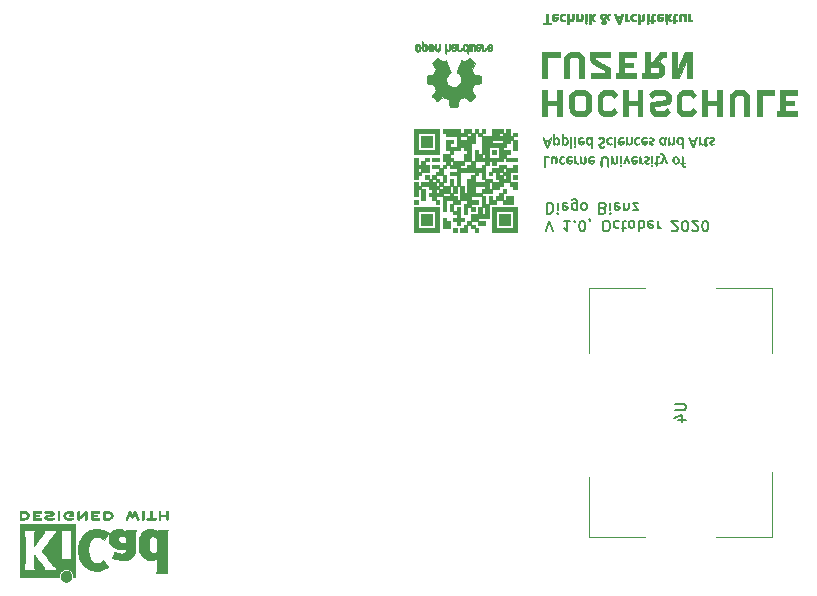
<source format=gbr>
%TF.GenerationSoftware,KiCad,Pcbnew,5.1.6-c6e7f7d~87~ubuntu19.10.1*%
%TF.CreationDate,2020-10-02T13:56:07+02:00*%
%TF.ProjectId,tardigrade,74617264-6967-4726-9164-652e6b696361,rev?*%
%TF.SameCoordinates,Original*%
%TF.FileFunction,Legend,Bot*%
%TF.FilePolarity,Positive*%
%FSLAX46Y46*%
G04 Gerber Fmt 4.6, Leading zero omitted, Abs format (unit mm)*
G04 Created by KiCad (PCBNEW 5.1.6-c6e7f7d~87~ubuntu19.10.1) date 2020-10-02 13:56:07*
%MOMM*%
%LPD*%
G01*
G04 APERTURE LIST*
%ADD10C,0.150000*%
%ADD11C,0.010000*%
%ADD12C,0.100000*%
G04 APERTURE END LIST*
D10*
X149865914Y-63396657D02*
X150165914Y-62496657D01*
X150465914Y-63396657D01*
X151923057Y-62496657D02*
X151408771Y-62496657D01*
X151665914Y-62496657D02*
X151665914Y-63396657D01*
X151580200Y-63268085D01*
X151494485Y-63182371D01*
X151408771Y-63139514D01*
X152308771Y-62582371D02*
X152351628Y-62539514D01*
X152308771Y-62496657D01*
X152265914Y-62539514D01*
X152308771Y-62582371D01*
X152308771Y-62496657D01*
X152908771Y-63396657D02*
X152994485Y-63396657D01*
X153080200Y-63353800D01*
X153123057Y-63310942D01*
X153165914Y-63225228D01*
X153208771Y-63053800D01*
X153208771Y-62839514D01*
X153165914Y-62668085D01*
X153123057Y-62582371D01*
X153080200Y-62539514D01*
X152994485Y-62496657D01*
X152908771Y-62496657D01*
X152823057Y-62539514D01*
X152780200Y-62582371D01*
X152737342Y-62668085D01*
X152694485Y-62839514D01*
X152694485Y-63053800D01*
X152737342Y-63225228D01*
X152780200Y-63310942D01*
X152823057Y-63353800D01*
X152908771Y-63396657D01*
X153637342Y-62539514D02*
X153637342Y-62496657D01*
X153594485Y-62410942D01*
X153551628Y-62368085D01*
X154880200Y-63396657D02*
X155051628Y-63396657D01*
X155137342Y-63353800D01*
X155223057Y-63268085D01*
X155265914Y-63096657D01*
X155265914Y-62796657D01*
X155223057Y-62625228D01*
X155137342Y-62539514D01*
X155051628Y-62496657D01*
X154880200Y-62496657D01*
X154794485Y-62539514D01*
X154708771Y-62625228D01*
X154665914Y-62796657D01*
X154665914Y-63096657D01*
X154708771Y-63268085D01*
X154794485Y-63353800D01*
X154880200Y-63396657D01*
X156037342Y-62539514D02*
X155951628Y-62496657D01*
X155780200Y-62496657D01*
X155694485Y-62539514D01*
X155651628Y-62582371D01*
X155608771Y-62668085D01*
X155608771Y-62925228D01*
X155651628Y-63010942D01*
X155694485Y-63053800D01*
X155780200Y-63096657D01*
X155951628Y-63096657D01*
X156037342Y-63053800D01*
X156294485Y-63096657D02*
X156637342Y-63096657D01*
X156423057Y-63396657D02*
X156423057Y-62625228D01*
X156465914Y-62539514D01*
X156551628Y-62496657D01*
X156637342Y-62496657D01*
X157065914Y-62496657D02*
X156980200Y-62539514D01*
X156937342Y-62582371D01*
X156894485Y-62668085D01*
X156894485Y-62925228D01*
X156937342Y-63010942D01*
X156980200Y-63053800D01*
X157065914Y-63096657D01*
X157194485Y-63096657D01*
X157280200Y-63053800D01*
X157323057Y-63010942D01*
X157365914Y-62925228D01*
X157365914Y-62668085D01*
X157323057Y-62582371D01*
X157280200Y-62539514D01*
X157194485Y-62496657D01*
X157065914Y-62496657D01*
X157751628Y-62496657D02*
X157751628Y-63396657D01*
X157751628Y-63053800D02*
X157837342Y-63096657D01*
X158008771Y-63096657D01*
X158094485Y-63053800D01*
X158137342Y-63010942D01*
X158180200Y-62925228D01*
X158180200Y-62668085D01*
X158137342Y-62582371D01*
X158094485Y-62539514D01*
X158008771Y-62496657D01*
X157837342Y-62496657D01*
X157751628Y-62539514D01*
X158908771Y-62539514D02*
X158823057Y-62496657D01*
X158651628Y-62496657D01*
X158565914Y-62539514D01*
X158523057Y-62625228D01*
X158523057Y-62968085D01*
X158565914Y-63053800D01*
X158651628Y-63096657D01*
X158823057Y-63096657D01*
X158908771Y-63053800D01*
X158951628Y-62968085D01*
X158951628Y-62882371D01*
X158523057Y-62796657D01*
X159337342Y-62496657D02*
X159337342Y-63096657D01*
X159337342Y-62925228D02*
X159380200Y-63010942D01*
X159423057Y-63053800D01*
X159508771Y-63096657D01*
X159594485Y-63096657D01*
X160537342Y-63310942D02*
X160580200Y-63353800D01*
X160665914Y-63396657D01*
X160880200Y-63396657D01*
X160965914Y-63353800D01*
X161008771Y-63310942D01*
X161051628Y-63225228D01*
X161051628Y-63139514D01*
X161008771Y-63010942D01*
X160494485Y-62496657D01*
X161051628Y-62496657D01*
X161608771Y-63396657D02*
X161694485Y-63396657D01*
X161780200Y-63353800D01*
X161823057Y-63310942D01*
X161865914Y-63225228D01*
X161908771Y-63053800D01*
X161908771Y-62839514D01*
X161865914Y-62668085D01*
X161823057Y-62582371D01*
X161780200Y-62539514D01*
X161694485Y-62496657D01*
X161608771Y-62496657D01*
X161523057Y-62539514D01*
X161480200Y-62582371D01*
X161437342Y-62668085D01*
X161394485Y-62839514D01*
X161394485Y-63053800D01*
X161437342Y-63225228D01*
X161480200Y-63310942D01*
X161523057Y-63353800D01*
X161608771Y-63396657D01*
X162251628Y-63310942D02*
X162294485Y-63353800D01*
X162380200Y-63396657D01*
X162594485Y-63396657D01*
X162680200Y-63353800D01*
X162723057Y-63310942D01*
X162765914Y-63225228D01*
X162765914Y-63139514D01*
X162723057Y-63010942D01*
X162208771Y-62496657D01*
X162765914Y-62496657D01*
X163323057Y-63396657D02*
X163408771Y-63396657D01*
X163494485Y-63353800D01*
X163537342Y-63310942D01*
X163580200Y-63225228D01*
X163623057Y-63053800D01*
X163623057Y-62839514D01*
X163580200Y-62668085D01*
X163537342Y-62582371D01*
X163494485Y-62539514D01*
X163408771Y-62496657D01*
X163323057Y-62496657D01*
X163237342Y-62539514D01*
X163194485Y-62582371D01*
X163151628Y-62668085D01*
X163108771Y-62839514D01*
X163108771Y-63053800D01*
X163151628Y-63225228D01*
X163194485Y-63310942D01*
X163237342Y-63353800D01*
X163323057Y-63396657D01*
X149994485Y-60996657D02*
X149994485Y-61896657D01*
X150208771Y-61896657D01*
X150337342Y-61853800D01*
X150423057Y-61768085D01*
X150465914Y-61682371D01*
X150508771Y-61510942D01*
X150508771Y-61382371D01*
X150465914Y-61210942D01*
X150423057Y-61125228D01*
X150337342Y-61039514D01*
X150208771Y-60996657D01*
X149994485Y-60996657D01*
X150894485Y-60996657D02*
X150894485Y-61596657D01*
X150894485Y-61896657D02*
X150851628Y-61853800D01*
X150894485Y-61810942D01*
X150937342Y-61853800D01*
X150894485Y-61896657D01*
X150894485Y-61810942D01*
X151665914Y-61039514D02*
X151580200Y-60996657D01*
X151408771Y-60996657D01*
X151323057Y-61039514D01*
X151280200Y-61125228D01*
X151280200Y-61468085D01*
X151323057Y-61553800D01*
X151408771Y-61596657D01*
X151580200Y-61596657D01*
X151665914Y-61553800D01*
X151708771Y-61468085D01*
X151708771Y-61382371D01*
X151280200Y-61296657D01*
X152480200Y-61596657D02*
X152480200Y-60868085D01*
X152437342Y-60782371D01*
X152394485Y-60739514D01*
X152308771Y-60696657D01*
X152180200Y-60696657D01*
X152094485Y-60739514D01*
X152480200Y-61039514D02*
X152394485Y-60996657D01*
X152223057Y-60996657D01*
X152137342Y-61039514D01*
X152094485Y-61082371D01*
X152051628Y-61168085D01*
X152051628Y-61425228D01*
X152094485Y-61510942D01*
X152137342Y-61553800D01*
X152223057Y-61596657D01*
X152394485Y-61596657D01*
X152480200Y-61553800D01*
X153037342Y-60996657D02*
X152951628Y-61039514D01*
X152908771Y-61082371D01*
X152865914Y-61168085D01*
X152865914Y-61425228D01*
X152908771Y-61510942D01*
X152951628Y-61553800D01*
X153037342Y-61596657D01*
X153165914Y-61596657D01*
X153251628Y-61553800D01*
X153294485Y-61510942D01*
X153337342Y-61425228D01*
X153337342Y-61168085D01*
X153294485Y-61082371D01*
X153251628Y-61039514D01*
X153165914Y-60996657D01*
X153037342Y-60996657D01*
X154708771Y-61468085D02*
X154837342Y-61425228D01*
X154880200Y-61382371D01*
X154923057Y-61296657D01*
X154923057Y-61168085D01*
X154880200Y-61082371D01*
X154837342Y-61039514D01*
X154751628Y-60996657D01*
X154408771Y-60996657D01*
X154408771Y-61896657D01*
X154708771Y-61896657D01*
X154794485Y-61853800D01*
X154837342Y-61810942D01*
X154880200Y-61725228D01*
X154880200Y-61639514D01*
X154837342Y-61553800D01*
X154794485Y-61510942D01*
X154708771Y-61468085D01*
X154408771Y-61468085D01*
X155308771Y-60996657D02*
X155308771Y-61596657D01*
X155308771Y-61896657D02*
X155265914Y-61853800D01*
X155308771Y-61810942D01*
X155351628Y-61853800D01*
X155308771Y-61896657D01*
X155308771Y-61810942D01*
X156080200Y-61039514D02*
X155994485Y-60996657D01*
X155823057Y-60996657D01*
X155737342Y-61039514D01*
X155694485Y-61125228D01*
X155694485Y-61468085D01*
X155737342Y-61553800D01*
X155823057Y-61596657D01*
X155994485Y-61596657D01*
X156080200Y-61553800D01*
X156123057Y-61468085D01*
X156123057Y-61382371D01*
X155694485Y-61296657D01*
X156508771Y-61596657D02*
X156508771Y-60996657D01*
X156508771Y-61510942D02*
X156551628Y-61553800D01*
X156637342Y-61596657D01*
X156765914Y-61596657D01*
X156851628Y-61553800D01*
X156894485Y-61468085D01*
X156894485Y-60996657D01*
X157237342Y-61596657D02*
X157708771Y-61596657D01*
X157237342Y-60996657D01*
X157708771Y-60996657D01*
D11*
%TO.C,G\u002A\u002A\u002A*%
G36*
X146827740Y-61950600D02*
G01*
X145928580Y-61950600D01*
X145928580Y-62849760D01*
X146827740Y-62849760D01*
X146827740Y-61950600D01*
G37*
X146827740Y-61950600D02*
X145928580Y-61950600D01*
X145928580Y-62849760D01*
X146827740Y-62849760D01*
X146827740Y-61950600D01*
G36*
X140233900Y-61950600D02*
G01*
X139334740Y-61950600D01*
X139334740Y-62849760D01*
X140233900Y-62849760D01*
X140233900Y-61950600D01*
G37*
X140233900Y-61950600D02*
X139334740Y-61950600D01*
X139334740Y-62849760D01*
X140233900Y-62849760D01*
X140233900Y-61950600D01*
G36*
X145628860Y-56555640D02*
G01*
X145329140Y-56555640D01*
X145329140Y-56855360D01*
X145628860Y-56855360D01*
X145628860Y-56555640D01*
G37*
X145628860Y-56555640D02*
X145329140Y-56555640D01*
X145329140Y-56855360D01*
X145628860Y-56855360D01*
X145628860Y-56555640D01*
G36*
X142032220Y-60152280D02*
G01*
X142331940Y-60152280D01*
X142331940Y-59552840D01*
X142032220Y-59552840D01*
X142032220Y-60152280D01*
G37*
X142032220Y-60152280D02*
X142331940Y-60152280D01*
X142331940Y-59552840D01*
X142032220Y-59552840D01*
X142032220Y-60152280D01*
G36*
X142032220Y-58953400D02*
G01*
X141732500Y-58953400D01*
X141732500Y-59552840D01*
X142032220Y-59552840D01*
X142032220Y-58953400D01*
G37*
X142032220Y-58953400D02*
X141732500Y-58953400D01*
X141732500Y-59552840D01*
X142032220Y-59552840D01*
X142032220Y-58953400D01*
G36*
X140833340Y-59552840D02*
G01*
X141133060Y-59552840D01*
X141133060Y-59253120D01*
X140833340Y-59253120D01*
X140833340Y-59552840D01*
G37*
X140833340Y-59552840D02*
X141133060Y-59552840D01*
X141133060Y-59253120D01*
X140833340Y-59253120D01*
X140833340Y-59552840D01*
G36*
X140833340Y-58953400D02*
G01*
X140533620Y-58953400D01*
X140533620Y-59253120D01*
X140833340Y-59253120D01*
X140833340Y-58953400D01*
G37*
X140833340Y-58953400D02*
X140533620Y-58953400D01*
X140533620Y-59253120D01*
X140833340Y-59253120D01*
X140833340Y-58953400D01*
G36*
X141432780Y-58653680D02*
G01*
X141133060Y-58653680D01*
X141133060Y-59253120D01*
X141432780Y-59253120D01*
X141432780Y-58653680D01*
G37*
X141432780Y-58653680D02*
X141133060Y-58653680D01*
X141133060Y-59253120D01*
X141432780Y-59253120D01*
X141432780Y-58653680D01*
G36*
X140233900Y-55356760D02*
G01*
X139334740Y-55356760D01*
X139334740Y-56255920D01*
X140233900Y-56255920D01*
X140233900Y-55356760D01*
G37*
X140233900Y-55356760D02*
X139334740Y-55356760D01*
X139334740Y-56255920D01*
X140233900Y-56255920D01*
X140233900Y-55356760D01*
G36*
X142331940Y-63149480D02*
G01*
X142032220Y-63149480D01*
X142032220Y-63449200D01*
X142331940Y-63449200D01*
X142331940Y-63149480D01*
G37*
X142331940Y-63149480D02*
X142032220Y-63149480D01*
X142032220Y-63449200D01*
X142331940Y-63449200D01*
X142331940Y-63149480D01*
G36*
X141732500Y-62550040D02*
G01*
X141432780Y-62550040D01*
X141432780Y-62250320D01*
X141133060Y-62250320D01*
X141133060Y-63149480D01*
X141732500Y-63149480D01*
X141732500Y-62550040D01*
G37*
X141732500Y-62550040D02*
X141432780Y-62550040D01*
X141432780Y-62250320D01*
X141133060Y-62250320D01*
X141133060Y-63149480D01*
X141732500Y-63149480D01*
X141732500Y-62550040D01*
G36*
X147427180Y-61351160D02*
G01*
X145329140Y-61351160D01*
X145329140Y-63134240D01*
X145644100Y-63134240D01*
X145644100Y-61666120D01*
X147112220Y-61666120D01*
X147112220Y-63134240D01*
X145644100Y-63134240D01*
X145329140Y-63134240D01*
X145329140Y-63449200D01*
X147427180Y-63449200D01*
X147427180Y-61351160D01*
G37*
X147427180Y-61351160D02*
X145329140Y-61351160D01*
X145329140Y-63134240D01*
X145644100Y-63134240D01*
X145644100Y-61666120D01*
X147112220Y-61666120D01*
X147112220Y-63134240D01*
X145644100Y-63134240D01*
X145329140Y-63134240D01*
X145329140Y-63449200D01*
X147427180Y-63449200D01*
X147427180Y-61351160D01*
G36*
X140833340Y-61351160D02*
G01*
X138735300Y-61351160D01*
X138735300Y-63134240D01*
X139050260Y-63134240D01*
X139050260Y-61666120D01*
X140518380Y-61666120D01*
X140518380Y-63134240D01*
X139050260Y-63134240D01*
X138735300Y-63134240D01*
X138735300Y-63449200D01*
X140833340Y-63449200D01*
X140833340Y-61351160D01*
G37*
X140833340Y-61351160D02*
X138735300Y-61351160D01*
X138735300Y-63134240D01*
X139050260Y-63134240D01*
X139050260Y-61666120D01*
X140518380Y-61666120D01*
X140518380Y-63134240D01*
X139050260Y-63134240D01*
X138735300Y-63134240D01*
X138735300Y-63449200D01*
X140833340Y-63449200D01*
X140833340Y-61351160D01*
G36*
X139035020Y-60751720D02*
G01*
X138735300Y-60751720D01*
X138735300Y-61051440D01*
X139035020Y-61051440D01*
X139035020Y-60751720D01*
G37*
X139035020Y-60751720D02*
X138735300Y-60751720D01*
X138735300Y-61051440D01*
X139035020Y-61051440D01*
X139035020Y-60751720D01*
G36*
X147427180Y-58653680D02*
G01*
X147127460Y-58653680D01*
X147127460Y-58953400D01*
X147427180Y-58953400D01*
X147427180Y-58653680D01*
G37*
X147427180Y-58653680D02*
X147127460Y-58653680D01*
X147127460Y-58953400D01*
X147427180Y-58953400D01*
X147427180Y-58653680D01*
G36*
X140833340Y-57155080D02*
G01*
X140233900Y-57155080D01*
X140233900Y-57454800D01*
X140833340Y-57454800D01*
X140833340Y-57155080D01*
G37*
X140833340Y-57155080D02*
X140233900Y-57155080D01*
X140233900Y-57454800D01*
X140833340Y-57454800D01*
X140833340Y-57155080D01*
G36*
X139934180Y-58353960D02*
G01*
X139934180Y-57754520D01*
X139634460Y-57754520D01*
X139634460Y-57454800D01*
X139334740Y-57454800D01*
X139334740Y-57754520D01*
X139035020Y-57754520D01*
X139035020Y-57155080D01*
X138735300Y-57155080D01*
X138735300Y-58353960D01*
X139035020Y-58353960D01*
X139035020Y-58054240D01*
X139334740Y-58054240D01*
X139334740Y-58353960D01*
X139035020Y-58353960D01*
X138735300Y-58353960D01*
X138735300Y-58953400D01*
X139035020Y-58953400D01*
X139035020Y-58653680D01*
X139334740Y-58653680D01*
X139334740Y-58353960D01*
X139934180Y-58353960D01*
G37*
X139934180Y-58353960D02*
X139934180Y-57754520D01*
X139634460Y-57754520D01*
X139634460Y-57454800D01*
X139334740Y-57454800D01*
X139334740Y-57754520D01*
X139035020Y-57754520D01*
X139035020Y-57155080D01*
X138735300Y-57155080D01*
X138735300Y-58353960D01*
X139035020Y-58353960D01*
X139035020Y-58054240D01*
X139334740Y-58054240D01*
X139334740Y-58353960D01*
X139035020Y-58353960D01*
X138735300Y-58353960D01*
X138735300Y-58953400D01*
X139035020Y-58953400D01*
X139035020Y-58653680D01*
X139334740Y-58653680D01*
X139334740Y-58353960D01*
X139934180Y-58353960D01*
G36*
X139934180Y-57454800D02*
G01*
X139934180Y-57155080D01*
X139634460Y-57155080D01*
X139634460Y-57454800D01*
X139934180Y-57454800D01*
G37*
X139934180Y-57454800D02*
X139934180Y-57155080D01*
X139634460Y-57155080D01*
X139634460Y-57454800D01*
X139934180Y-57454800D01*
G36*
X146827740Y-58353960D02*
G01*
X147427180Y-58353960D01*
X147427180Y-57754520D01*
X147127460Y-57754520D01*
X147127460Y-58054240D01*
X146528020Y-58054240D01*
X146528020Y-57754520D01*
X145928580Y-57754520D01*
X145928580Y-58054240D01*
X146228300Y-58054240D01*
X146528020Y-58054240D01*
X146528020Y-58353960D01*
X146228300Y-58353960D01*
X146228300Y-58054240D01*
X145928580Y-58054240D01*
X145329140Y-58054240D01*
X145329140Y-58353960D01*
X145628860Y-58353960D01*
X145628860Y-58653680D01*
X145928580Y-58653680D01*
X145928580Y-58353960D01*
X146228300Y-58353960D01*
X146228300Y-58653680D01*
X145928580Y-58653680D01*
X145628860Y-58653680D01*
X145628860Y-58953400D01*
X145928580Y-58953400D01*
X146228300Y-58953400D01*
X146228300Y-58653680D01*
X146528020Y-58653680D01*
X146528020Y-58953400D01*
X146228300Y-58953400D01*
X145928580Y-58953400D01*
X145928580Y-59253120D01*
X145329140Y-59253120D01*
X145329140Y-59852560D01*
X145928580Y-59852560D01*
X145928580Y-59552840D01*
X146228300Y-59552840D01*
X146228300Y-59253120D01*
X146827740Y-59253120D01*
X146827740Y-58353960D01*
G37*
X146827740Y-58353960D02*
X147427180Y-58353960D01*
X147427180Y-57754520D01*
X147127460Y-57754520D01*
X147127460Y-58054240D01*
X146528020Y-58054240D01*
X146528020Y-57754520D01*
X145928580Y-57754520D01*
X145928580Y-58054240D01*
X146228300Y-58054240D01*
X146528020Y-58054240D01*
X146528020Y-58353960D01*
X146228300Y-58353960D01*
X146228300Y-58054240D01*
X145928580Y-58054240D01*
X145329140Y-58054240D01*
X145329140Y-58353960D01*
X145628860Y-58353960D01*
X145628860Y-58653680D01*
X145928580Y-58653680D01*
X145928580Y-58353960D01*
X146228300Y-58353960D01*
X146228300Y-58653680D01*
X145928580Y-58653680D01*
X145628860Y-58653680D01*
X145628860Y-58953400D01*
X145928580Y-58953400D01*
X146228300Y-58953400D01*
X146228300Y-58653680D01*
X146528020Y-58653680D01*
X146528020Y-58953400D01*
X146228300Y-58953400D01*
X145928580Y-58953400D01*
X145928580Y-59253120D01*
X145329140Y-59253120D01*
X145329140Y-59852560D01*
X145928580Y-59852560D01*
X145928580Y-59552840D01*
X146228300Y-59552840D01*
X146228300Y-59253120D01*
X146827740Y-59253120D01*
X146827740Y-58353960D01*
G36*
X145329140Y-60152280D02*
G01*
X145329140Y-59852560D01*
X145029420Y-59852560D01*
X145029420Y-59253120D01*
X145329140Y-59253120D01*
X145329140Y-58953400D01*
X144729700Y-58953400D01*
X144729700Y-57754520D01*
X145029420Y-57754520D01*
X145029420Y-57454800D01*
X145329140Y-57454800D01*
X145329140Y-57754520D01*
X145628860Y-57754520D01*
X145628860Y-57454800D01*
X146228300Y-57454800D01*
X146228300Y-57155080D01*
X146528020Y-57155080D01*
X146528020Y-56855360D01*
X146827740Y-56855360D01*
X146827740Y-56555640D01*
X146228300Y-56555640D01*
X146228300Y-56255920D01*
X146528020Y-56255920D01*
X146528020Y-55956200D01*
X146827740Y-55956200D01*
X146827740Y-55656480D01*
X147127460Y-55656480D01*
X147127460Y-55356760D01*
X146827740Y-55356760D01*
X146827740Y-54757320D01*
X146528020Y-54757320D01*
X146528020Y-55057040D01*
X146228300Y-55057040D01*
X146228300Y-54757320D01*
X145329140Y-54757320D01*
X145329140Y-55356760D01*
X145928580Y-55356760D01*
X145928580Y-55057040D01*
X146228300Y-55057040D01*
X146228300Y-55356760D01*
X145928580Y-55356760D01*
X145329140Y-55356760D01*
X144429980Y-55356760D01*
X144429980Y-55057040D01*
X144130260Y-55057040D01*
X144130260Y-54757320D01*
X143830540Y-54757320D01*
X143830540Y-55057040D01*
X143530820Y-55057040D01*
X143530820Y-54757320D01*
X142931380Y-54757320D01*
X142931380Y-55057040D01*
X143231100Y-55057040D01*
X143530820Y-55057040D01*
X143530820Y-55356760D01*
X143231100Y-55356760D01*
X143231100Y-55057040D01*
X142931380Y-55057040D01*
X142631660Y-55057040D01*
X142631660Y-54757320D01*
X141133060Y-54757320D01*
X141133060Y-55057040D01*
X141432780Y-55057040D01*
X141432780Y-55356760D01*
X142331940Y-55356760D01*
X142331940Y-55656480D01*
X142631660Y-55656480D01*
X142631660Y-55356760D01*
X143231100Y-55356760D01*
X143231100Y-55656480D01*
X142631660Y-55656480D01*
X142331940Y-55656480D01*
X142331940Y-56255920D01*
X141732500Y-56255920D01*
X141732500Y-55956200D01*
X142032220Y-55956200D01*
X142032220Y-55656480D01*
X141432780Y-55656480D01*
X141432780Y-56555640D01*
X141732500Y-56555640D01*
X141732500Y-56855360D01*
X141133060Y-56855360D01*
X141133060Y-57155080D01*
X141732500Y-57155080D01*
X141732500Y-56855360D01*
X142032220Y-56855360D01*
X142032220Y-56555640D01*
X142631660Y-56555640D01*
X142631660Y-56255920D01*
X142931380Y-56255920D01*
X142931380Y-56555640D01*
X143231100Y-56555640D01*
X143231100Y-56855360D01*
X142931380Y-56855360D01*
X142931380Y-57454800D01*
X142032220Y-57454800D01*
X142032220Y-57155080D01*
X141732500Y-57155080D01*
X141133060Y-57155080D01*
X141133060Y-57454800D01*
X141432780Y-57454800D01*
X141432780Y-57754520D01*
X141732500Y-57754520D01*
X141732500Y-57454800D01*
X142032220Y-57454800D01*
X142032220Y-57754520D01*
X141732500Y-57754520D01*
X141732500Y-58054240D01*
X142331940Y-58054240D01*
X142631660Y-58054240D01*
X142631660Y-57754520D01*
X142931380Y-57754520D01*
X142931380Y-57454800D01*
X143530820Y-57454800D01*
X143530820Y-55956200D01*
X143830540Y-55956200D01*
X143830540Y-55057040D01*
X144130260Y-55057040D01*
X144130260Y-55356760D01*
X144429980Y-55356760D01*
X144429980Y-55956200D01*
X145329140Y-55956200D01*
X145329140Y-55656480D01*
X146228300Y-55656480D01*
X146228300Y-55956200D01*
X145329140Y-55956200D01*
X144429980Y-55956200D01*
X144429980Y-56855360D01*
X144130260Y-56855360D01*
X144130260Y-56555640D01*
X143830540Y-56555640D01*
X143830540Y-57155080D01*
X144429980Y-57155080D01*
X144429980Y-56855360D01*
X144729700Y-56855360D01*
X144729700Y-57155080D01*
X145029420Y-57155080D01*
X145029420Y-56255920D01*
X145928580Y-56255920D01*
X145928580Y-57155080D01*
X145029420Y-57155080D01*
X144729700Y-57155080D01*
X144429980Y-57155080D01*
X143830540Y-57155080D01*
X143830540Y-57454800D01*
X143530820Y-57454800D01*
X143530820Y-57754520D01*
X143231100Y-57754520D01*
X143231100Y-58054240D01*
X143830540Y-58054240D01*
X143830540Y-57454800D01*
X144729700Y-57454800D01*
X144729700Y-57754520D01*
X144429980Y-57754520D01*
X144429980Y-58054240D01*
X143830540Y-58054240D01*
X143231100Y-58054240D01*
X142631660Y-58054240D01*
X142331940Y-58054240D01*
X142331940Y-58353960D01*
X141732500Y-58353960D01*
X141732500Y-58653680D01*
X142331940Y-58653680D01*
X142331940Y-59552840D01*
X142631660Y-59552840D01*
X142631660Y-58353960D01*
X143830540Y-58353960D01*
X143830540Y-58653680D01*
X143530820Y-58653680D01*
X143530820Y-58953400D01*
X143231100Y-58953400D01*
X143231100Y-59253120D01*
X143830540Y-59253120D01*
X143830540Y-58653680D01*
X144130260Y-58653680D01*
X144130260Y-58353960D01*
X144429980Y-58353960D01*
X144429980Y-58953400D01*
X144729700Y-58953400D01*
X144729700Y-59253120D01*
X143830540Y-59253120D01*
X143231100Y-59253120D01*
X143231100Y-60152280D01*
X143830540Y-60152280D01*
X143830540Y-59552840D01*
X144729700Y-59552840D01*
X144729700Y-59852560D01*
X144429980Y-59852560D01*
X144429980Y-60152280D01*
X143830540Y-60152280D01*
X143231100Y-60152280D01*
X142931380Y-60152280D01*
X142931380Y-59552840D01*
X142631660Y-59552840D01*
X142631660Y-60751720D01*
X143231100Y-60751720D01*
X143231100Y-61051440D01*
X142931380Y-61051440D01*
X142931380Y-61950600D01*
X143231100Y-61950600D01*
X143231100Y-61351160D01*
X143530820Y-61351160D01*
X143530820Y-61051440D01*
X144130260Y-61051440D01*
X144130260Y-60751720D01*
X143530820Y-60751720D01*
X143530820Y-60452000D01*
X144429980Y-60452000D01*
X144429980Y-60152280D01*
X145329140Y-60152280D01*
G37*
X145329140Y-60152280D02*
X145329140Y-59852560D01*
X145029420Y-59852560D01*
X145029420Y-59253120D01*
X145329140Y-59253120D01*
X145329140Y-58953400D01*
X144729700Y-58953400D01*
X144729700Y-57754520D01*
X145029420Y-57754520D01*
X145029420Y-57454800D01*
X145329140Y-57454800D01*
X145329140Y-57754520D01*
X145628860Y-57754520D01*
X145628860Y-57454800D01*
X146228300Y-57454800D01*
X146228300Y-57155080D01*
X146528020Y-57155080D01*
X146528020Y-56855360D01*
X146827740Y-56855360D01*
X146827740Y-56555640D01*
X146228300Y-56555640D01*
X146228300Y-56255920D01*
X146528020Y-56255920D01*
X146528020Y-55956200D01*
X146827740Y-55956200D01*
X146827740Y-55656480D01*
X147127460Y-55656480D01*
X147127460Y-55356760D01*
X146827740Y-55356760D01*
X146827740Y-54757320D01*
X146528020Y-54757320D01*
X146528020Y-55057040D01*
X146228300Y-55057040D01*
X146228300Y-54757320D01*
X145329140Y-54757320D01*
X145329140Y-55356760D01*
X145928580Y-55356760D01*
X145928580Y-55057040D01*
X146228300Y-55057040D01*
X146228300Y-55356760D01*
X145928580Y-55356760D01*
X145329140Y-55356760D01*
X144429980Y-55356760D01*
X144429980Y-55057040D01*
X144130260Y-55057040D01*
X144130260Y-54757320D01*
X143830540Y-54757320D01*
X143830540Y-55057040D01*
X143530820Y-55057040D01*
X143530820Y-54757320D01*
X142931380Y-54757320D01*
X142931380Y-55057040D01*
X143231100Y-55057040D01*
X143530820Y-55057040D01*
X143530820Y-55356760D01*
X143231100Y-55356760D01*
X143231100Y-55057040D01*
X142931380Y-55057040D01*
X142631660Y-55057040D01*
X142631660Y-54757320D01*
X141133060Y-54757320D01*
X141133060Y-55057040D01*
X141432780Y-55057040D01*
X141432780Y-55356760D01*
X142331940Y-55356760D01*
X142331940Y-55656480D01*
X142631660Y-55656480D01*
X142631660Y-55356760D01*
X143231100Y-55356760D01*
X143231100Y-55656480D01*
X142631660Y-55656480D01*
X142331940Y-55656480D01*
X142331940Y-56255920D01*
X141732500Y-56255920D01*
X141732500Y-55956200D01*
X142032220Y-55956200D01*
X142032220Y-55656480D01*
X141432780Y-55656480D01*
X141432780Y-56555640D01*
X141732500Y-56555640D01*
X141732500Y-56855360D01*
X141133060Y-56855360D01*
X141133060Y-57155080D01*
X141732500Y-57155080D01*
X141732500Y-56855360D01*
X142032220Y-56855360D01*
X142032220Y-56555640D01*
X142631660Y-56555640D01*
X142631660Y-56255920D01*
X142931380Y-56255920D01*
X142931380Y-56555640D01*
X143231100Y-56555640D01*
X143231100Y-56855360D01*
X142931380Y-56855360D01*
X142931380Y-57454800D01*
X142032220Y-57454800D01*
X142032220Y-57155080D01*
X141732500Y-57155080D01*
X141133060Y-57155080D01*
X141133060Y-57454800D01*
X141432780Y-57454800D01*
X141432780Y-57754520D01*
X141732500Y-57754520D01*
X141732500Y-57454800D01*
X142032220Y-57454800D01*
X142032220Y-57754520D01*
X141732500Y-57754520D01*
X141732500Y-58054240D01*
X142331940Y-58054240D01*
X142631660Y-58054240D01*
X142631660Y-57754520D01*
X142931380Y-57754520D01*
X142931380Y-57454800D01*
X143530820Y-57454800D01*
X143530820Y-55956200D01*
X143830540Y-55956200D01*
X143830540Y-55057040D01*
X144130260Y-55057040D01*
X144130260Y-55356760D01*
X144429980Y-55356760D01*
X144429980Y-55956200D01*
X145329140Y-55956200D01*
X145329140Y-55656480D01*
X146228300Y-55656480D01*
X146228300Y-55956200D01*
X145329140Y-55956200D01*
X144429980Y-55956200D01*
X144429980Y-56855360D01*
X144130260Y-56855360D01*
X144130260Y-56555640D01*
X143830540Y-56555640D01*
X143830540Y-57155080D01*
X144429980Y-57155080D01*
X144429980Y-56855360D01*
X144729700Y-56855360D01*
X144729700Y-57155080D01*
X145029420Y-57155080D01*
X145029420Y-56255920D01*
X145928580Y-56255920D01*
X145928580Y-57155080D01*
X145029420Y-57155080D01*
X144729700Y-57155080D01*
X144429980Y-57155080D01*
X143830540Y-57155080D01*
X143830540Y-57454800D01*
X143530820Y-57454800D01*
X143530820Y-57754520D01*
X143231100Y-57754520D01*
X143231100Y-58054240D01*
X143830540Y-58054240D01*
X143830540Y-57454800D01*
X144729700Y-57454800D01*
X144729700Y-57754520D01*
X144429980Y-57754520D01*
X144429980Y-58054240D01*
X143830540Y-58054240D01*
X143231100Y-58054240D01*
X142631660Y-58054240D01*
X142331940Y-58054240D01*
X142331940Y-58353960D01*
X141732500Y-58353960D01*
X141732500Y-58653680D01*
X142331940Y-58653680D01*
X142331940Y-59552840D01*
X142631660Y-59552840D01*
X142631660Y-58353960D01*
X143830540Y-58353960D01*
X143830540Y-58653680D01*
X143530820Y-58653680D01*
X143530820Y-58953400D01*
X143231100Y-58953400D01*
X143231100Y-59253120D01*
X143830540Y-59253120D01*
X143830540Y-58653680D01*
X144130260Y-58653680D01*
X144130260Y-58353960D01*
X144429980Y-58353960D01*
X144429980Y-58953400D01*
X144729700Y-58953400D01*
X144729700Y-59253120D01*
X143830540Y-59253120D01*
X143231100Y-59253120D01*
X143231100Y-60152280D01*
X143830540Y-60152280D01*
X143830540Y-59552840D01*
X144729700Y-59552840D01*
X144729700Y-59852560D01*
X144429980Y-59852560D01*
X144429980Y-60152280D01*
X143830540Y-60152280D01*
X143231100Y-60152280D01*
X142931380Y-60152280D01*
X142931380Y-59552840D01*
X142631660Y-59552840D01*
X142631660Y-60751720D01*
X143231100Y-60751720D01*
X143231100Y-61051440D01*
X142931380Y-61051440D01*
X142931380Y-61950600D01*
X143231100Y-61950600D01*
X143231100Y-61351160D01*
X143530820Y-61351160D01*
X143530820Y-61051440D01*
X144130260Y-61051440D01*
X144130260Y-60751720D01*
X143530820Y-60751720D01*
X143530820Y-60452000D01*
X144429980Y-60452000D01*
X144429980Y-60152280D01*
X145329140Y-60152280D01*
G36*
X146827740Y-59552840D02*
G01*
X147127460Y-59552840D01*
X147127460Y-59852560D01*
X147427180Y-59852560D01*
X147427180Y-59253120D01*
X146827740Y-59253120D01*
X146827740Y-59552840D01*
G37*
X146827740Y-59552840D02*
X147127460Y-59552840D01*
X147127460Y-59852560D01*
X147427180Y-59852560D01*
X147427180Y-59253120D01*
X146827740Y-59253120D01*
X146827740Y-59552840D01*
G36*
X145029420Y-58353960D02*
G01*
X145029420Y-58653680D01*
X145329140Y-58653680D01*
X145329140Y-58353960D01*
X145029420Y-58353960D01*
G37*
X145029420Y-58353960D02*
X145029420Y-58653680D01*
X145329140Y-58653680D01*
X145329140Y-58353960D01*
X145029420Y-58353960D01*
G36*
X140833340Y-59552840D02*
G01*
X140533620Y-59552840D01*
X140533620Y-59253120D01*
X140233900Y-59253120D01*
X140233900Y-58953400D01*
X139934180Y-58953400D01*
X139934180Y-59253120D01*
X139334740Y-59253120D01*
X139334740Y-59552840D01*
X139934180Y-59552840D01*
X139934180Y-59852560D01*
X140233900Y-59852560D01*
X140233900Y-60152280D01*
X140533620Y-60152280D01*
X140533620Y-59852560D01*
X140833340Y-59852560D01*
X140833340Y-60152280D01*
X140533620Y-60152280D01*
X140233900Y-60152280D01*
X139934180Y-60152280D01*
X139934180Y-60452000D01*
X140233900Y-60452000D01*
X140233900Y-60751720D01*
X140533620Y-60751720D01*
X140533620Y-60452000D01*
X141133060Y-60452000D01*
X141133060Y-60152280D01*
X141732500Y-60152280D01*
X141732500Y-59552840D01*
X141133060Y-59552840D01*
X141133060Y-59852560D01*
X140833340Y-59852560D01*
X140833340Y-59552840D01*
G37*
X140833340Y-59552840D02*
X140533620Y-59552840D01*
X140533620Y-59253120D01*
X140233900Y-59253120D01*
X140233900Y-58953400D01*
X139934180Y-58953400D01*
X139934180Y-59253120D01*
X139334740Y-59253120D01*
X139334740Y-59552840D01*
X139934180Y-59552840D01*
X139934180Y-59852560D01*
X140233900Y-59852560D01*
X140233900Y-60152280D01*
X140533620Y-60152280D01*
X140533620Y-59852560D01*
X140833340Y-59852560D01*
X140833340Y-60152280D01*
X140533620Y-60152280D01*
X140233900Y-60152280D01*
X139934180Y-60152280D01*
X139934180Y-60452000D01*
X140233900Y-60452000D01*
X140233900Y-60751720D01*
X140533620Y-60751720D01*
X140533620Y-60452000D01*
X141133060Y-60452000D01*
X141133060Y-60152280D01*
X141732500Y-60152280D01*
X141732500Y-59552840D01*
X141133060Y-59552840D01*
X141133060Y-59852560D01*
X140833340Y-59852560D01*
X140833340Y-59552840D01*
G36*
X146528020Y-57454800D02*
G01*
X147427180Y-57454800D01*
X147427180Y-57155080D01*
X146528020Y-57155080D01*
X146528020Y-57454800D01*
G37*
X146528020Y-57454800D02*
X147427180Y-57454800D01*
X147427180Y-57155080D01*
X146528020Y-57155080D01*
X146528020Y-57454800D01*
G36*
X147127460Y-56555640D02*
G01*
X147427180Y-56555640D01*
X147427180Y-55656480D01*
X147127460Y-55656480D01*
X147127460Y-56555640D01*
G37*
X147127460Y-56555640D02*
X147427180Y-56555640D01*
X147427180Y-55656480D01*
X147127460Y-55656480D01*
X147127460Y-56555640D01*
G36*
X139334740Y-59552840D02*
G01*
X139035020Y-59552840D01*
X139035020Y-59253120D01*
X138735300Y-59253120D01*
X138735300Y-60452000D01*
X139035020Y-60452000D01*
X139035020Y-59852560D01*
X139334740Y-59852560D01*
X139334740Y-59552840D01*
G37*
X139334740Y-59552840D02*
X139035020Y-59552840D01*
X139035020Y-59253120D01*
X138735300Y-59253120D01*
X138735300Y-60452000D01*
X139035020Y-60452000D01*
X139035020Y-59852560D01*
X139334740Y-59852560D01*
X139334740Y-59552840D01*
G36*
X139934180Y-58653680D02*
G01*
X139634460Y-58653680D01*
X139634460Y-58953400D01*
X139934180Y-58953400D01*
X139934180Y-58653680D01*
G37*
X139934180Y-58653680D02*
X139634460Y-58653680D01*
X139634460Y-58953400D01*
X139934180Y-58953400D01*
X139934180Y-58653680D01*
G36*
X141133060Y-57754520D02*
G01*
X141133060Y-58054240D01*
X141432780Y-58054240D01*
X141432780Y-57754520D01*
X141133060Y-57754520D01*
G37*
X141133060Y-57754520D02*
X141133060Y-58054240D01*
X141432780Y-58054240D01*
X141432780Y-57754520D01*
X141133060Y-57754520D01*
G36*
X139334740Y-60751720D02*
G01*
X139634460Y-60751720D01*
X139634460Y-59852560D01*
X139334740Y-59852560D01*
X139334740Y-60751720D01*
G37*
X139334740Y-60751720D02*
X139634460Y-60751720D01*
X139634460Y-59852560D01*
X139334740Y-59852560D01*
X139334740Y-60751720D01*
G36*
X141133060Y-61650880D02*
G01*
X141432780Y-61650880D01*
X141432780Y-60751720D01*
X142032220Y-60751720D01*
X142032220Y-61051440D01*
X142631660Y-61051440D01*
X142631660Y-60751720D01*
X142331940Y-60751720D01*
X142331940Y-60452000D01*
X142032220Y-60452000D01*
X142032220Y-60152280D01*
X141732500Y-60152280D01*
X141732500Y-60452000D01*
X141133060Y-60452000D01*
X141133060Y-61650880D01*
G37*
X141133060Y-61650880D02*
X141432780Y-61650880D01*
X141432780Y-60751720D01*
X142032220Y-60751720D01*
X142032220Y-61051440D01*
X142631660Y-61051440D01*
X142631660Y-60751720D01*
X142331940Y-60751720D01*
X142331940Y-60452000D01*
X142032220Y-60452000D01*
X142032220Y-60152280D01*
X141732500Y-60152280D01*
X141732500Y-60452000D01*
X141133060Y-60452000D01*
X141133060Y-61650880D01*
G36*
X146228300Y-60152280D02*
G01*
X145928580Y-60152280D01*
X145928580Y-60452000D01*
X145628860Y-60452000D01*
X145628860Y-60751720D01*
X146228300Y-60751720D01*
X146228300Y-60152280D01*
G37*
X146228300Y-60152280D02*
X145928580Y-60152280D01*
X145928580Y-60452000D01*
X145628860Y-60452000D01*
X145628860Y-60751720D01*
X146228300Y-60751720D01*
X146228300Y-60152280D01*
G36*
X142032220Y-61051440D02*
G01*
X141732500Y-61051440D01*
X141732500Y-61650880D01*
X142032220Y-61650880D01*
X142032220Y-61051440D01*
G37*
X142032220Y-61051440D02*
X141732500Y-61051440D01*
X141732500Y-61650880D01*
X142032220Y-61650880D01*
X142032220Y-61051440D01*
G36*
X140533620Y-61051440D02*
G01*
X140833340Y-61051440D01*
X140833340Y-60751720D01*
X140533620Y-60751720D01*
X140533620Y-61051440D01*
G37*
X140533620Y-61051440D02*
X140833340Y-61051440D01*
X140833340Y-60751720D01*
X140533620Y-60751720D01*
X140533620Y-61051440D01*
G36*
X144130260Y-62250320D02*
G01*
X145029420Y-62250320D01*
X145029420Y-61051440D01*
X144729700Y-61051440D01*
X144729700Y-60452000D01*
X144429980Y-60452000D01*
X144429980Y-61351160D01*
X144130260Y-61351160D01*
X144130260Y-61950600D01*
X144429980Y-61950600D01*
X144429980Y-61351160D01*
X144729700Y-61351160D01*
X144729700Y-61950600D01*
X144429980Y-61950600D01*
X144130260Y-61950600D01*
X143530820Y-61950600D01*
X143530820Y-62550040D01*
X144130260Y-62550040D01*
X144130260Y-62250320D01*
G37*
X144130260Y-62250320D02*
X145029420Y-62250320D01*
X145029420Y-61051440D01*
X144729700Y-61051440D01*
X144729700Y-60452000D01*
X144429980Y-60452000D01*
X144429980Y-61351160D01*
X144130260Y-61351160D01*
X144130260Y-61950600D01*
X144429980Y-61950600D01*
X144429980Y-61351160D01*
X144729700Y-61351160D01*
X144729700Y-61950600D01*
X144429980Y-61950600D01*
X144130260Y-61950600D01*
X143530820Y-61950600D01*
X143530820Y-62550040D01*
X144130260Y-62550040D01*
X144130260Y-62250320D01*
G36*
X143830540Y-62849760D02*
G01*
X143530820Y-62849760D01*
X143530820Y-63149480D01*
X143830540Y-63149480D01*
X143830540Y-62849760D01*
G37*
X143830540Y-62849760D02*
X143530820Y-62849760D01*
X143530820Y-63149480D01*
X143830540Y-63149480D01*
X143830540Y-62849760D01*
G36*
X143530820Y-62550040D02*
G01*
X143231100Y-62550040D01*
X143231100Y-62849760D01*
X143530820Y-62849760D01*
X143530820Y-62550040D01*
G37*
X143530820Y-62550040D02*
X143231100Y-62550040D01*
X143231100Y-62849760D01*
X143530820Y-62849760D01*
X143530820Y-62550040D01*
G36*
X146228300Y-61051440D02*
G01*
X147127460Y-61051440D01*
X147127460Y-60452000D01*
X146528020Y-60452000D01*
X146528020Y-60751720D01*
X146228300Y-60751720D01*
X146228300Y-61051440D01*
G37*
X146228300Y-61051440D02*
X147127460Y-61051440D01*
X147127460Y-60452000D01*
X146528020Y-60452000D01*
X146528020Y-60751720D01*
X146228300Y-60751720D01*
X146228300Y-61051440D01*
G36*
X145329140Y-60751720D02*
G01*
X145329140Y-60452000D01*
X145029420Y-60452000D01*
X145029420Y-61051440D01*
X145628860Y-61051440D01*
X145628860Y-60751720D01*
X145329140Y-60751720D01*
G37*
X145329140Y-60751720D02*
X145329140Y-60452000D01*
X145029420Y-60452000D01*
X145029420Y-61051440D01*
X145628860Y-61051440D01*
X145628860Y-60751720D01*
X145329140Y-60751720D01*
G36*
X140833340Y-58353960D02*
G01*
X140533620Y-58353960D01*
X140533620Y-58653680D01*
X141133060Y-58653680D01*
X141133060Y-58054240D01*
X140833340Y-58054240D01*
X140833340Y-58353960D01*
G37*
X140833340Y-58353960D02*
X140533620Y-58353960D01*
X140533620Y-58653680D01*
X141133060Y-58653680D01*
X141133060Y-58054240D01*
X140833340Y-58054240D01*
X140833340Y-58353960D01*
G36*
X140233900Y-58653680D02*
G01*
X140233900Y-58953400D01*
X140533620Y-58953400D01*
X140533620Y-58653680D01*
X140233900Y-58653680D01*
G37*
X140233900Y-58653680D02*
X140233900Y-58953400D01*
X140533620Y-58953400D01*
X140533620Y-58653680D01*
X140233900Y-58653680D01*
G36*
X142032220Y-61950600D02*
G01*
X142331940Y-61950600D01*
X142331940Y-62250320D01*
X142032220Y-62250320D01*
X142032220Y-62550040D01*
X142331940Y-62550040D01*
X142331940Y-62849760D01*
X142631660Y-62849760D01*
X142631660Y-62550040D01*
X142931380Y-62550040D01*
X142931380Y-62250320D01*
X142631660Y-62250320D01*
X142631660Y-61351160D01*
X142331940Y-61351160D01*
X142331940Y-61650880D01*
X142032220Y-61650880D01*
X142032220Y-61950600D01*
G37*
X142032220Y-61950600D02*
X142331940Y-61950600D01*
X142331940Y-62250320D01*
X142032220Y-62250320D01*
X142032220Y-62550040D01*
X142331940Y-62550040D01*
X142331940Y-62849760D01*
X142631660Y-62849760D01*
X142631660Y-62550040D01*
X142931380Y-62550040D01*
X142931380Y-62250320D01*
X142631660Y-62250320D01*
X142631660Y-61351160D01*
X142331940Y-61351160D01*
X142331940Y-61650880D01*
X142032220Y-61650880D01*
X142032220Y-61950600D01*
G36*
X144130260Y-62849760D02*
G01*
X144729700Y-62849760D01*
X144729700Y-62550040D01*
X144130260Y-62550040D01*
X144130260Y-62849760D01*
G37*
X144130260Y-62849760D02*
X144729700Y-62849760D01*
X144729700Y-62550040D01*
X144130260Y-62550040D01*
X144130260Y-62849760D01*
G36*
X143830540Y-63449200D02*
G01*
X144130260Y-63449200D01*
X144130260Y-63149480D01*
X143830540Y-63149480D01*
X143830540Y-63449200D01*
G37*
X143830540Y-63449200D02*
X144130260Y-63449200D01*
X144130260Y-63149480D01*
X143830540Y-63149480D01*
X143830540Y-63449200D01*
G36*
X142931380Y-62849760D02*
G01*
X142931380Y-63149480D01*
X142631660Y-63149480D01*
X142631660Y-63449200D01*
X143231100Y-63449200D01*
X143231100Y-62849760D01*
X142931380Y-62849760D01*
G37*
X142931380Y-62849760D02*
X142931380Y-63149480D01*
X142631660Y-63149480D01*
X142631660Y-63449200D01*
X143231100Y-63449200D01*
X143231100Y-62849760D01*
X142931380Y-62849760D01*
G36*
X146528020Y-60152280D02*
G01*
X146528020Y-59852560D01*
X146228300Y-59852560D01*
X146228300Y-60152280D01*
X146528020Y-60152280D01*
G37*
X146528020Y-60152280D02*
X146528020Y-59852560D01*
X146228300Y-59852560D01*
X146228300Y-60152280D01*
X146528020Y-60152280D01*
G36*
X140833340Y-57754520D02*
G01*
X140233900Y-57754520D01*
X140233900Y-58054240D01*
X140833340Y-58054240D01*
X140833340Y-57754520D01*
G37*
X140833340Y-57754520D02*
X140233900Y-57754520D01*
X140233900Y-58054240D01*
X140833340Y-58054240D01*
X140833340Y-57754520D01*
G36*
X147427180Y-55057040D02*
G01*
X147127460Y-55057040D01*
X147127460Y-55356760D01*
X147427180Y-55356760D01*
X147427180Y-55057040D01*
G37*
X147427180Y-55057040D02*
X147127460Y-55057040D01*
X147127460Y-55356760D01*
X147427180Y-55356760D01*
X147427180Y-55057040D01*
G36*
X143530820Y-61650880D02*
G01*
X143830540Y-61650880D01*
X143830540Y-61351160D01*
X143530820Y-61351160D01*
X143530820Y-61650880D01*
G37*
X143530820Y-61650880D02*
X143830540Y-61650880D01*
X143830540Y-61351160D01*
X143530820Y-61351160D01*
X143530820Y-61650880D01*
G36*
X144729700Y-54757320D02*
G01*
X144429980Y-54757320D01*
X144429980Y-55057040D01*
X144729700Y-55057040D01*
X144729700Y-54757320D01*
G37*
X144729700Y-54757320D02*
X144429980Y-54757320D01*
X144429980Y-55057040D01*
X144729700Y-55057040D01*
X144729700Y-54757320D01*
G36*
X140833340Y-54757320D02*
G01*
X138735300Y-54757320D01*
X138735300Y-56540400D01*
X139050260Y-56540400D01*
X139050260Y-55072280D01*
X140518380Y-55072280D01*
X140518380Y-56540400D01*
X139050260Y-56540400D01*
X138735300Y-56540400D01*
X138735300Y-56855360D01*
X140833340Y-56855360D01*
X140833340Y-54757320D01*
G37*
X140833340Y-54757320D02*
X138735300Y-54757320D01*
X138735300Y-56540400D01*
X139050260Y-56540400D01*
X139050260Y-55072280D01*
X140518380Y-55072280D01*
X140518380Y-56540400D01*
X139050260Y-56540400D01*
X138735300Y-56540400D01*
X138735300Y-56855360D01*
X140833340Y-56855360D01*
X140833340Y-54757320D01*
%TO.C,REF\u002A\u002A*%
G36*
X142166610Y-52846452D02*
G01*
X142245154Y-52846022D01*
X142301998Y-52844858D01*
X142340805Y-52842593D01*
X142365238Y-52838860D01*
X142378962Y-52833294D01*
X142385640Y-52825527D01*
X142388936Y-52815195D01*
X142389256Y-52813857D01*
X142394262Y-52789721D01*
X142403529Y-52742099D01*
X142416092Y-52676059D01*
X142430987Y-52596672D01*
X142447251Y-52509004D01*
X142447819Y-52505925D01*
X142464110Y-52420011D01*
X142479352Y-52344104D01*
X142492561Y-52282755D01*
X142502754Y-52240518D01*
X142508948Y-52221945D01*
X142509243Y-52221616D01*
X142527488Y-52212547D01*
X142565105Y-52197433D01*
X142613971Y-52179538D01*
X142614243Y-52179442D01*
X142675793Y-52156307D01*
X142748357Y-52126835D01*
X142816757Y-52097203D01*
X142819994Y-52095738D01*
X142931402Y-52045174D01*
X143178099Y-52213640D01*
X143253777Y-52264997D01*
X143322331Y-52310911D01*
X143379788Y-52348770D01*
X143422176Y-52375963D01*
X143445525Y-52389879D01*
X143447742Y-52390911D01*
X143464710Y-52386316D01*
X143496401Y-52364145D01*
X143544052Y-52323353D01*
X143608898Y-52262895D01*
X143675097Y-52198573D01*
X143738914Y-52135188D01*
X143796029Y-52077349D01*
X143843005Y-52028625D01*
X143876403Y-51992590D01*
X143892785Y-51972816D01*
X143893394Y-51971798D01*
X143895205Y-51958228D01*
X143888383Y-51936067D01*
X143871240Y-51902322D01*
X143842093Y-51854000D01*
X143799255Y-51788108D01*
X143742148Y-51703283D01*
X143691466Y-51628623D01*
X143646161Y-51561660D01*
X143608850Y-51506284D01*
X143582152Y-51466380D01*
X143568685Y-51445838D01*
X143567837Y-51444444D01*
X143569481Y-51424762D01*
X143581945Y-51386507D01*
X143602748Y-51336911D01*
X143610162Y-51321072D01*
X143642514Y-51250510D01*
X143677028Y-51170447D01*
X143705065Y-51101171D01*
X143725268Y-51049755D01*
X143741315Y-51010681D01*
X143750588Y-50990259D01*
X143751741Y-50988686D01*
X143768796Y-50986079D01*
X143808998Y-50978937D01*
X143867002Y-50968277D01*
X143937463Y-50955115D01*
X144015035Y-50940467D01*
X144094372Y-50925351D01*
X144170131Y-50910782D01*
X144236964Y-50897778D01*
X144289528Y-50887355D01*
X144322476Y-50880530D01*
X144330557Y-50878601D01*
X144338905Y-50873838D01*
X144345206Y-50863082D01*
X144349745Y-50842702D01*
X144352804Y-50809066D01*
X144354667Y-50758545D01*
X144355618Y-50687508D01*
X144355940Y-50592324D01*
X144355957Y-50553308D01*
X144355957Y-50236001D01*
X144279757Y-50220961D01*
X144237363Y-50212805D01*
X144174100Y-50200901D01*
X144097662Y-50186684D01*
X144015743Y-50171590D01*
X143993100Y-50167445D01*
X143917506Y-50152747D01*
X143851653Y-50138295D01*
X143801066Y-50125425D01*
X143771274Y-50115478D01*
X143766312Y-50112513D01*
X143754126Y-50091517D01*
X143736653Y-50050833D01*
X143717277Y-49998478D01*
X143713434Y-49987200D01*
X143688039Y-49917277D01*
X143656517Y-49838382D01*
X143625669Y-49767534D01*
X143625517Y-49767205D01*
X143574147Y-49656067D01*
X143743099Y-49407547D01*
X143912052Y-49159028D01*
X143695129Y-48941742D01*
X143629519Y-48877074D01*
X143569679Y-48820067D01*
X143518967Y-48773767D01*
X143480746Y-48741216D01*
X143458375Y-48725457D01*
X143455166Y-48724457D01*
X143436326Y-48732331D01*
X143397880Y-48754222D01*
X143344030Y-48787533D01*
X143278976Y-48829669D01*
X143208640Y-48876857D01*
X143137255Y-48924990D01*
X143073608Y-48966872D01*
X143021741Y-48999929D01*
X142985695Y-49021582D01*
X142969567Y-49029257D01*
X142949889Y-49022763D01*
X142912575Y-49005650D01*
X142865321Y-48981474D01*
X142860312Y-48978787D01*
X142796677Y-48946873D01*
X142753041Y-48931221D01*
X142725902Y-48931055D01*
X142711757Y-48945596D01*
X142711675Y-48945800D01*
X142704605Y-48963021D01*
X142687742Y-49003901D01*
X142662395Y-49065275D01*
X142629871Y-49143981D01*
X142591478Y-49236853D01*
X142548522Y-49340728D01*
X142506922Y-49441298D01*
X142461204Y-49552284D01*
X142419226Y-49655097D01*
X142382248Y-49746585D01*
X142351527Y-49823599D01*
X142328322Y-49882985D01*
X142313890Y-49921591D01*
X142309443Y-49936000D01*
X142320596Y-49952528D01*
X142349769Y-49978870D01*
X142388671Y-50007913D01*
X142499457Y-50099761D01*
X142586051Y-50205041D01*
X142647416Y-50321534D01*
X142682515Y-50447024D01*
X142690308Y-50579293D01*
X142684643Y-50640343D01*
X142653778Y-50767005D01*
X142600620Y-50878859D01*
X142528467Y-50974799D01*
X142440617Y-51053724D01*
X142340365Y-51114530D01*
X142231010Y-51156113D01*
X142115847Y-51177372D01*
X141998175Y-51177201D01*
X141881290Y-51154499D01*
X141768489Y-51108162D01*
X141663069Y-51037087D01*
X141619068Y-50996889D01*
X141534679Y-50893671D01*
X141475922Y-50780875D01*
X141442404Y-50661790D01*
X141433735Y-50539705D01*
X141449523Y-50417907D01*
X141489378Y-50299684D01*
X141552907Y-50188325D01*
X141639721Y-50087116D01*
X141736729Y-50007913D01*
X141777137Y-49977638D01*
X141805682Y-49951581D01*
X141815957Y-49935975D01*
X141810577Y-49918957D01*
X141795275Y-49878300D01*
X141771312Y-49817158D01*
X141739944Y-49738681D01*
X141702432Y-49646020D01*
X141660033Y-49542328D01*
X141618363Y-49441274D01*
X141572390Y-49330193D01*
X141529807Y-49227259D01*
X141491921Y-49135635D01*
X141460040Y-49058484D01*
X141435471Y-48998969D01*
X141419520Y-48960256D01*
X141413610Y-48945800D01*
X141399648Y-48931115D01*
X141372640Y-48931158D01*
X141329113Y-48946701D01*
X141265590Y-48978516D01*
X141265088Y-48978787D01*
X141217260Y-49003477D01*
X141178597Y-49021462D01*
X141156795Y-49029186D01*
X141155833Y-49029257D01*
X141139421Y-49021422D01*
X141103187Y-48999635D01*
X141051174Y-48966472D01*
X140987425Y-48924509D01*
X140916760Y-48876857D01*
X140844816Y-48828609D01*
X140779974Y-48786649D01*
X140726435Y-48753573D01*
X140688397Y-48731979D01*
X140670233Y-48724457D01*
X140653508Y-48734343D01*
X140619880Y-48761974D01*
X140572710Y-48804305D01*
X140515358Y-48858295D01*
X140451184Y-48920901D01*
X140430197Y-48941817D01*
X140213199Y-49159177D01*
X140378368Y-49401580D01*
X140428564Y-49476019D01*
X140472619Y-49542828D01*
X140508062Y-49598135D01*
X140532419Y-49638071D01*
X140543222Y-49658764D01*
X140543538Y-49660237D01*
X140537843Y-49679742D01*
X140522526Y-49718978D01*
X140500237Y-49771370D01*
X140484593Y-49806445D01*
X140455341Y-49873599D01*
X140427794Y-49941442D01*
X140406437Y-49998766D01*
X140400635Y-50016228D01*
X140384152Y-50062862D01*
X140368040Y-50098895D01*
X140359190Y-50112513D01*
X140339660Y-50120848D01*
X140297034Y-50132663D01*
X140236845Y-50146619D01*
X140164622Y-50161378D01*
X140132300Y-50167445D01*
X140050222Y-50182527D01*
X139971495Y-50197131D01*
X139903809Y-50209820D01*
X139854860Y-50219158D01*
X139845643Y-50220961D01*
X139769443Y-50236001D01*
X139769443Y-50553308D01*
X139769614Y-50657646D01*
X139770316Y-50736587D01*
X139771834Y-50793762D01*
X139774449Y-50832801D01*
X139778446Y-50857335D01*
X139784109Y-50870995D01*
X139791720Y-50877411D01*
X139794843Y-50878601D01*
X139813678Y-50882820D01*
X139855288Y-50891238D01*
X139914330Y-50902839D01*
X139985457Y-50916605D01*
X140063325Y-50931520D01*
X140142587Y-50946568D01*
X140217898Y-50960731D01*
X140283913Y-50972994D01*
X140335287Y-50982339D01*
X140366675Y-50987750D01*
X140373659Y-50988686D01*
X140379985Y-51001204D01*
X140393990Y-51034554D01*
X140413055Y-51082423D01*
X140420334Y-51101171D01*
X140449696Y-51173605D01*
X140484271Y-51253630D01*
X140515237Y-51321072D01*
X140538023Y-51372641D01*
X140553182Y-51415015D01*
X140558242Y-51440966D01*
X140557436Y-51444444D01*
X140546741Y-51460864D01*
X140522320Y-51497383D01*
X140486795Y-51550113D01*
X140442787Y-51615165D01*
X140392917Y-51688649D01*
X140383056Y-51703155D01*
X140325192Y-51789096D01*
X140282656Y-51854539D01*
X140253754Y-51902496D01*
X140236790Y-51935980D01*
X140230067Y-51958005D01*
X140231890Y-51971583D01*
X140231936Y-51971669D01*
X140246286Y-51989503D01*
X140278023Y-52023983D01*
X140323710Y-52071532D01*
X140379904Y-52128578D01*
X140443168Y-52191545D01*
X140450302Y-52198573D01*
X140530030Y-52275780D01*
X140591557Y-52332470D01*
X140636121Y-52369690D01*
X140664957Y-52388485D01*
X140677658Y-52390911D01*
X140696194Y-52380329D01*
X140734661Y-52355884D01*
X140789086Y-52320188D01*
X140855498Y-52275853D01*
X140929925Y-52225489D01*
X140947301Y-52213640D01*
X141193997Y-52045174D01*
X141305406Y-52095738D01*
X141373157Y-52125205D01*
X141445883Y-52154841D01*
X141508403Y-52178470D01*
X141511157Y-52179442D01*
X141560060Y-52197343D01*
X141597757Y-52212480D01*
X141616125Y-52221590D01*
X141616156Y-52221616D01*
X141621985Y-52238083D01*
X141631892Y-52278581D01*
X141644895Y-52338558D01*
X141660009Y-52413460D01*
X141676252Y-52498736D01*
X141677581Y-52505925D01*
X141693875Y-52593786D01*
X141708833Y-52673540D01*
X141721491Y-52740119D01*
X141730886Y-52788453D01*
X141736054Y-52813475D01*
X141736144Y-52813857D01*
X141739289Y-52824501D01*
X141745404Y-52832538D01*
X141758153Y-52838333D01*
X141781200Y-52842253D01*
X141818209Y-52844665D01*
X141872844Y-52845935D01*
X141948767Y-52846429D01*
X142049644Y-52846514D01*
X142062700Y-52846514D01*
X142166610Y-52846452D01*
G37*
X142166610Y-52846452D02*
X142245154Y-52846022D01*
X142301998Y-52844858D01*
X142340805Y-52842593D01*
X142365238Y-52838860D01*
X142378962Y-52833294D01*
X142385640Y-52825527D01*
X142388936Y-52815195D01*
X142389256Y-52813857D01*
X142394262Y-52789721D01*
X142403529Y-52742099D01*
X142416092Y-52676059D01*
X142430987Y-52596672D01*
X142447251Y-52509004D01*
X142447819Y-52505925D01*
X142464110Y-52420011D01*
X142479352Y-52344104D01*
X142492561Y-52282755D01*
X142502754Y-52240518D01*
X142508948Y-52221945D01*
X142509243Y-52221616D01*
X142527488Y-52212547D01*
X142565105Y-52197433D01*
X142613971Y-52179538D01*
X142614243Y-52179442D01*
X142675793Y-52156307D01*
X142748357Y-52126835D01*
X142816757Y-52097203D01*
X142819994Y-52095738D01*
X142931402Y-52045174D01*
X143178099Y-52213640D01*
X143253777Y-52264997D01*
X143322331Y-52310911D01*
X143379788Y-52348770D01*
X143422176Y-52375963D01*
X143445525Y-52389879D01*
X143447742Y-52390911D01*
X143464710Y-52386316D01*
X143496401Y-52364145D01*
X143544052Y-52323353D01*
X143608898Y-52262895D01*
X143675097Y-52198573D01*
X143738914Y-52135188D01*
X143796029Y-52077349D01*
X143843005Y-52028625D01*
X143876403Y-51992590D01*
X143892785Y-51972816D01*
X143893394Y-51971798D01*
X143895205Y-51958228D01*
X143888383Y-51936067D01*
X143871240Y-51902322D01*
X143842093Y-51854000D01*
X143799255Y-51788108D01*
X143742148Y-51703283D01*
X143691466Y-51628623D01*
X143646161Y-51561660D01*
X143608850Y-51506284D01*
X143582152Y-51466380D01*
X143568685Y-51445838D01*
X143567837Y-51444444D01*
X143569481Y-51424762D01*
X143581945Y-51386507D01*
X143602748Y-51336911D01*
X143610162Y-51321072D01*
X143642514Y-51250510D01*
X143677028Y-51170447D01*
X143705065Y-51101171D01*
X143725268Y-51049755D01*
X143741315Y-51010681D01*
X143750588Y-50990259D01*
X143751741Y-50988686D01*
X143768796Y-50986079D01*
X143808998Y-50978937D01*
X143867002Y-50968277D01*
X143937463Y-50955115D01*
X144015035Y-50940467D01*
X144094372Y-50925351D01*
X144170131Y-50910782D01*
X144236964Y-50897778D01*
X144289528Y-50887355D01*
X144322476Y-50880530D01*
X144330557Y-50878601D01*
X144338905Y-50873838D01*
X144345206Y-50863082D01*
X144349745Y-50842702D01*
X144352804Y-50809066D01*
X144354667Y-50758545D01*
X144355618Y-50687508D01*
X144355940Y-50592324D01*
X144355957Y-50553308D01*
X144355957Y-50236001D01*
X144279757Y-50220961D01*
X144237363Y-50212805D01*
X144174100Y-50200901D01*
X144097662Y-50186684D01*
X144015743Y-50171590D01*
X143993100Y-50167445D01*
X143917506Y-50152747D01*
X143851653Y-50138295D01*
X143801066Y-50125425D01*
X143771274Y-50115478D01*
X143766312Y-50112513D01*
X143754126Y-50091517D01*
X143736653Y-50050833D01*
X143717277Y-49998478D01*
X143713434Y-49987200D01*
X143688039Y-49917277D01*
X143656517Y-49838382D01*
X143625669Y-49767534D01*
X143625517Y-49767205D01*
X143574147Y-49656067D01*
X143743099Y-49407547D01*
X143912052Y-49159028D01*
X143695129Y-48941742D01*
X143629519Y-48877074D01*
X143569679Y-48820067D01*
X143518967Y-48773767D01*
X143480746Y-48741216D01*
X143458375Y-48725457D01*
X143455166Y-48724457D01*
X143436326Y-48732331D01*
X143397880Y-48754222D01*
X143344030Y-48787533D01*
X143278976Y-48829669D01*
X143208640Y-48876857D01*
X143137255Y-48924990D01*
X143073608Y-48966872D01*
X143021741Y-48999929D01*
X142985695Y-49021582D01*
X142969567Y-49029257D01*
X142949889Y-49022763D01*
X142912575Y-49005650D01*
X142865321Y-48981474D01*
X142860312Y-48978787D01*
X142796677Y-48946873D01*
X142753041Y-48931221D01*
X142725902Y-48931055D01*
X142711757Y-48945596D01*
X142711675Y-48945800D01*
X142704605Y-48963021D01*
X142687742Y-49003901D01*
X142662395Y-49065275D01*
X142629871Y-49143981D01*
X142591478Y-49236853D01*
X142548522Y-49340728D01*
X142506922Y-49441298D01*
X142461204Y-49552284D01*
X142419226Y-49655097D01*
X142382248Y-49746585D01*
X142351527Y-49823599D01*
X142328322Y-49882985D01*
X142313890Y-49921591D01*
X142309443Y-49936000D01*
X142320596Y-49952528D01*
X142349769Y-49978870D01*
X142388671Y-50007913D01*
X142499457Y-50099761D01*
X142586051Y-50205041D01*
X142647416Y-50321534D01*
X142682515Y-50447024D01*
X142690308Y-50579293D01*
X142684643Y-50640343D01*
X142653778Y-50767005D01*
X142600620Y-50878859D01*
X142528467Y-50974799D01*
X142440617Y-51053724D01*
X142340365Y-51114530D01*
X142231010Y-51156113D01*
X142115847Y-51177372D01*
X141998175Y-51177201D01*
X141881290Y-51154499D01*
X141768489Y-51108162D01*
X141663069Y-51037087D01*
X141619068Y-50996889D01*
X141534679Y-50893671D01*
X141475922Y-50780875D01*
X141442404Y-50661790D01*
X141433735Y-50539705D01*
X141449523Y-50417907D01*
X141489378Y-50299684D01*
X141552907Y-50188325D01*
X141639721Y-50087116D01*
X141736729Y-50007913D01*
X141777137Y-49977638D01*
X141805682Y-49951581D01*
X141815957Y-49935975D01*
X141810577Y-49918957D01*
X141795275Y-49878300D01*
X141771312Y-49817158D01*
X141739944Y-49738681D01*
X141702432Y-49646020D01*
X141660033Y-49542328D01*
X141618363Y-49441274D01*
X141572390Y-49330193D01*
X141529807Y-49227259D01*
X141491921Y-49135635D01*
X141460040Y-49058484D01*
X141435471Y-48998969D01*
X141419520Y-48960256D01*
X141413610Y-48945800D01*
X141399648Y-48931115D01*
X141372640Y-48931158D01*
X141329113Y-48946701D01*
X141265590Y-48978516D01*
X141265088Y-48978787D01*
X141217260Y-49003477D01*
X141178597Y-49021462D01*
X141156795Y-49029186D01*
X141155833Y-49029257D01*
X141139421Y-49021422D01*
X141103187Y-48999635D01*
X141051174Y-48966472D01*
X140987425Y-48924509D01*
X140916760Y-48876857D01*
X140844816Y-48828609D01*
X140779974Y-48786649D01*
X140726435Y-48753573D01*
X140688397Y-48731979D01*
X140670233Y-48724457D01*
X140653508Y-48734343D01*
X140619880Y-48761974D01*
X140572710Y-48804305D01*
X140515358Y-48858295D01*
X140451184Y-48920901D01*
X140430197Y-48941817D01*
X140213199Y-49159177D01*
X140378368Y-49401580D01*
X140428564Y-49476019D01*
X140472619Y-49542828D01*
X140508062Y-49598135D01*
X140532419Y-49638071D01*
X140543222Y-49658764D01*
X140543538Y-49660237D01*
X140537843Y-49679742D01*
X140522526Y-49718978D01*
X140500237Y-49771370D01*
X140484593Y-49806445D01*
X140455341Y-49873599D01*
X140427794Y-49941442D01*
X140406437Y-49998766D01*
X140400635Y-50016228D01*
X140384152Y-50062862D01*
X140368040Y-50098895D01*
X140359190Y-50112513D01*
X140339660Y-50120848D01*
X140297034Y-50132663D01*
X140236845Y-50146619D01*
X140164622Y-50161378D01*
X140132300Y-50167445D01*
X140050222Y-50182527D01*
X139971495Y-50197131D01*
X139903809Y-50209820D01*
X139854860Y-50219158D01*
X139845643Y-50220961D01*
X139769443Y-50236001D01*
X139769443Y-50553308D01*
X139769614Y-50657646D01*
X139770316Y-50736587D01*
X139771834Y-50793762D01*
X139774449Y-50832801D01*
X139778446Y-50857335D01*
X139784109Y-50870995D01*
X139791720Y-50877411D01*
X139794843Y-50878601D01*
X139813678Y-50882820D01*
X139855288Y-50891238D01*
X139914330Y-50902839D01*
X139985457Y-50916605D01*
X140063325Y-50931520D01*
X140142587Y-50946568D01*
X140217898Y-50960731D01*
X140283913Y-50972994D01*
X140335287Y-50982339D01*
X140366675Y-50987750D01*
X140373659Y-50988686D01*
X140379985Y-51001204D01*
X140393990Y-51034554D01*
X140413055Y-51082423D01*
X140420334Y-51101171D01*
X140449696Y-51173605D01*
X140484271Y-51253630D01*
X140515237Y-51321072D01*
X140538023Y-51372641D01*
X140553182Y-51415015D01*
X140558242Y-51440966D01*
X140557436Y-51444444D01*
X140546741Y-51460864D01*
X140522320Y-51497383D01*
X140486795Y-51550113D01*
X140442787Y-51615165D01*
X140392917Y-51688649D01*
X140383056Y-51703155D01*
X140325192Y-51789096D01*
X140282656Y-51854539D01*
X140253754Y-51902496D01*
X140236790Y-51935980D01*
X140230067Y-51958005D01*
X140231890Y-51971583D01*
X140231936Y-51971669D01*
X140246286Y-51989503D01*
X140278023Y-52023983D01*
X140323710Y-52071532D01*
X140379904Y-52128578D01*
X140443168Y-52191545D01*
X140450302Y-52198573D01*
X140530030Y-52275780D01*
X140591557Y-52332470D01*
X140636121Y-52369690D01*
X140664957Y-52388485D01*
X140677658Y-52390911D01*
X140696194Y-52380329D01*
X140734661Y-52355884D01*
X140789086Y-52320188D01*
X140855498Y-52275853D01*
X140929925Y-52225489D01*
X140947301Y-52213640D01*
X141193997Y-52045174D01*
X141305406Y-52095738D01*
X141373157Y-52125205D01*
X141445883Y-52154841D01*
X141508403Y-52178470D01*
X141511157Y-52179442D01*
X141560060Y-52197343D01*
X141597757Y-52212480D01*
X141616125Y-52221590D01*
X141616156Y-52221616D01*
X141621985Y-52238083D01*
X141631892Y-52278581D01*
X141644895Y-52338558D01*
X141660009Y-52413460D01*
X141676252Y-52498736D01*
X141677581Y-52505925D01*
X141693875Y-52593786D01*
X141708833Y-52673540D01*
X141721491Y-52740119D01*
X141730886Y-52788453D01*
X141736054Y-52813475D01*
X141736144Y-52813857D01*
X141739289Y-52824501D01*
X141745404Y-52832538D01*
X141758153Y-52838333D01*
X141781200Y-52842253D01*
X141818209Y-52844665D01*
X141872844Y-52845935D01*
X141948767Y-52846429D01*
X142049644Y-52846514D01*
X142062700Y-52846514D01*
X142166610Y-52846452D01*
G36*
X145216295Y-48121834D02*
G01*
X145273721Y-48084303D01*
X145301419Y-48050704D01*
X145323362Y-47989736D01*
X145325105Y-47941492D01*
X145321157Y-47876984D01*
X145172386Y-47811866D01*
X145100049Y-47778598D01*
X145052784Y-47751836D01*
X145028207Y-47728656D01*
X145023937Y-47706133D01*
X145037589Y-47681345D01*
X145052643Y-47664914D01*
X145096446Y-47638565D01*
X145144089Y-47636719D01*
X145187845Y-47657254D01*
X145219989Y-47698048D01*
X145225738Y-47712453D01*
X145253276Y-47757444D01*
X145284958Y-47776618D01*
X145328414Y-47793021D01*
X145328414Y-47730834D01*
X145324572Y-47688517D01*
X145309523Y-47652831D01*
X145277980Y-47611857D01*
X145273292Y-47606533D01*
X145238206Y-47570080D01*
X145208047Y-47550517D01*
X145170315Y-47541517D01*
X145139035Y-47538570D01*
X145083085Y-47537835D01*
X145043255Y-47547140D01*
X145018408Y-47560954D01*
X144979356Y-47591333D01*
X144952325Y-47624187D01*
X144935217Y-47665506D01*
X144925938Y-47721279D01*
X144922393Y-47797495D01*
X144922110Y-47836178D01*
X144923072Y-47882553D01*
X145010707Y-47882553D01*
X145011723Y-47857674D01*
X145014256Y-47853600D01*
X145030974Y-47859135D01*
X145066949Y-47873783D01*
X145115031Y-47894610D01*
X145125086Y-47899086D01*
X145185852Y-47929986D01*
X145219332Y-47957143D01*
X145226690Y-47982580D01*
X145209091Y-48008319D01*
X145194556Y-48019691D01*
X145142110Y-48042436D01*
X145093022Y-48038678D01*
X145051927Y-48010916D01*
X145023458Y-47961648D01*
X145014331Y-47922543D01*
X145010707Y-47882553D01*
X144923072Y-47882553D01*
X144923985Y-47926551D01*
X144930896Y-47993416D01*
X144944584Y-48042105D01*
X144966796Y-48077951D01*
X144999274Y-48106287D01*
X145013433Y-48115445D01*
X145077753Y-48139293D01*
X145148173Y-48140794D01*
X145216295Y-48121834D01*
G37*
X145216295Y-48121834D02*
X145273721Y-48084303D01*
X145301419Y-48050704D01*
X145323362Y-47989736D01*
X145325105Y-47941492D01*
X145321157Y-47876984D01*
X145172386Y-47811866D01*
X145100049Y-47778598D01*
X145052784Y-47751836D01*
X145028207Y-47728656D01*
X145023937Y-47706133D01*
X145037589Y-47681345D01*
X145052643Y-47664914D01*
X145096446Y-47638565D01*
X145144089Y-47636719D01*
X145187845Y-47657254D01*
X145219989Y-47698048D01*
X145225738Y-47712453D01*
X145253276Y-47757444D01*
X145284958Y-47776618D01*
X145328414Y-47793021D01*
X145328414Y-47730834D01*
X145324572Y-47688517D01*
X145309523Y-47652831D01*
X145277980Y-47611857D01*
X145273292Y-47606533D01*
X145238206Y-47570080D01*
X145208047Y-47550517D01*
X145170315Y-47541517D01*
X145139035Y-47538570D01*
X145083085Y-47537835D01*
X145043255Y-47547140D01*
X145018408Y-47560954D01*
X144979356Y-47591333D01*
X144952325Y-47624187D01*
X144935217Y-47665506D01*
X144925938Y-47721279D01*
X144922393Y-47797495D01*
X144922110Y-47836178D01*
X144923072Y-47882553D01*
X145010707Y-47882553D01*
X145011723Y-47857674D01*
X145014256Y-47853600D01*
X145030974Y-47859135D01*
X145066949Y-47873783D01*
X145115031Y-47894610D01*
X145125086Y-47899086D01*
X145185852Y-47929986D01*
X145219332Y-47957143D01*
X145226690Y-47982580D01*
X145209091Y-48008319D01*
X145194556Y-48019691D01*
X145142110Y-48042436D01*
X145093022Y-48038678D01*
X145051927Y-48010916D01*
X145023458Y-47961648D01*
X145014331Y-47922543D01*
X145010707Y-47882553D01*
X144923072Y-47882553D01*
X144923985Y-47926551D01*
X144930896Y-47993416D01*
X144944584Y-48042105D01*
X144966796Y-48077951D01*
X144999274Y-48106287D01*
X145013433Y-48115445D01*
X145077753Y-48139293D01*
X145148173Y-48140794D01*
X145216295Y-48121834D01*
G36*
X144715300Y-48130048D02*
G01*
X144732648Y-48122466D01*
X144774056Y-48089672D01*
X144809465Y-48042253D01*
X144831364Y-47991649D01*
X144834929Y-47966702D01*
X144822979Y-47931873D01*
X144796767Y-47913443D01*
X144768664Y-47902284D01*
X144755795Y-47900228D01*
X144749529Y-47915151D01*
X144737156Y-47947625D01*
X144731728Y-47962298D01*
X144701290Y-48013056D01*
X144657220Y-48038373D01*
X144600710Y-48037594D01*
X144596525Y-48036597D01*
X144566355Y-48022293D01*
X144544176Y-47994407D01*
X144529027Y-47949513D01*
X144519950Y-47884185D01*
X144515986Y-47794996D01*
X144515614Y-47747539D01*
X144515430Y-47672729D01*
X144514222Y-47621731D01*
X144511009Y-47589329D01*
X144504809Y-47570305D01*
X144494640Y-47559444D01*
X144479519Y-47551528D01*
X144478646Y-47551130D01*
X144449528Y-47538819D01*
X144435103Y-47534286D01*
X144432886Y-47547991D01*
X144430989Y-47585875D01*
X144429547Y-47643085D01*
X144428698Y-47714773D01*
X144428529Y-47767235D01*
X144429392Y-47868753D01*
X144432770Y-47945768D01*
X144439842Y-48002777D01*
X144451788Y-48044274D01*
X144469790Y-48074757D01*
X144495027Y-48098720D01*
X144519947Y-48115445D01*
X144579871Y-48137703D01*
X144649611Y-48142724D01*
X144715300Y-48130048D01*
G37*
X144715300Y-48130048D02*
X144732648Y-48122466D01*
X144774056Y-48089672D01*
X144809465Y-48042253D01*
X144831364Y-47991649D01*
X144834929Y-47966702D01*
X144822979Y-47931873D01*
X144796767Y-47913443D01*
X144768664Y-47902284D01*
X144755795Y-47900228D01*
X144749529Y-47915151D01*
X144737156Y-47947625D01*
X144731728Y-47962298D01*
X144701290Y-48013056D01*
X144657220Y-48038373D01*
X144600710Y-48037594D01*
X144596525Y-48036597D01*
X144566355Y-48022293D01*
X144544176Y-47994407D01*
X144529027Y-47949513D01*
X144519950Y-47884185D01*
X144515986Y-47794996D01*
X144515614Y-47747539D01*
X144515430Y-47672729D01*
X144514222Y-47621731D01*
X144511009Y-47589329D01*
X144504809Y-47570305D01*
X144494640Y-47559444D01*
X144479519Y-47551528D01*
X144478646Y-47551130D01*
X144449528Y-47538819D01*
X144435103Y-47534286D01*
X144432886Y-47547991D01*
X144430989Y-47585875D01*
X144429547Y-47643085D01*
X144428698Y-47714773D01*
X144428529Y-47767235D01*
X144429392Y-47868753D01*
X144432770Y-47945768D01*
X144439842Y-48002777D01*
X144451788Y-48044274D01*
X144469790Y-48074757D01*
X144495027Y-48098720D01*
X144519947Y-48115445D01*
X144579871Y-48137703D01*
X144649611Y-48142724D01*
X144715300Y-48130048D01*
G36*
X144207576Y-48132465D02*
G01*
X144249367Y-48113456D01*
X144282169Y-48090422D01*
X144306203Y-48064667D01*
X144322797Y-48031442D01*
X144333277Y-47986000D01*
X144338971Y-47923593D01*
X144341207Y-47839473D01*
X144341443Y-47784079D01*
X144341443Y-47567974D01*
X144304474Y-47551130D01*
X144275356Y-47538819D01*
X144260931Y-47534286D01*
X144258172Y-47547775D01*
X144255982Y-47584147D01*
X144254642Y-47637258D01*
X144254357Y-47679428D01*
X144253134Y-47740353D01*
X144249836Y-47788685D01*
X144245021Y-47818282D01*
X144241196Y-47824571D01*
X144215483Y-47818148D01*
X144175118Y-47801675D01*
X144128379Y-47779342D01*
X144083545Y-47755343D01*
X144048893Y-47733870D01*
X144032702Y-47719115D01*
X144032638Y-47718955D01*
X144034030Y-47691648D01*
X144046518Y-47665581D01*
X144068443Y-47644408D01*
X144100443Y-47637326D01*
X144127792Y-47638151D01*
X144166526Y-47638758D01*
X144186858Y-47629684D01*
X144199069Y-47605708D01*
X144200609Y-47601187D01*
X144205903Y-47566994D01*
X144191747Y-47546232D01*
X144154848Y-47536338D01*
X144114989Y-47534508D01*
X144043262Y-47548073D01*
X144006132Y-47567445D01*
X143960276Y-47612955D01*
X143935956Y-47668817D01*
X143933773Y-47727843D01*
X143954329Y-47782847D01*
X143985249Y-47817314D01*
X144016120Y-47836611D01*
X144064642Y-47861041D01*
X144121185Y-47885815D01*
X144130610Y-47889601D01*
X144192719Y-47917009D01*
X144228522Y-47941166D01*
X144240037Y-47965181D01*
X144229280Y-47992165D01*
X144210814Y-48013257D01*
X144167169Y-48039228D01*
X144119146Y-48041176D01*
X144075106Y-48021163D01*
X144043409Y-47981249D01*
X144039249Y-47970952D01*
X144015027Y-47933076D01*
X143979665Y-47904958D01*
X143935043Y-47881883D01*
X143935043Y-47947315D01*
X143937669Y-47987294D01*
X143948930Y-48018803D01*
X143973899Y-48052422D01*
X143997869Y-48078316D01*
X144035141Y-48114983D01*
X144064101Y-48134679D01*
X144095205Y-48142580D01*
X144130413Y-48143886D01*
X144207576Y-48132465D01*
G37*
X144207576Y-48132465D02*
X144249367Y-48113456D01*
X144282169Y-48090422D01*
X144306203Y-48064667D01*
X144322797Y-48031442D01*
X144333277Y-47986000D01*
X144338971Y-47923593D01*
X144341207Y-47839473D01*
X144341443Y-47784079D01*
X144341443Y-47567974D01*
X144304474Y-47551130D01*
X144275356Y-47538819D01*
X144260931Y-47534286D01*
X144258172Y-47547775D01*
X144255982Y-47584147D01*
X144254642Y-47637258D01*
X144254357Y-47679428D01*
X144253134Y-47740353D01*
X144249836Y-47788685D01*
X144245021Y-47818282D01*
X144241196Y-47824571D01*
X144215483Y-47818148D01*
X144175118Y-47801675D01*
X144128379Y-47779342D01*
X144083545Y-47755343D01*
X144048893Y-47733870D01*
X144032702Y-47719115D01*
X144032638Y-47718955D01*
X144034030Y-47691648D01*
X144046518Y-47665581D01*
X144068443Y-47644408D01*
X144100443Y-47637326D01*
X144127792Y-47638151D01*
X144166526Y-47638758D01*
X144186858Y-47629684D01*
X144199069Y-47605708D01*
X144200609Y-47601187D01*
X144205903Y-47566994D01*
X144191747Y-47546232D01*
X144154848Y-47536338D01*
X144114989Y-47534508D01*
X144043262Y-47548073D01*
X144006132Y-47567445D01*
X143960276Y-47612955D01*
X143935956Y-47668817D01*
X143933773Y-47727843D01*
X143954329Y-47782847D01*
X143985249Y-47817314D01*
X144016120Y-47836611D01*
X144064642Y-47861041D01*
X144121185Y-47885815D01*
X144130610Y-47889601D01*
X144192719Y-47917009D01*
X144228522Y-47941166D01*
X144240037Y-47965181D01*
X144229280Y-47992165D01*
X144210814Y-48013257D01*
X144167169Y-48039228D01*
X144119146Y-48041176D01*
X144075106Y-48021163D01*
X144043409Y-47981249D01*
X144039249Y-47970952D01*
X144015027Y-47933076D01*
X143979665Y-47904958D01*
X143935043Y-47881883D01*
X143935043Y-47947315D01*
X143937669Y-47987294D01*
X143948930Y-48018803D01*
X143973899Y-48052422D01*
X143997869Y-48078316D01*
X144035141Y-48114983D01*
X144064101Y-48134679D01*
X144095205Y-48142580D01*
X144130413Y-48143886D01*
X144207576Y-48132465D01*
G36*
X143842533Y-48130137D02*
G01*
X143844748Y-48091950D01*
X143846484Y-48033914D01*
X143847599Y-47960620D01*
X143847957Y-47883745D01*
X143847957Y-47623604D01*
X143802026Y-47577673D01*
X143770375Y-47549371D01*
X143742590Y-47537907D01*
X143704615Y-47538632D01*
X143689540Y-47540479D01*
X143642426Y-47545852D01*
X143603456Y-47548931D01*
X143593957Y-47549215D01*
X143561933Y-47547355D01*
X143516132Y-47542686D01*
X143498374Y-47540479D01*
X143454757Y-47537065D01*
X143425445Y-47544480D01*
X143396380Y-47567373D01*
X143385888Y-47577673D01*
X143339957Y-47623604D01*
X143339957Y-48110198D01*
X143376926Y-48127042D01*
X143408759Y-48139518D01*
X143427383Y-48143886D01*
X143432158Y-48130082D01*
X143436621Y-48091514D01*
X143440475Y-48032444D01*
X143443422Y-47957137D01*
X143444843Y-47893514D01*
X143448814Y-47643143D01*
X143483459Y-47638244D01*
X143514968Y-47641669D01*
X143530408Y-47652759D01*
X143534723Y-47673492D01*
X143538408Y-47717655D01*
X143541169Y-47779654D01*
X143542712Y-47853891D01*
X143542935Y-47892094D01*
X143543157Y-48112017D01*
X143588866Y-48127951D01*
X143621218Y-48138785D01*
X143638815Y-48143838D01*
X143639323Y-48143886D01*
X143641088Y-48130152D01*
X143643029Y-48092070D01*
X143644982Y-48034318D01*
X143646784Y-47961573D01*
X143648043Y-47893514D01*
X143652014Y-47643143D01*
X143739100Y-47643143D01*
X143743096Y-47871560D01*
X143747092Y-48099978D01*
X143789547Y-48121932D01*
X143820892Y-48137007D01*
X143839444Y-48143849D01*
X143839979Y-48143886D01*
X143842533Y-48130137D01*
G37*
X143842533Y-48130137D02*
X143844748Y-48091950D01*
X143846484Y-48033914D01*
X143847599Y-47960620D01*
X143847957Y-47883745D01*
X143847957Y-47623604D01*
X143802026Y-47577673D01*
X143770375Y-47549371D01*
X143742590Y-47537907D01*
X143704615Y-47538632D01*
X143689540Y-47540479D01*
X143642426Y-47545852D01*
X143603456Y-47548931D01*
X143593957Y-47549215D01*
X143561933Y-47547355D01*
X143516132Y-47542686D01*
X143498374Y-47540479D01*
X143454757Y-47537065D01*
X143425445Y-47544480D01*
X143396380Y-47567373D01*
X143385888Y-47577673D01*
X143339957Y-47623604D01*
X143339957Y-48110198D01*
X143376926Y-48127042D01*
X143408759Y-48139518D01*
X143427383Y-48143886D01*
X143432158Y-48130082D01*
X143436621Y-48091514D01*
X143440475Y-48032444D01*
X143443422Y-47957137D01*
X143444843Y-47893514D01*
X143448814Y-47643143D01*
X143483459Y-47638244D01*
X143514968Y-47641669D01*
X143530408Y-47652759D01*
X143534723Y-47673492D01*
X143538408Y-47717655D01*
X143541169Y-47779654D01*
X143542712Y-47853891D01*
X143542935Y-47892094D01*
X143543157Y-48112017D01*
X143588866Y-48127951D01*
X143621218Y-48138785D01*
X143638815Y-48143838D01*
X143639323Y-48143886D01*
X143641088Y-48130152D01*
X143643029Y-48092070D01*
X143644982Y-48034318D01*
X143646784Y-47961573D01*
X143648043Y-47893514D01*
X143652014Y-47643143D01*
X143739100Y-47643143D01*
X143743096Y-47871560D01*
X143747092Y-48099978D01*
X143789547Y-48121932D01*
X143820892Y-48137007D01*
X143839444Y-48143849D01*
X143839979Y-48143886D01*
X143842533Y-48130137D01*
G36*
X143252817Y-48023442D02*
G01*
X143252633Y-47914963D01*
X143251919Y-47831513D01*
X143250375Y-47769096D01*
X143247701Y-47723715D01*
X143243594Y-47691371D01*
X143237755Y-47668067D01*
X143229882Y-47649805D01*
X143223921Y-47639382D01*
X143174555Y-47582855D01*
X143111964Y-47547423D01*
X143042713Y-47534710D01*
X142973368Y-47546337D01*
X142932075Y-47567232D01*
X142888725Y-47603378D01*
X142859181Y-47647524D01*
X142841355Y-47705338D01*
X142833163Y-47782487D01*
X142832002Y-47839086D01*
X142832158Y-47843153D01*
X142933557Y-47843153D01*
X142934176Y-47778250D01*
X142937014Y-47735286D01*
X142943540Y-47707178D01*
X142955223Y-47686847D01*
X142969183Y-47671512D01*
X143016065Y-47641910D01*
X143066401Y-47639381D01*
X143113976Y-47664095D01*
X143117679Y-47667444D01*
X143133483Y-47684865D01*
X143143393Y-47705591D01*
X143148758Y-47736438D01*
X143150928Y-47784223D01*
X143151271Y-47837052D01*
X143150527Y-47903419D01*
X143147448Y-47947694D01*
X143140761Y-47976791D01*
X143129196Y-47997627D01*
X143119713Y-48008693D01*
X143075660Y-48036602D01*
X143024924Y-48039957D01*
X142976496Y-48018641D01*
X142967150Y-48010727D01*
X142951240Y-47993153D01*
X142941310Y-47972213D01*
X142935978Y-47941018D01*
X142933863Y-47892678D01*
X142933557Y-47843153D01*
X142832158Y-47843153D01*
X142835510Y-47930232D01*
X142847426Y-47998714D01*
X142869835Y-48050200D01*
X142904824Y-48090357D01*
X142932075Y-48110939D01*
X142981607Y-48133175D01*
X143039016Y-48143496D01*
X143092382Y-48140733D01*
X143122243Y-48129588D01*
X143133961Y-48126417D01*
X143141737Y-48138243D01*
X143147165Y-48169934D01*
X143151271Y-48218207D01*
X143155767Y-48271971D01*
X143162013Y-48304318D01*
X143173376Y-48322815D01*
X143193228Y-48335030D01*
X143205700Y-48340438D01*
X143252871Y-48360199D01*
X143252817Y-48023442D01*
G37*
X143252817Y-48023442D02*
X143252633Y-47914963D01*
X143251919Y-47831513D01*
X143250375Y-47769096D01*
X143247701Y-47723715D01*
X143243594Y-47691371D01*
X143237755Y-47668067D01*
X143229882Y-47649805D01*
X143223921Y-47639382D01*
X143174555Y-47582855D01*
X143111964Y-47547423D01*
X143042713Y-47534710D01*
X142973368Y-47546337D01*
X142932075Y-47567232D01*
X142888725Y-47603378D01*
X142859181Y-47647524D01*
X142841355Y-47705338D01*
X142833163Y-47782487D01*
X142832002Y-47839086D01*
X142832158Y-47843153D01*
X142933557Y-47843153D01*
X142934176Y-47778250D01*
X142937014Y-47735286D01*
X142943540Y-47707178D01*
X142955223Y-47686847D01*
X142969183Y-47671512D01*
X143016065Y-47641910D01*
X143066401Y-47639381D01*
X143113976Y-47664095D01*
X143117679Y-47667444D01*
X143133483Y-47684865D01*
X143143393Y-47705591D01*
X143148758Y-47736438D01*
X143150928Y-47784223D01*
X143151271Y-47837052D01*
X143150527Y-47903419D01*
X143147448Y-47947694D01*
X143140761Y-47976791D01*
X143129196Y-47997627D01*
X143119713Y-48008693D01*
X143075660Y-48036602D01*
X143024924Y-48039957D01*
X142976496Y-48018641D01*
X142967150Y-48010727D01*
X142951240Y-47993153D01*
X142941310Y-47972213D01*
X142935978Y-47941018D01*
X142933863Y-47892678D01*
X142933557Y-47843153D01*
X142832158Y-47843153D01*
X142835510Y-47930232D01*
X142847426Y-47998714D01*
X142869835Y-48050200D01*
X142904824Y-48090357D01*
X142932075Y-48110939D01*
X142981607Y-48133175D01*
X143039016Y-48143496D01*
X143092382Y-48140733D01*
X143122243Y-48129588D01*
X143133961Y-48126417D01*
X143141737Y-48138243D01*
X143147165Y-48169934D01*
X143151271Y-48218207D01*
X143155767Y-48271971D01*
X143162013Y-48304318D01*
X143173376Y-48322815D01*
X143193228Y-48335030D01*
X143205700Y-48340438D01*
X143252871Y-48360199D01*
X143252817Y-48023442D01*
G36*
X142592626Y-48139045D02*
G01*
X142658558Y-48114716D01*
X142711973Y-48071683D01*
X142732864Y-48041391D01*
X142755639Y-47985806D01*
X142755166Y-47945614D01*
X142731262Y-47918583D01*
X142722417Y-47913987D01*
X142684230Y-47899656D01*
X142664728Y-47903328D01*
X142658122Y-47927393D01*
X142657786Y-47940686D01*
X142645692Y-47989590D01*
X142614171Y-48023801D01*
X142570359Y-48040324D01*
X142521395Y-48036166D01*
X142481594Y-48014573D01*
X142468150Y-48002256D01*
X142458621Y-47987313D01*
X142452185Y-47964725D01*
X142448017Y-47929472D01*
X142445297Y-47876534D01*
X142443202Y-47800893D01*
X142442660Y-47776943D01*
X142440681Y-47695010D01*
X142438431Y-47637345D01*
X142435057Y-47599192D01*
X142429706Y-47575796D01*
X142421524Y-47562402D01*
X142409659Y-47554255D01*
X142402062Y-47550656D01*
X142369802Y-47538348D01*
X142350811Y-47534286D01*
X142344536Y-47547852D01*
X142340706Y-47588866D01*
X142339300Y-47657801D01*
X142340298Y-47755131D01*
X142340608Y-47770143D01*
X142342801Y-47858941D01*
X142345393Y-47923781D01*
X142349082Y-47969733D01*
X142354564Y-48001865D01*
X142362535Y-48025247D01*
X142373693Y-48044948D01*
X142379530Y-48053390D01*
X142412996Y-48090743D01*
X142450427Y-48119797D01*
X142455009Y-48122333D01*
X142522126Y-48142357D01*
X142592626Y-48139045D01*
G37*
X142592626Y-48139045D02*
X142658558Y-48114716D01*
X142711973Y-48071683D01*
X142732864Y-48041391D01*
X142755639Y-47985806D01*
X142755166Y-47945614D01*
X142731262Y-47918583D01*
X142722417Y-47913987D01*
X142684230Y-47899656D01*
X142664728Y-47903328D01*
X142658122Y-47927393D01*
X142657786Y-47940686D01*
X142645692Y-47989590D01*
X142614171Y-48023801D01*
X142570359Y-48040324D01*
X142521395Y-48036166D01*
X142481594Y-48014573D01*
X142468150Y-48002256D01*
X142458621Y-47987313D01*
X142452185Y-47964725D01*
X142448017Y-47929472D01*
X142445297Y-47876534D01*
X142443202Y-47800893D01*
X142442660Y-47776943D01*
X142440681Y-47695010D01*
X142438431Y-47637345D01*
X142435057Y-47599192D01*
X142429706Y-47575796D01*
X142421524Y-47562402D01*
X142409659Y-47554255D01*
X142402062Y-47550656D01*
X142369802Y-47538348D01*
X142350811Y-47534286D01*
X142344536Y-47547852D01*
X142340706Y-47588866D01*
X142339300Y-47657801D01*
X142340298Y-47755131D01*
X142340608Y-47770143D01*
X142342801Y-47858941D01*
X142345393Y-47923781D01*
X142349082Y-47969733D01*
X142354564Y-48001865D01*
X142362535Y-48025247D01*
X142373693Y-48044948D01*
X142379530Y-48053390D01*
X142412996Y-48090743D01*
X142450427Y-48119797D01*
X142455009Y-48122333D01*
X142522126Y-48142357D01*
X142592626Y-48139045D01*
G36*
X142102444Y-48137832D02*
G01*
X142159316Y-48116713D01*
X142159967Y-48116307D01*
X142195140Y-48090420D01*
X142221107Y-48060167D01*
X142239370Y-48020742D01*
X142251432Y-47967338D01*
X142258796Y-47895149D01*
X142262964Y-47799368D01*
X142263329Y-47785722D01*
X142268576Y-47579958D01*
X142224416Y-47557122D01*
X142192463Y-47541690D01*
X142173170Y-47534377D01*
X142172278Y-47534286D01*
X142168939Y-47547778D01*
X142166287Y-47584174D01*
X142164656Y-47637348D01*
X142164300Y-47680407D01*
X142164292Y-47750159D01*
X142161103Y-47793963D01*
X142149988Y-47814856D01*
X142126201Y-47815875D01*
X142084996Y-47800059D01*
X142022786Y-47770985D01*
X141977041Y-47746837D01*
X141953513Y-47725887D01*
X141946596Y-47703053D01*
X141946586Y-47701923D01*
X141957999Y-47662588D01*
X141991792Y-47641338D01*
X142043509Y-47638261D01*
X142080761Y-47638794D01*
X142100403Y-47628065D01*
X142112652Y-47602295D01*
X142119702Y-47569463D01*
X142109542Y-47550834D01*
X142105717Y-47548168D01*
X142069701Y-47537460D01*
X142019266Y-47535944D01*
X141967326Y-47543041D01*
X141930522Y-47556012D01*
X141879638Y-47599215D01*
X141850714Y-47659354D01*
X141844986Y-47706338D01*
X141849357Y-47748718D01*
X141865175Y-47783312D01*
X141896497Y-47814037D01*
X141947378Y-47844810D01*
X142021876Y-47879548D01*
X142026414Y-47881512D01*
X142093521Y-47912513D01*
X142134932Y-47937938D01*
X142152681Y-47960786D01*
X142148807Y-47984055D01*
X142125343Y-48010744D01*
X142118327Y-48016886D01*
X142071330Y-48040700D01*
X142022633Y-48039697D01*
X141980222Y-48016349D01*
X141952084Y-47973125D01*
X141949469Y-47964640D01*
X141924008Y-47923492D01*
X141891701Y-47903672D01*
X141844986Y-47884030D01*
X141844986Y-47934850D01*
X141859196Y-48008718D01*
X141901375Y-48076473D01*
X141923324Y-48099139D01*
X141973217Y-48128231D01*
X142036667Y-48141400D01*
X142102444Y-48137832D01*
G37*
X142102444Y-48137832D02*
X142159316Y-48116713D01*
X142159967Y-48116307D01*
X142195140Y-48090420D01*
X142221107Y-48060167D01*
X142239370Y-48020742D01*
X142251432Y-47967338D01*
X142258796Y-47895149D01*
X142262964Y-47799368D01*
X142263329Y-47785722D01*
X142268576Y-47579958D01*
X142224416Y-47557122D01*
X142192463Y-47541690D01*
X142173170Y-47534377D01*
X142172278Y-47534286D01*
X142168939Y-47547778D01*
X142166287Y-47584174D01*
X142164656Y-47637348D01*
X142164300Y-47680407D01*
X142164292Y-47750159D01*
X142161103Y-47793963D01*
X142149988Y-47814856D01*
X142126201Y-47815875D01*
X142084996Y-47800059D01*
X142022786Y-47770985D01*
X141977041Y-47746837D01*
X141953513Y-47725887D01*
X141946596Y-47703053D01*
X141946586Y-47701923D01*
X141957999Y-47662588D01*
X141991792Y-47641338D01*
X142043509Y-47638261D01*
X142080761Y-47638794D01*
X142100403Y-47628065D01*
X142112652Y-47602295D01*
X142119702Y-47569463D01*
X142109542Y-47550834D01*
X142105717Y-47548168D01*
X142069701Y-47537460D01*
X142019266Y-47535944D01*
X141967326Y-47543041D01*
X141930522Y-47556012D01*
X141879638Y-47599215D01*
X141850714Y-47659354D01*
X141844986Y-47706338D01*
X141849357Y-47748718D01*
X141865175Y-47783312D01*
X141896497Y-47814037D01*
X141947378Y-47844810D01*
X142021876Y-47879548D01*
X142026414Y-47881512D01*
X142093521Y-47912513D01*
X142134932Y-47937938D01*
X142152681Y-47960786D01*
X142148807Y-47984055D01*
X142125343Y-48010744D01*
X142118327Y-48016886D01*
X142071330Y-48040700D01*
X142022633Y-48039697D01*
X141980222Y-48016349D01*
X141952084Y-47973125D01*
X141949469Y-47964640D01*
X141924008Y-47923492D01*
X141891701Y-47903672D01*
X141844986Y-47884030D01*
X141844986Y-47934850D01*
X141859196Y-48008718D01*
X141901375Y-48076473D01*
X141923324Y-48099139D01*
X141973217Y-48128231D01*
X142036667Y-48141400D01*
X142102444Y-48137832D01*
G36*
X141438586Y-48237511D02*
G01*
X141442839Y-48178187D01*
X141447725Y-48143228D01*
X141454495Y-48127980D01*
X141464402Y-48127785D01*
X141467614Y-48129605D01*
X141510344Y-48142785D01*
X141565927Y-48142015D01*
X141622437Y-48128467D01*
X141657782Y-48110939D01*
X141694021Y-48082939D01*
X141720513Y-48051251D01*
X141738699Y-48010987D01*
X141750022Y-47957257D01*
X141755922Y-47885174D01*
X141757843Y-47789849D01*
X141757877Y-47771563D01*
X141757900Y-47566154D01*
X141712191Y-47550220D01*
X141679727Y-47539380D01*
X141661915Y-47534332D01*
X141661391Y-47534286D01*
X141659637Y-47547972D01*
X141658144Y-47585724D01*
X141657026Y-47642576D01*
X141656397Y-47713566D01*
X141656300Y-47756727D01*
X141656098Y-47841827D01*
X141655058Y-47902819D01*
X141652531Y-47944623D01*
X141647864Y-47972158D01*
X141640407Y-47990344D01*
X141629511Y-48004102D01*
X141622707Y-48010727D01*
X141575972Y-48037425D01*
X141524972Y-48039425D01*
X141478701Y-48016845D01*
X141470144Y-48008693D01*
X141457593Y-47993364D01*
X141448888Y-47975182D01*
X141443331Y-47948891D01*
X141440226Y-47909238D01*
X141438876Y-47850968D01*
X141438586Y-47770627D01*
X141438586Y-47566154D01*
X141392877Y-47550220D01*
X141360413Y-47539380D01*
X141342601Y-47534332D01*
X141342077Y-47534286D01*
X141340737Y-47548177D01*
X141339528Y-47587361D01*
X141338501Y-47648100D01*
X141337702Y-47726659D01*
X141337181Y-47819302D01*
X141336986Y-47922291D01*
X141336986Y-48319458D01*
X141384157Y-48339356D01*
X141431329Y-48359253D01*
X141438586Y-48237511D01*
G37*
X141438586Y-48237511D02*
X141442839Y-48178187D01*
X141447725Y-48143228D01*
X141454495Y-48127980D01*
X141464402Y-48127785D01*
X141467614Y-48129605D01*
X141510344Y-48142785D01*
X141565927Y-48142015D01*
X141622437Y-48128467D01*
X141657782Y-48110939D01*
X141694021Y-48082939D01*
X141720513Y-48051251D01*
X141738699Y-48010987D01*
X141750022Y-47957257D01*
X141755922Y-47885174D01*
X141757843Y-47789849D01*
X141757877Y-47771563D01*
X141757900Y-47566154D01*
X141712191Y-47550220D01*
X141679727Y-47539380D01*
X141661915Y-47534332D01*
X141661391Y-47534286D01*
X141659637Y-47547972D01*
X141658144Y-47585724D01*
X141657026Y-47642576D01*
X141656397Y-47713566D01*
X141656300Y-47756727D01*
X141656098Y-47841827D01*
X141655058Y-47902819D01*
X141652531Y-47944623D01*
X141647864Y-47972158D01*
X141640407Y-47990344D01*
X141629511Y-48004102D01*
X141622707Y-48010727D01*
X141575972Y-48037425D01*
X141524972Y-48039425D01*
X141478701Y-48016845D01*
X141470144Y-48008693D01*
X141457593Y-47993364D01*
X141448888Y-47975182D01*
X141443331Y-47948891D01*
X141440226Y-47909238D01*
X141438876Y-47850968D01*
X141438586Y-47770627D01*
X141438586Y-47566154D01*
X141392877Y-47550220D01*
X141360413Y-47539380D01*
X141342601Y-47534332D01*
X141342077Y-47534286D01*
X141340737Y-47548177D01*
X141339528Y-47587361D01*
X141338501Y-47648100D01*
X141337702Y-47726659D01*
X141337181Y-47819302D01*
X141336986Y-47922291D01*
X141336986Y-48319458D01*
X141384157Y-48339356D01*
X141431329Y-48359253D01*
X141438586Y-48237511D01*
G36*
X140231003Y-48157561D02*
G01*
X140288227Y-48119065D01*
X140332449Y-48063465D01*
X140358867Y-47992714D01*
X140364210Y-47940638D01*
X140363603Y-47918907D01*
X140358522Y-47902269D01*
X140344555Y-47887363D01*
X140317289Y-47870827D01*
X140272312Y-47849302D01*
X140205211Y-47819426D01*
X140204871Y-47819276D01*
X140143107Y-47790987D01*
X140092459Y-47765867D01*
X140058104Y-47746621D01*
X140045218Y-47735952D01*
X140045214Y-47735866D01*
X140056572Y-47712634D01*
X140083131Y-47687026D01*
X140113623Y-47668579D01*
X140129070Y-47664914D01*
X140171215Y-47677588D01*
X140207508Y-47709329D01*
X140225217Y-47744228D01*
X140242252Y-47769955D01*
X140275622Y-47799254D01*
X140314849Y-47824565D01*
X140349456Y-47838329D01*
X140356693Y-47839086D01*
X140364839Y-47826640D01*
X140365330Y-47794828D01*
X140359343Y-47751934D01*
X140348057Y-47706242D01*
X140332650Y-47666039D01*
X140331871Y-47664478D01*
X140285504Y-47599738D01*
X140225411Y-47555703D01*
X140157165Y-47534089D01*
X140086338Y-47536615D01*
X140018504Y-47564996D01*
X140015488Y-47566992D01*
X139962127Y-47615352D01*
X139927040Y-47678448D01*
X139907622Y-47761413D01*
X139905016Y-47784722D01*
X139900401Y-47894745D01*
X139905933Y-47946052D01*
X140045214Y-47946052D01*
X140047024Y-47914047D01*
X140056922Y-47904707D01*
X140081598Y-47911695D01*
X140120495Y-47928213D01*
X140163975Y-47948919D01*
X140165056Y-47949467D01*
X140201909Y-47968851D01*
X140216700Y-47981787D01*
X140213053Y-47995349D01*
X140197695Y-48013168D01*
X140158623Y-48038955D01*
X140116546Y-48040850D01*
X140078803Y-48022083D01*
X140052734Y-47985885D01*
X140045214Y-47946052D01*
X139905933Y-47946052D01*
X139909894Y-47982773D01*
X139934250Y-48052588D01*
X139968156Y-48101498D01*
X140029353Y-48150922D01*
X140096763Y-48175441D01*
X140165580Y-48177003D01*
X140231003Y-48157561D01*
G37*
X140231003Y-48157561D02*
X140288227Y-48119065D01*
X140332449Y-48063465D01*
X140358867Y-47992714D01*
X140364210Y-47940638D01*
X140363603Y-47918907D01*
X140358522Y-47902269D01*
X140344555Y-47887363D01*
X140317289Y-47870827D01*
X140272312Y-47849302D01*
X140205211Y-47819426D01*
X140204871Y-47819276D01*
X140143107Y-47790987D01*
X140092459Y-47765867D01*
X140058104Y-47746621D01*
X140045218Y-47735952D01*
X140045214Y-47735866D01*
X140056572Y-47712634D01*
X140083131Y-47687026D01*
X140113623Y-47668579D01*
X140129070Y-47664914D01*
X140171215Y-47677588D01*
X140207508Y-47709329D01*
X140225217Y-47744228D01*
X140242252Y-47769955D01*
X140275622Y-47799254D01*
X140314849Y-47824565D01*
X140349456Y-47838329D01*
X140356693Y-47839086D01*
X140364839Y-47826640D01*
X140365330Y-47794828D01*
X140359343Y-47751934D01*
X140348057Y-47706242D01*
X140332650Y-47666039D01*
X140331871Y-47664478D01*
X140285504Y-47599738D01*
X140225411Y-47555703D01*
X140157165Y-47534089D01*
X140086338Y-47536615D01*
X140018504Y-47564996D01*
X140015488Y-47566992D01*
X139962127Y-47615352D01*
X139927040Y-47678448D01*
X139907622Y-47761413D01*
X139905016Y-47784722D01*
X139900401Y-47894745D01*
X139905933Y-47946052D01*
X140045214Y-47946052D01*
X140047024Y-47914047D01*
X140056922Y-47904707D01*
X140081598Y-47911695D01*
X140120495Y-47928213D01*
X140163975Y-47948919D01*
X140165056Y-47949467D01*
X140201909Y-47968851D01*
X140216700Y-47981787D01*
X140213053Y-47995349D01*
X140197695Y-48013168D01*
X140158623Y-48038955D01*
X140116546Y-48040850D01*
X140078803Y-48022083D01*
X140052734Y-47985885D01*
X140045214Y-47946052D01*
X139905933Y-47946052D01*
X139909894Y-47982773D01*
X139934250Y-48052588D01*
X139968156Y-48101498D01*
X140029353Y-48150922D01*
X140096763Y-48175441D01*
X140165580Y-48177003D01*
X140231003Y-48157561D01*
G36*
X139103815Y-48166838D02*
G01*
X139171845Y-48131067D01*
X139222051Y-48073499D01*
X139239885Y-48036488D01*
X139253763Y-47980918D01*
X139260867Y-47910704D01*
X139261540Y-47834073D01*
X139256127Y-47759248D01*
X139244970Y-47694458D01*
X139228414Y-47647927D01*
X139223326Y-47639913D01*
X139163055Y-47580093D01*
X139091469Y-47544265D01*
X139013792Y-47533780D01*
X138935248Y-47549990D01*
X138913389Y-47559708D01*
X138870822Y-47589657D01*
X138833463Y-47629367D01*
X138829932Y-47634403D01*
X138815581Y-47658676D01*
X138806094Y-47684622D01*
X138800490Y-47718778D01*
X138797786Y-47767681D01*
X138796999Y-47837865D01*
X138796986Y-47853600D01*
X138797022Y-47858608D01*
X138942129Y-47858608D01*
X138942973Y-47792370D01*
X138946296Y-47748414D01*
X138953283Y-47720021D01*
X138965116Y-47700475D01*
X138971157Y-47693943D01*
X139005886Y-47669120D01*
X139039603Y-47670252D01*
X139073695Y-47691784D01*
X139094029Y-47714771D01*
X139106071Y-47748322D01*
X139112834Y-47801231D01*
X139113298Y-47807401D01*
X139114452Y-47903287D01*
X139102388Y-47974501D01*
X139077270Y-48020606D01*
X139039260Y-48041165D01*
X139025692Y-48042286D01*
X138990064Y-48036648D01*
X138965694Y-48017114D01*
X138950793Y-47979758D01*
X138943575Y-47920650D01*
X138942129Y-47858608D01*
X138797022Y-47858608D01*
X138797526Y-47928387D01*
X138799796Y-47980641D01*
X138804768Y-48016851D01*
X138813413Y-48043501D01*
X138826705Y-48067078D01*
X138829643Y-48071462D01*
X138879013Y-48130551D01*
X138932809Y-48164853D01*
X138998302Y-48178469D01*
X139020542Y-48179135D01*
X139103815Y-48166838D01*
G37*
X139103815Y-48166838D02*
X139171845Y-48131067D01*
X139222051Y-48073499D01*
X139239885Y-48036488D01*
X139253763Y-47980918D01*
X139260867Y-47910704D01*
X139261540Y-47834073D01*
X139256127Y-47759248D01*
X139244970Y-47694458D01*
X139228414Y-47647927D01*
X139223326Y-47639913D01*
X139163055Y-47580093D01*
X139091469Y-47544265D01*
X139013792Y-47533780D01*
X138935248Y-47549990D01*
X138913389Y-47559708D01*
X138870822Y-47589657D01*
X138833463Y-47629367D01*
X138829932Y-47634403D01*
X138815581Y-47658676D01*
X138806094Y-47684622D01*
X138800490Y-47718778D01*
X138797786Y-47767681D01*
X138796999Y-47837865D01*
X138796986Y-47853600D01*
X138797022Y-47858608D01*
X138942129Y-47858608D01*
X138942973Y-47792370D01*
X138946296Y-47748414D01*
X138953283Y-47720021D01*
X138965116Y-47700475D01*
X138971157Y-47693943D01*
X139005886Y-47669120D01*
X139039603Y-47670252D01*
X139073695Y-47691784D01*
X139094029Y-47714771D01*
X139106071Y-47748322D01*
X139112834Y-47801231D01*
X139113298Y-47807401D01*
X139114452Y-47903287D01*
X139102388Y-47974501D01*
X139077270Y-48020606D01*
X139039260Y-48041165D01*
X139025692Y-48042286D01*
X138990064Y-48036648D01*
X138965694Y-48017114D01*
X138950793Y-47979758D01*
X138943575Y-47920650D01*
X138942129Y-47858608D01*
X138797022Y-47858608D01*
X138797526Y-47928387D01*
X138799796Y-47980641D01*
X138804768Y-48016851D01*
X138813413Y-48043501D01*
X138826705Y-48067078D01*
X138829643Y-48071462D01*
X138879013Y-48130551D01*
X138932809Y-48164853D01*
X138998302Y-48178469D01*
X139020542Y-48179135D01*
X139103815Y-48166838D01*
G36*
X140778793Y-48161020D02*
G01*
X140825372Y-48134077D01*
X140857757Y-48107334D01*
X140881442Y-48079316D01*
X140897759Y-48045052D01*
X140908039Y-47999573D01*
X140913614Y-47937908D01*
X140915816Y-47855089D01*
X140916071Y-47795554D01*
X140916071Y-47576409D01*
X140854386Y-47548756D01*
X140792700Y-47521103D01*
X140785443Y-47761130D01*
X140782444Y-47850772D01*
X140779298Y-47915838D01*
X140775401Y-47960774D01*
X140770147Y-47990030D01*
X140762931Y-48008052D01*
X140753150Y-48019289D01*
X140750012Y-48021721D01*
X140702461Y-48040717D01*
X140654397Y-48033200D01*
X140625786Y-48013257D01*
X140614147Y-47999125D01*
X140606091Y-47980580D01*
X140600971Y-47952466D01*
X140598141Y-47909627D01*
X140596956Y-47846905D01*
X140596757Y-47781539D01*
X140596718Y-47699532D01*
X140595314Y-47641484D01*
X140590614Y-47602335D01*
X140580687Y-47577020D01*
X140563603Y-47560477D01*
X140537432Y-47547644D01*
X140502475Y-47534309D01*
X140464296Y-47519793D01*
X140468841Y-47777411D01*
X140470671Y-47870281D01*
X140472812Y-47938911D01*
X140475881Y-47988089D01*
X140480494Y-48022602D01*
X140487268Y-48047238D01*
X140496819Y-48066784D01*
X140508334Y-48084030D01*
X140563890Y-48139120D01*
X140631680Y-48170978D01*
X140705413Y-48178609D01*
X140778793Y-48161020D01*
G37*
X140778793Y-48161020D02*
X140825372Y-48134077D01*
X140857757Y-48107334D01*
X140881442Y-48079316D01*
X140897759Y-48045052D01*
X140908039Y-47999573D01*
X140913614Y-47937908D01*
X140915816Y-47855089D01*
X140916071Y-47795554D01*
X140916071Y-47576409D01*
X140854386Y-47548756D01*
X140792700Y-47521103D01*
X140785443Y-47761130D01*
X140782444Y-47850772D01*
X140779298Y-47915838D01*
X140775401Y-47960774D01*
X140770147Y-47990030D01*
X140762931Y-48008052D01*
X140753150Y-48019289D01*
X140750012Y-48021721D01*
X140702461Y-48040717D01*
X140654397Y-48033200D01*
X140625786Y-48013257D01*
X140614147Y-47999125D01*
X140606091Y-47980580D01*
X140600971Y-47952466D01*
X140598141Y-47909627D01*
X140596956Y-47846905D01*
X140596757Y-47781539D01*
X140596718Y-47699532D01*
X140595314Y-47641484D01*
X140590614Y-47602335D01*
X140580687Y-47577020D01*
X140563603Y-47560477D01*
X140537432Y-47547644D01*
X140502475Y-47534309D01*
X140464296Y-47519793D01*
X140468841Y-47777411D01*
X140470671Y-47870281D01*
X140472812Y-47938911D01*
X140475881Y-47988089D01*
X140480494Y-48022602D01*
X140487268Y-48047238D01*
X140496819Y-48066784D01*
X140508334Y-48084030D01*
X140563890Y-48139120D01*
X140631680Y-48170978D01*
X140705413Y-48178609D01*
X140778793Y-48161020D01*
G36*
X139662444Y-48168882D02*
G01*
X139717901Y-48141232D01*
X139766848Y-48090320D01*
X139780329Y-48071462D01*
X139795014Y-48046785D01*
X139804542Y-48019984D01*
X139809993Y-47984213D01*
X139812447Y-47932631D01*
X139812986Y-47864533D01*
X139810552Y-47771212D01*
X139802094Y-47701143D01*
X139785874Y-47648869D01*
X139760154Y-47608931D01*
X139723197Y-47575871D01*
X139720482Y-47573914D01*
X139684060Y-47553892D01*
X139640202Y-47543985D01*
X139584424Y-47541543D01*
X139493748Y-47541543D01*
X139493710Y-47453517D01*
X139492866Y-47404492D01*
X139487724Y-47375735D01*
X139474287Y-47358489D01*
X139448558Y-47343992D01*
X139442379Y-47341031D01*
X139413464Y-47327152D01*
X139391076Y-47318386D01*
X139374429Y-47317629D01*
X139362736Y-47327777D01*
X139355210Y-47351727D01*
X139351066Y-47392374D01*
X139349515Y-47452614D01*
X139349771Y-47535345D01*
X139351049Y-47643461D01*
X139351448Y-47675800D01*
X139352885Y-47787276D01*
X139354172Y-47860197D01*
X139493671Y-47860197D01*
X139494455Y-47798301D01*
X139497940Y-47757803D01*
X139505824Y-47731092D01*
X139519805Y-47710556D01*
X139529297Y-47700540D01*
X139568104Y-47671233D01*
X139602463Y-47668848D01*
X139637916Y-47693050D01*
X139638814Y-47693943D01*
X139653239Y-47712647D01*
X139662013Y-47738068D01*
X139666439Y-47777216D01*
X139667818Y-47837103D01*
X139667843Y-47850370D01*
X139664512Y-47932899D01*
X139653669Y-47990109D01*
X139634040Y-48025034D01*
X139604350Y-48040706D01*
X139587191Y-48042286D01*
X139546466Y-48034874D01*
X139518532Y-48010470D01*
X139501717Y-47965820D01*
X139494350Y-47897670D01*
X139493671Y-47860197D01*
X139354172Y-47860197D01*
X139354408Y-47873555D01*
X139356377Y-47938467D01*
X139359150Y-47985842D01*
X139363088Y-48019510D01*
X139368549Y-48043302D01*
X139375892Y-48061047D01*
X139385477Y-48076576D01*
X139389587Y-48082419D01*
X139444105Y-48137615D01*
X139513036Y-48168910D01*
X139592772Y-48177635D01*
X139662444Y-48168882D01*
G37*
X139662444Y-48168882D02*
X139717901Y-48141232D01*
X139766848Y-48090320D01*
X139780329Y-48071462D01*
X139795014Y-48046785D01*
X139804542Y-48019984D01*
X139809993Y-47984213D01*
X139812447Y-47932631D01*
X139812986Y-47864533D01*
X139810552Y-47771212D01*
X139802094Y-47701143D01*
X139785874Y-47648869D01*
X139760154Y-47608931D01*
X139723197Y-47575871D01*
X139720482Y-47573914D01*
X139684060Y-47553892D01*
X139640202Y-47543985D01*
X139584424Y-47541543D01*
X139493748Y-47541543D01*
X139493710Y-47453517D01*
X139492866Y-47404492D01*
X139487724Y-47375735D01*
X139474287Y-47358489D01*
X139448558Y-47343992D01*
X139442379Y-47341031D01*
X139413464Y-47327152D01*
X139391076Y-47318386D01*
X139374429Y-47317629D01*
X139362736Y-47327777D01*
X139355210Y-47351727D01*
X139351066Y-47392374D01*
X139349515Y-47452614D01*
X139349771Y-47535345D01*
X139351049Y-47643461D01*
X139351448Y-47675800D01*
X139352885Y-47787276D01*
X139354172Y-47860197D01*
X139493671Y-47860197D01*
X139494455Y-47798301D01*
X139497940Y-47757803D01*
X139505824Y-47731092D01*
X139519805Y-47710556D01*
X139529297Y-47700540D01*
X139568104Y-47671233D01*
X139602463Y-47668848D01*
X139637916Y-47693050D01*
X139638814Y-47693943D01*
X139653239Y-47712647D01*
X139662013Y-47738068D01*
X139666439Y-47777216D01*
X139667818Y-47837103D01*
X139667843Y-47850370D01*
X139664512Y-47932899D01*
X139653669Y-47990109D01*
X139634040Y-48025034D01*
X139604350Y-48040706D01*
X139587191Y-48042286D01*
X139546466Y-48034874D01*
X139518532Y-48010470D01*
X139501717Y-47965820D01*
X139494350Y-47897670D01*
X139493671Y-47860197D01*
X139354172Y-47860197D01*
X139354408Y-47873555D01*
X139356377Y-47938467D01*
X139359150Y-47985842D01*
X139363088Y-48019510D01*
X139368549Y-48043302D01*
X139375892Y-48061047D01*
X139385477Y-48076576D01*
X139389587Y-48082419D01*
X139444105Y-48137615D01*
X139513036Y-48168910D01*
X139592772Y-48177635D01*
X139662444Y-48168882D01*
%TO.C,G\u002A\u002A\u002A*%
G36*
X150292300Y-45810945D02*
G01*
X150287831Y-45773961D01*
X150265997Y-45753971D01*
X150214155Y-45744285D01*
X150158950Y-45740378D01*
X150025600Y-45732700D01*
X150018570Y-45358050D01*
X150011541Y-44983400D01*
X149860500Y-44983400D01*
X149860500Y-45742746D01*
X149727150Y-45750423D01*
X149648230Y-45757731D01*
X149608030Y-45771405D01*
X149594480Y-45796736D01*
X149593800Y-45808900D01*
X149596687Y-45829224D01*
X149610594Y-45843525D01*
X149643384Y-45853109D01*
X149702922Y-45859276D01*
X149797074Y-45863331D01*
X149933703Y-45866577D01*
X149943050Y-45866767D01*
X150292300Y-45873834D01*
X150292300Y-45810945D01*
G37*
X150292300Y-45810945D02*
X150287831Y-45773961D01*
X150265997Y-45753971D01*
X150214155Y-45744285D01*
X150158950Y-45740378D01*
X150025600Y-45732700D01*
X150018570Y-45358050D01*
X150011541Y-44983400D01*
X149860500Y-44983400D01*
X149860500Y-45742746D01*
X149727150Y-45750423D01*
X149648230Y-45757731D01*
X149608030Y-45771405D01*
X149594480Y-45796736D01*
X149593800Y-45808900D01*
X149596687Y-45829224D01*
X149610594Y-45843525D01*
X149643384Y-45853109D01*
X149702922Y-45859276D01*
X149797074Y-45863331D01*
X149933703Y-45866577D01*
X149943050Y-45866767D01*
X150292300Y-45873834D01*
X150292300Y-45810945D01*
G36*
X150760126Y-45590966D02*
G01*
X150841230Y-45532857D01*
X150890489Y-45443136D01*
X150901900Y-45360975D01*
X150901900Y-45262800D01*
X150698700Y-45262800D01*
X150604338Y-45260201D01*
X150533280Y-45253292D01*
X150497541Y-45243410D01*
X150495500Y-45240214D01*
X150510115Y-45206065D01*
X150544083Y-45157664D01*
X150579943Y-45122623D01*
X150624821Y-45105865D01*
X150696025Y-45102491D01*
X150734583Y-45103741D01*
X150816132Y-45105109D01*
X150858962Y-45097981D01*
X150874905Y-45078900D01*
X150876500Y-45062253D01*
X150859707Y-45022496D01*
X150805955Y-44997449D01*
X150710184Y-44985420D01*
X150641950Y-44983747D01*
X150551997Y-44991311D01*
X150484341Y-45021037D01*
X150441194Y-45055334D01*
X150391032Y-45108584D01*
X150364271Y-45166600D01*
X150351577Y-45250944D01*
X150350479Y-45264884D01*
X150357587Y-45389084D01*
X150507835Y-45389084D01*
X150511221Y-45372062D01*
X150546484Y-45365497D01*
X150622705Y-45364401D01*
X150631283Y-45364400D01*
X150711395Y-45365642D01*
X150751148Y-45372656D01*
X150760975Y-45390378D01*
X150752121Y-45421550D01*
X150721395Y-45464125D01*
X150662400Y-45478428D01*
X150648088Y-45478700D01*
X150569418Y-45461731D01*
X150527250Y-45421550D01*
X150507835Y-45389084D01*
X150357587Y-45389084D01*
X150358288Y-45401323D01*
X150404291Y-45504538D01*
X150488323Y-45574229D01*
X150533289Y-45592898D01*
X150654903Y-45612600D01*
X150760126Y-45590966D01*
G37*
X150760126Y-45590966D02*
X150841230Y-45532857D01*
X150890489Y-45443136D01*
X150901900Y-45360975D01*
X150901900Y-45262800D01*
X150698700Y-45262800D01*
X150604338Y-45260201D01*
X150533280Y-45253292D01*
X150497541Y-45243410D01*
X150495500Y-45240214D01*
X150510115Y-45206065D01*
X150544083Y-45157664D01*
X150579943Y-45122623D01*
X150624821Y-45105865D01*
X150696025Y-45102491D01*
X150734583Y-45103741D01*
X150816132Y-45105109D01*
X150858962Y-45097981D01*
X150874905Y-45078900D01*
X150876500Y-45062253D01*
X150859707Y-45022496D01*
X150805955Y-44997449D01*
X150710184Y-44985420D01*
X150641950Y-44983747D01*
X150551997Y-44991311D01*
X150484341Y-45021037D01*
X150441194Y-45055334D01*
X150391032Y-45108584D01*
X150364271Y-45166600D01*
X150351577Y-45250944D01*
X150350479Y-45264884D01*
X150357587Y-45389084D01*
X150507835Y-45389084D01*
X150511221Y-45372062D01*
X150546484Y-45365497D01*
X150622705Y-45364401D01*
X150631283Y-45364400D01*
X150711395Y-45365642D01*
X150751148Y-45372656D01*
X150760975Y-45390378D01*
X150752121Y-45421550D01*
X150721395Y-45464125D01*
X150662400Y-45478428D01*
X150648088Y-45478700D01*
X150569418Y-45461731D01*
X150527250Y-45421550D01*
X150507835Y-45389084D01*
X150357587Y-45389084D01*
X150358288Y-45401323D01*
X150404291Y-45504538D01*
X150488323Y-45574229D01*
X150533289Y-45592898D01*
X150654903Y-45612600D01*
X150760126Y-45590966D01*
G36*
X151430307Y-45608612D02*
G01*
X151491442Y-45584055D01*
X151520983Y-45545542D01*
X151520247Y-45522109D01*
X151504846Y-45493037D01*
X151469735Y-45481691D01*
X151400770Y-45484142D01*
X151387925Y-45485331D01*
X151295533Y-45485176D01*
X151237406Y-45457545D01*
X151203815Y-45394195D01*
X151188631Y-45316528D01*
X151185522Y-45241978D01*
X151207246Y-45188505D01*
X151242636Y-45148355D01*
X151296837Y-45103794D01*
X151351067Y-45091122D01*
X151407465Y-45097289D01*
X151474802Y-45103749D01*
X151509393Y-45090592D01*
X151521703Y-45069647D01*
X151520938Y-45022217D01*
X151506010Y-45004870D01*
X151454974Y-44990897D01*
X151374097Y-44985977D01*
X151283423Y-44989589D01*
X151203001Y-45001208D01*
X151163584Y-45013805D01*
X151093181Y-45073610D01*
X151050000Y-45163023D01*
X151033706Y-45268975D01*
X151043965Y-45378397D01*
X151080442Y-45478221D01*
X151142804Y-45555378D01*
X151178037Y-45578613D01*
X151261533Y-45607884D01*
X151349647Y-45617219D01*
X151430307Y-45608612D01*
G37*
X151430307Y-45608612D02*
X151491442Y-45584055D01*
X151520983Y-45545542D01*
X151520247Y-45522109D01*
X151504846Y-45493037D01*
X151469735Y-45481691D01*
X151400770Y-45484142D01*
X151387925Y-45485331D01*
X151295533Y-45485176D01*
X151237406Y-45457545D01*
X151203815Y-45394195D01*
X151188631Y-45316528D01*
X151185522Y-45241978D01*
X151207246Y-45188505D01*
X151242636Y-45148355D01*
X151296837Y-45103794D01*
X151351067Y-45091122D01*
X151407465Y-45097289D01*
X151474802Y-45103749D01*
X151509393Y-45090592D01*
X151521703Y-45069647D01*
X151520938Y-45022217D01*
X151506010Y-45004870D01*
X151454974Y-44990897D01*
X151374097Y-44985977D01*
X151283423Y-44989589D01*
X151203001Y-45001208D01*
X151163584Y-45013805D01*
X151093181Y-45073610D01*
X151050000Y-45163023D01*
X151033706Y-45268975D01*
X151043965Y-45378397D01*
X151080442Y-45478221D01*
X151142804Y-45555378D01*
X151178037Y-45578613D01*
X151261533Y-45607884D01*
X151349647Y-45617219D01*
X151430307Y-45608612D01*
G36*
X151809918Y-45865830D02*
G01*
X151815302Y-45808721D01*
X151816300Y-45732700D01*
X151817655Y-45642502D01*
X151823596Y-45593419D01*
X151836934Y-45575796D01*
X151860482Y-45579978D01*
X151860750Y-45580086D01*
X151915597Y-45595738D01*
X151990240Y-45610067D01*
X151998519Y-45611289D01*
X152072356Y-45613063D01*
X152128085Y-45585766D01*
X152157269Y-45559140D01*
X152187176Y-45525959D01*
X152206254Y-45490774D01*
X152216920Y-45441734D01*
X152221594Y-45366988D01*
X152222693Y-45254685D01*
X152222700Y-45238555D01*
X152222700Y-44983400D01*
X152072206Y-44983400D01*
X152064903Y-45215660D01*
X152059506Y-45331158D01*
X152050714Y-45406057D01*
X152036494Y-45450539D01*
X152014814Y-45474786D01*
X152012930Y-45476010D01*
X151965277Y-45489867D01*
X151905637Y-45468950D01*
X151898630Y-45465105D01*
X151864995Y-45443408D01*
X151843906Y-45416453D01*
X151831876Y-45372448D01*
X151825419Y-45299600D01*
X151821661Y-45204755D01*
X151817386Y-45098506D01*
X151811226Y-45033147D01*
X151800246Y-44998778D01*
X151781512Y-44985500D01*
X151756044Y-44983400D01*
X151703087Y-44990074D01*
X151680833Y-45000334D01*
X151675227Y-45030165D01*
X151670405Y-45102062D01*
X151666699Y-45207296D01*
X151664441Y-45337134D01*
X151663900Y-45444834D01*
X151664573Y-45605279D01*
X151666957Y-45721400D01*
X151671595Y-45799658D01*
X151679032Y-45846515D01*
X151689813Y-45868433D01*
X151699922Y-45872400D01*
X151755777Y-45881311D01*
X151776122Y-45887818D01*
X151797668Y-45889067D01*
X151809918Y-45865830D01*
G37*
X151809918Y-45865830D02*
X151815302Y-45808721D01*
X151816300Y-45732700D01*
X151817655Y-45642502D01*
X151823596Y-45593419D01*
X151836934Y-45575796D01*
X151860482Y-45579978D01*
X151860750Y-45580086D01*
X151915597Y-45595738D01*
X151990240Y-45610067D01*
X151998519Y-45611289D01*
X152072356Y-45613063D01*
X152128085Y-45585766D01*
X152157269Y-45559140D01*
X152187176Y-45525959D01*
X152206254Y-45490774D01*
X152216920Y-45441734D01*
X152221594Y-45366988D01*
X152222693Y-45254685D01*
X152222700Y-45238555D01*
X152222700Y-44983400D01*
X152072206Y-44983400D01*
X152064903Y-45215660D01*
X152059506Y-45331158D01*
X152050714Y-45406057D01*
X152036494Y-45450539D01*
X152014814Y-45474786D01*
X152012930Y-45476010D01*
X151965277Y-45489867D01*
X151905637Y-45468950D01*
X151898630Y-45465105D01*
X151864995Y-45443408D01*
X151843906Y-45416453D01*
X151831876Y-45372448D01*
X151825419Y-45299600D01*
X151821661Y-45204755D01*
X151817386Y-45098506D01*
X151811226Y-45033147D01*
X151800246Y-44998778D01*
X151781512Y-44985500D01*
X151756044Y-44983400D01*
X151703087Y-44990074D01*
X151680833Y-45000334D01*
X151675227Y-45030165D01*
X151670405Y-45102062D01*
X151666699Y-45207296D01*
X151664441Y-45337134D01*
X151663900Y-45444834D01*
X151664573Y-45605279D01*
X151666957Y-45721400D01*
X151671595Y-45799658D01*
X151679032Y-45846515D01*
X151689813Y-45868433D01*
X151699922Y-45872400D01*
X151755777Y-45881311D01*
X151776122Y-45887818D01*
X151797668Y-45889067D01*
X151809918Y-45865830D01*
G36*
X152891629Y-45581913D02*
G01*
X152943668Y-45513695D01*
X152973157Y-45404106D01*
X152981673Y-45250673D01*
X152980010Y-45186600D01*
X152975086Y-45089600D01*
X152967531Y-45032210D01*
X152952971Y-45003272D01*
X152927028Y-44991627D01*
X152902150Y-44988063D01*
X152832300Y-44980026D01*
X152832300Y-45195799D01*
X152829517Y-45314243D01*
X152820153Y-45391917D01*
X152802680Y-45438598D01*
X152792385Y-45451486D01*
X152753227Y-45483113D01*
X152712717Y-45488184D01*
X152649412Y-45468882D01*
X152643453Y-45466629D01*
X152612590Y-45452491D01*
X152593428Y-45431463D01*
X152583182Y-45392689D01*
X152579067Y-45325312D01*
X152578300Y-45218477D01*
X152578300Y-44983400D01*
X152425900Y-44983400D01*
X152425900Y-45597369D01*
X152521150Y-45590416D01*
X152614332Y-45591390D01*
X152709487Y-45603274D01*
X152713593Y-45604123D01*
X152815463Y-45611232D01*
X152891629Y-45581913D01*
G37*
X152891629Y-45581913D02*
X152943668Y-45513695D01*
X152973157Y-45404106D01*
X152981673Y-45250673D01*
X152980010Y-45186600D01*
X152975086Y-45089600D01*
X152967531Y-45032210D01*
X152952971Y-45003272D01*
X152927028Y-44991627D01*
X152902150Y-44988063D01*
X152832300Y-44980026D01*
X152832300Y-45195799D01*
X152829517Y-45314243D01*
X152820153Y-45391917D01*
X152802680Y-45438598D01*
X152792385Y-45451486D01*
X152753227Y-45483113D01*
X152712717Y-45488184D01*
X152649412Y-45468882D01*
X152643453Y-45466629D01*
X152612590Y-45452491D01*
X152593428Y-45431463D01*
X152583182Y-45392689D01*
X152579067Y-45325312D01*
X152578300Y-45218477D01*
X152578300Y-44983400D01*
X152425900Y-44983400D01*
X152425900Y-45597369D01*
X152521150Y-45590416D01*
X152614332Y-45591390D01*
X152709487Y-45603274D01*
X152713593Y-45604123D01*
X152815463Y-45611232D01*
X152891629Y-45581913D01*
G36*
X153340300Y-44983400D02*
G01*
X153187900Y-44983400D01*
X153187900Y-45593000D01*
X153340300Y-45593000D01*
X153340300Y-44983400D01*
G37*
X153340300Y-44983400D02*
X153187900Y-44983400D01*
X153187900Y-45593000D01*
X153340300Y-45593000D01*
X153340300Y-44983400D01*
G36*
X153685267Y-45870810D02*
G01*
X153692215Y-45825385D01*
X153695615Y-45744733D01*
X153696704Y-45627468D01*
X153697509Y-45351700D01*
X153748189Y-45419582D01*
X153813887Y-45505615D01*
X153859807Y-45557777D01*
X153895494Y-45583678D01*
X153930495Y-45590927D01*
X153960568Y-45588876D01*
X154033203Y-45580300D01*
X153940751Y-45469947D01*
X153890515Y-45408458D01*
X153856938Y-45364438D01*
X153848300Y-45350154D01*
X153861068Y-45325831D01*
X153894777Y-45270325D01*
X153942529Y-45194948D01*
X153949900Y-45183520D01*
X153999324Y-45104321D01*
X154035465Y-45041208D01*
X154051298Y-45006530D01*
X154051500Y-45004863D01*
X154029429Y-44989729D01*
X153976336Y-44983401D01*
X153976080Y-44983400D01*
X153930519Y-44989975D01*
X153890388Y-45015977D01*
X153844633Y-45070820D01*
X153804630Y-45129450D01*
X153708600Y-45275500D01*
X153700982Y-45129450D01*
X153694773Y-45046836D01*
X153683603Y-45002995D01*
X153662070Y-44985901D01*
X153635365Y-44983400D01*
X153582517Y-44990105D01*
X153560433Y-45000334D01*
X153554827Y-45030165D01*
X153550005Y-45102062D01*
X153546299Y-45207296D01*
X153544041Y-45337134D01*
X153543500Y-45444834D01*
X153544173Y-45605279D01*
X153546557Y-45721400D01*
X153551195Y-45799658D01*
X153558632Y-45846515D01*
X153569413Y-45868433D01*
X153579522Y-45872400D01*
X153635377Y-45881311D01*
X153655722Y-45887818D01*
X153673521Y-45888968D01*
X153685267Y-45870810D01*
G37*
X153685267Y-45870810D02*
X153692215Y-45825385D01*
X153695615Y-45744733D01*
X153696704Y-45627468D01*
X153697509Y-45351700D01*
X153748189Y-45419582D01*
X153813887Y-45505615D01*
X153859807Y-45557777D01*
X153895494Y-45583678D01*
X153930495Y-45590927D01*
X153960568Y-45588876D01*
X154033203Y-45580300D01*
X153940751Y-45469947D01*
X153890515Y-45408458D01*
X153856938Y-45364438D01*
X153848300Y-45350154D01*
X153861068Y-45325831D01*
X153894777Y-45270325D01*
X153942529Y-45194948D01*
X153949900Y-45183520D01*
X153999324Y-45104321D01*
X154035465Y-45041208D01*
X154051298Y-45006530D01*
X154051500Y-45004863D01*
X154029429Y-44989729D01*
X153976336Y-44983401D01*
X153976080Y-44983400D01*
X153930519Y-44989975D01*
X153890388Y-45015977D01*
X153844633Y-45070820D01*
X153804630Y-45129450D01*
X153708600Y-45275500D01*
X153700982Y-45129450D01*
X153694773Y-45046836D01*
X153683603Y-45002995D01*
X153662070Y-44985901D01*
X153635365Y-44983400D01*
X153582517Y-44990105D01*
X153560433Y-45000334D01*
X153554827Y-45030165D01*
X153550005Y-45102062D01*
X153546299Y-45207296D01*
X153544041Y-45337134D01*
X153543500Y-45444834D01*
X153544173Y-45605279D01*
X153546557Y-45721400D01*
X153551195Y-45799658D01*
X153558632Y-45846515D01*
X153569413Y-45868433D01*
X153579522Y-45872400D01*
X153635377Y-45881311D01*
X153655722Y-45887818D01*
X153673521Y-45888968D01*
X153685267Y-45870810D01*
G36*
X154853015Y-45849206D02*
G01*
X154915542Y-45801861D01*
X154954368Y-45737443D01*
X154961713Y-45662860D01*
X154929798Y-45585014D01*
X154902220Y-45552412D01*
X154863203Y-45502247D01*
X154858957Y-45455444D01*
X154892084Y-45400930D01*
X154952205Y-45339666D01*
X155003203Y-45302633D01*
X155039279Y-45307033D01*
X155066502Y-45356384D01*
X155082545Y-45415200D01*
X155101838Y-45490270D01*
X155120364Y-45528004D01*
X155146639Y-45541014D01*
X155168302Y-45542200D01*
X155207893Y-45522173D01*
X155220110Y-45467605D01*
X155204926Y-45386766D01*
X155169100Y-45300900D01*
X155133309Y-45226843D01*
X155123267Y-45182905D01*
X155141097Y-45154238D01*
X155188919Y-45125991D01*
X155194500Y-45123100D01*
X155246492Y-45085866D01*
X155270509Y-45048261D01*
X155270700Y-45045451D01*
X155251398Y-45003044D01*
X155199948Y-44990558D01*
X155126029Y-45009092D01*
X155092614Y-45025285D01*
X155031231Y-45056160D01*
X154989099Y-45062351D01*
X154941419Y-45044477D01*
X154913417Y-45029751D01*
X154806169Y-44991590D01*
X154693128Y-44982649D01*
X154590970Y-45002292D01*
X154521278Y-45044713D01*
X154457848Y-45138913D01*
X154441107Y-45240754D01*
X154444081Y-45251007D01*
X154593856Y-45251007D01*
X154607864Y-45183875D01*
X154652965Y-45132015D01*
X154719316Y-45102349D01*
X154797073Y-45101802D01*
X154876394Y-45137297D01*
X154882845Y-45142160D01*
X154892910Y-45167472D01*
X154872893Y-45211494D01*
X154822635Y-45278192D01*
X154755134Y-45352144D01*
X154704350Y-45383620D01*
X154662296Y-45374531D01*
X154620984Y-45326788D01*
X154620785Y-45326486D01*
X154593856Y-45251007D01*
X154444081Y-45251007D01*
X154470027Y-45340453D01*
X154543580Y-45428226D01*
X154563164Y-45443210D01*
X154636319Y-45495301D01*
X154585209Y-45560276D01*
X154540176Y-45649103D01*
X154540668Y-45680489D01*
X154694047Y-45680489D01*
X154709953Y-45625229D01*
X154740085Y-45559097D01*
X154795490Y-45614502D01*
X154831986Y-45661698D01*
X154830272Y-45701031D01*
X154823124Y-45714003D01*
X154776502Y-45761064D01*
X154732666Y-45765845D01*
X154701790Y-45736326D01*
X154694047Y-45680489D01*
X154540668Y-45680489D01*
X154541528Y-45735266D01*
X154588682Y-45809229D01*
X154601025Y-45819757D01*
X154687977Y-45865060D01*
X154774566Y-45872574D01*
X154853015Y-45849206D01*
G37*
X154853015Y-45849206D02*
X154915542Y-45801861D01*
X154954368Y-45737443D01*
X154961713Y-45662860D01*
X154929798Y-45585014D01*
X154902220Y-45552412D01*
X154863203Y-45502247D01*
X154858957Y-45455444D01*
X154892084Y-45400930D01*
X154952205Y-45339666D01*
X155003203Y-45302633D01*
X155039279Y-45307033D01*
X155066502Y-45356384D01*
X155082545Y-45415200D01*
X155101838Y-45490270D01*
X155120364Y-45528004D01*
X155146639Y-45541014D01*
X155168302Y-45542200D01*
X155207893Y-45522173D01*
X155220110Y-45467605D01*
X155204926Y-45386766D01*
X155169100Y-45300900D01*
X155133309Y-45226843D01*
X155123267Y-45182905D01*
X155141097Y-45154238D01*
X155188919Y-45125991D01*
X155194500Y-45123100D01*
X155246492Y-45085866D01*
X155270509Y-45048261D01*
X155270700Y-45045451D01*
X155251398Y-45003044D01*
X155199948Y-44990558D01*
X155126029Y-45009092D01*
X155092614Y-45025285D01*
X155031231Y-45056160D01*
X154989099Y-45062351D01*
X154941419Y-45044477D01*
X154913417Y-45029751D01*
X154806169Y-44991590D01*
X154693128Y-44982649D01*
X154590970Y-45002292D01*
X154521278Y-45044713D01*
X154457848Y-45138913D01*
X154441107Y-45240754D01*
X154444081Y-45251007D01*
X154593856Y-45251007D01*
X154607864Y-45183875D01*
X154652965Y-45132015D01*
X154719316Y-45102349D01*
X154797073Y-45101802D01*
X154876394Y-45137297D01*
X154882845Y-45142160D01*
X154892910Y-45167472D01*
X154872893Y-45211494D01*
X154822635Y-45278192D01*
X154755134Y-45352144D01*
X154704350Y-45383620D01*
X154662296Y-45374531D01*
X154620984Y-45326788D01*
X154620785Y-45326486D01*
X154593856Y-45251007D01*
X154444081Y-45251007D01*
X154470027Y-45340453D01*
X154543580Y-45428226D01*
X154563164Y-45443210D01*
X154636319Y-45495301D01*
X154585209Y-45560276D01*
X154540176Y-45649103D01*
X154540668Y-45680489D01*
X154694047Y-45680489D01*
X154709953Y-45625229D01*
X154740085Y-45559097D01*
X154795490Y-45614502D01*
X154831986Y-45661698D01*
X154830272Y-45701031D01*
X154823124Y-45714003D01*
X154776502Y-45761064D01*
X154732666Y-45765845D01*
X154701790Y-45736326D01*
X154694047Y-45680489D01*
X154540668Y-45680489D01*
X154541528Y-45735266D01*
X154588682Y-45809229D01*
X154601025Y-45819757D01*
X154687977Y-45865060D01*
X154774566Y-45872574D01*
X154853015Y-45849206D01*
G36*
X156096377Y-45856444D02*
G01*
X156121283Y-45827950D01*
X156151983Y-45750215D01*
X156191944Y-45647394D01*
X156237691Y-45528622D01*
X156285747Y-45403031D01*
X156332639Y-45279756D01*
X156374891Y-45167930D01*
X156409028Y-45076686D01*
X156431576Y-45015158D01*
X156439100Y-44992596D01*
X156417076Y-44986255D01*
X156363611Y-44987713D01*
X156359111Y-44988141D01*
X156300771Y-45001214D01*
X156260626Y-45034334D01*
X156227002Y-45099651D01*
X156211113Y-45142150D01*
X156193687Y-45180906D01*
X156167187Y-45201829D01*
X156117657Y-45210376D01*
X156032426Y-45212000D01*
X155878494Y-45212000D01*
X155829500Y-45097700D01*
X155793350Y-45025861D01*
X155758256Y-44991638D01*
X155716102Y-44983400D01*
X155667965Y-44993564D01*
X155651700Y-45013520D01*
X155660273Y-45046174D01*
X155684044Y-45117930D01*
X155720084Y-45220431D01*
X155763170Y-45339000D01*
X155909031Y-45339000D01*
X156023377Y-45339000D01*
X156093495Y-45341923D01*
X156124008Y-45353905D01*
X156125929Y-45379767D01*
X156124931Y-45383450D01*
X156110063Y-45435131D01*
X156088447Y-45510297D01*
X156081098Y-45535850D01*
X156058479Y-45601001D01*
X156037629Y-45639424D01*
X156031011Y-45643800D01*
X156013698Y-45621699D01*
X155987343Y-45564034D01*
X155960497Y-45491400D01*
X155909031Y-45339000D01*
X155763170Y-45339000D01*
X155765467Y-45345320D01*
X155807392Y-45458020D01*
X155863935Y-45607558D01*
X155906503Y-45716011D01*
X155938683Y-45789962D01*
X155964063Y-45835994D01*
X155986232Y-45860688D01*
X156008778Y-45870628D01*
X156033274Y-45872400D01*
X156096377Y-45856444D01*
G37*
X156096377Y-45856444D02*
X156121283Y-45827950D01*
X156151983Y-45750215D01*
X156191944Y-45647394D01*
X156237691Y-45528622D01*
X156285747Y-45403031D01*
X156332639Y-45279756D01*
X156374891Y-45167930D01*
X156409028Y-45076686D01*
X156431576Y-45015158D01*
X156439100Y-44992596D01*
X156417076Y-44986255D01*
X156363611Y-44987713D01*
X156359111Y-44988141D01*
X156300771Y-45001214D01*
X156260626Y-45034334D01*
X156227002Y-45099651D01*
X156211113Y-45142150D01*
X156193687Y-45180906D01*
X156167187Y-45201829D01*
X156117657Y-45210376D01*
X156032426Y-45212000D01*
X155878494Y-45212000D01*
X155829500Y-45097700D01*
X155793350Y-45025861D01*
X155758256Y-44991638D01*
X155716102Y-44983400D01*
X155667965Y-44993564D01*
X155651700Y-45013520D01*
X155660273Y-45046174D01*
X155684044Y-45117930D01*
X155720084Y-45220431D01*
X155763170Y-45339000D01*
X155909031Y-45339000D01*
X156023377Y-45339000D01*
X156093495Y-45341923D01*
X156124008Y-45353905D01*
X156125929Y-45379767D01*
X156124931Y-45383450D01*
X156110063Y-45435131D01*
X156088447Y-45510297D01*
X156081098Y-45535850D01*
X156058479Y-45601001D01*
X156037629Y-45639424D01*
X156031011Y-45643800D01*
X156013698Y-45621699D01*
X155987343Y-45564034D01*
X155960497Y-45491400D01*
X155909031Y-45339000D01*
X155763170Y-45339000D01*
X155765467Y-45345320D01*
X155807392Y-45458020D01*
X155863935Y-45607558D01*
X155906503Y-45716011D01*
X155938683Y-45789962D01*
X155964063Y-45835994D01*
X155986232Y-45860688D01*
X156008778Y-45870628D01*
X156033274Y-45872400D01*
X156096377Y-45856444D01*
G36*
X156894406Y-45593337D02*
G01*
X156896300Y-45563114D01*
X156883374Y-45514958D01*
X156836125Y-45484930D01*
X156813750Y-45477603D01*
X156731200Y-45453300D01*
X156723896Y-45218350D01*
X156716593Y-44983400D01*
X156566100Y-44983400D01*
X156566100Y-45594228D01*
X156661350Y-45591505D01*
X156746430Y-45594559D01*
X156822882Y-45605677D01*
X156826450Y-45606552D01*
X156876402Y-45613891D01*
X156894406Y-45593337D01*
G37*
X156894406Y-45593337D02*
X156896300Y-45563114D01*
X156883374Y-45514958D01*
X156836125Y-45484930D01*
X156813750Y-45477603D01*
X156731200Y-45453300D01*
X156723896Y-45218350D01*
X156716593Y-44983400D01*
X156566100Y-44983400D01*
X156566100Y-45594228D01*
X156661350Y-45591505D01*
X156746430Y-45594559D01*
X156822882Y-45605677D01*
X156826450Y-45606552D01*
X156876402Y-45613891D01*
X156894406Y-45593337D01*
G36*
X157414742Y-45607550D02*
G01*
X157474088Y-45577112D01*
X157490743Y-45530258D01*
X157488970Y-45521048D01*
X157473709Y-45492888D01*
X157438515Y-45481811D01*
X157369532Y-45484185D01*
X157353774Y-45485634D01*
X157278548Y-45490354D01*
X157235757Y-45480955D01*
X157207498Y-45450180D01*
X157190613Y-45419481D01*
X157154101Y-45311013D01*
X157165515Y-45217238D01*
X157215603Y-45144388D01*
X157269454Y-45101012D01*
X157325392Y-45089091D01*
X157378034Y-45094616D01*
X157446100Y-45100206D01*
X157480871Y-45085974D01*
X157491391Y-45067855D01*
X157492248Y-45025237D01*
X157453097Y-44998374D01*
X157370154Y-44985517D01*
X157309450Y-44983789D01*
X157219894Y-44988894D01*
X157156391Y-45010342D01*
X157094849Y-45056359D01*
X157093550Y-45057517D01*
X157045978Y-45105007D01*
X157021141Y-45150773D01*
X157011798Y-45214216D01*
X157010600Y-45279767D01*
X157028191Y-45419817D01*
X157080520Y-45523264D01*
X157166922Y-45589373D01*
X157286730Y-45617413D01*
X157318264Y-45618400D01*
X157414742Y-45607550D01*
G37*
X157414742Y-45607550D02*
X157474088Y-45577112D01*
X157490743Y-45530258D01*
X157488970Y-45521048D01*
X157473709Y-45492888D01*
X157438515Y-45481811D01*
X157369532Y-45484185D01*
X157353774Y-45485634D01*
X157278548Y-45490354D01*
X157235757Y-45480955D01*
X157207498Y-45450180D01*
X157190613Y-45419481D01*
X157154101Y-45311013D01*
X157165515Y-45217238D01*
X157215603Y-45144388D01*
X157269454Y-45101012D01*
X157325392Y-45089091D01*
X157378034Y-45094616D01*
X157446100Y-45100206D01*
X157480871Y-45085974D01*
X157491391Y-45067855D01*
X157492248Y-45025237D01*
X157453097Y-44998374D01*
X157370154Y-44985517D01*
X157309450Y-44983789D01*
X157219894Y-44988894D01*
X157156391Y-45010342D01*
X157094849Y-45056359D01*
X157093550Y-45057517D01*
X157045978Y-45105007D01*
X157021141Y-45150773D01*
X157011798Y-45214216D01*
X157010600Y-45279767D01*
X157028191Y-45419817D01*
X157080520Y-45523264D01*
X157166922Y-45589373D01*
X157286730Y-45617413D01*
X157318264Y-45618400D01*
X157414742Y-45607550D01*
G36*
X157788682Y-45874798D02*
G01*
X157805569Y-45826600D01*
X157810636Y-45736162D01*
X157810700Y-45719130D01*
X157810700Y-45568858D01*
X157875853Y-45593629D01*
X157986886Y-45617007D01*
X158079182Y-45594270D01*
X158129354Y-45556055D01*
X158157840Y-45523887D01*
X158176033Y-45488374D01*
X158186218Y-45437821D01*
X158190678Y-45360532D01*
X158191698Y-45244812D01*
X158191700Y-45236868D01*
X158191700Y-44980026D01*
X158121850Y-44988063D01*
X158088541Y-44993739D01*
X158067308Y-45008213D01*
X158054564Y-45041650D01*
X158046723Y-45104216D01*
X158040200Y-45206074D01*
X158039300Y-45222058D01*
X158027984Y-45352097D01*
X158009145Y-45436724D01*
X157979397Y-45481161D01*
X157935353Y-45490627D01*
X157877176Y-45471978D01*
X157846108Y-45454655D01*
X157826520Y-45429688D01*
X157815209Y-45385811D01*
X157808971Y-45311754D01*
X157805353Y-45219352D01*
X157801175Y-45112537D01*
X157795119Y-45046280D01*
X157784002Y-45010358D01*
X157764643Y-44994546D01*
X157733861Y-44988621D01*
X157733549Y-44988584D01*
X157678066Y-44989262D01*
X157650999Y-44999168D01*
X157644923Y-45029469D01*
X157639716Y-45101665D01*
X157635748Y-45206853D01*
X157633392Y-45336132D01*
X157632900Y-45432763D01*
X157632900Y-45848258D01*
X157698531Y-45873211D01*
X157754746Y-45887940D01*
X157788682Y-45874798D01*
G37*
X157788682Y-45874798D02*
X157805569Y-45826600D01*
X157810636Y-45736162D01*
X157810700Y-45719130D01*
X157810700Y-45568858D01*
X157875853Y-45593629D01*
X157986886Y-45617007D01*
X158079182Y-45594270D01*
X158129354Y-45556055D01*
X158157840Y-45523887D01*
X158176033Y-45488374D01*
X158186218Y-45437821D01*
X158190678Y-45360532D01*
X158191698Y-45244812D01*
X158191700Y-45236868D01*
X158191700Y-44980026D01*
X158121850Y-44988063D01*
X158088541Y-44993739D01*
X158067308Y-45008213D01*
X158054564Y-45041650D01*
X158046723Y-45104216D01*
X158040200Y-45206074D01*
X158039300Y-45222058D01*
X158027984Y-45352097D01*
X158009145Y-45436724D01*
X157979397Y-45481161D01*
X157935353Y-45490627D01*
X157877176Y-45471978D01*
X157846108Y-45454655D01*
X157826520Y-45429688D01*
X157815209Y-45385811D01*
X157808971Y-45311754D01*
X157805353Y-45219352D01*
X157801175Y-45112537D01*
X157795119Y-45046280D01*
X157784002Y-45010358D01*
X157764643Y-44994546D01*
X157733861Y-44988621D01*
X157733549Y-44988584D01*
X157678066Y-44989262D01*
X157650999Y-44999168D01*
X157644923Y-45029469D01*
X157639716Y-45101665D01*
X157635748Y-45206853D01*
X157633392Y-45336132D01*
X157632900Y-45432763D01*
X157632900Y-45848258D01*
X157698531Y-45873211D01*
X157754746Y-45887940D01*
X157788682Y-45874798D01*
G36*
X158560000Y-44996100D02*
G01*
X158491035Y-44988149D01*
X158436462Y-44992074D01*
X158410416Y-45028145D01*
X158407389Y-45038949D01*
X158401687Y-45089657D01*
X158398726Y-45176221D01*
X158398863Y-45283752D01*
X158400153Y-45339000D01*
X158407600Y-45580300D01*
X158560000Y-45580300D01*
X158560000Y-44996100D01*
G37*
X158560000Y-44996100D02*
X158491035Y-44988149D01*
X158436462Y-44992074D01*
X158410416Y-45028145D01*
X158407389Y-45038949D01*
X158401687Y-45089657D01*
X158398726Y-45176221D01*
X158398863Y-45283752D01*
X158400153Y-45339000D01*
X158407600Y-45580300D01*
X158560000Y-45580300D01*
X158560000Y-44996100D01*
G36*
X158928695Y-45765845D02*
G01*
X158949694Y-45740708D01*
X158953700Y-45681900D01*
X158957947Y-45622172D01*
X158979493Y-45597674D01*
X159029900Y-45593000D01*
X159085676Y-45585017D01*
X159105313Y-45555314D01*
X159106100Y-45542200D01*
X159094125Y-45505016D01*
X159049570Y-45491925D01*
X159029900Y-45491400D01*
X158953700Y-45491400D01*
X158953700Y-45302612D01*
X158955430Y-45203546D01*
X158962357Y-45143983D01*
X158977082Y-45112690D01*
X159000921Y-45098836D01*
X159060421Y-45093188D01*
X159086544Y-45098584D01*
X159123682Y-45093230D01*
X159144796Y-45059666D01*
X159140561Y-45020042D01*
X159126010Y-45004870D01*
X159062072Y-44985303D01*
X158978452Y-44984220D01*
X158898042Y-44999598D01*
X158843734Y-45029416D01*
X158843336Y-45029851D01*
X158820239Y-45070315D01*
X158806943Y-45135772D01*
X158801619Y-45237150D01*
X158801300Y-45280888D01*
X158800038Y-45383537D01*
X158794564Y-45446284D01*
X158782342Y-45480000D01*
X158760838Y-45495555D01*
X158750500Y-45498760D01*
X158709190Y-45526554D01*
X158699700Y-45552523D01*
X158720913Y-45586121D01*
X158750500Y-45593000D01*
X158785512Y-45602945D01*
X158799639Y-45641767D01*
X158801300Y-45681900D01*
X158805547Y-45741629D01*
X158827093Y-45766127D01*
X158877500Y-45770800D01*
X158928695Y-45765845D01*
G37*
X158928695Y-45765845D02*
X158949694Y-45740708D01*
X158953700Y-45681900D01*
X158957947Y-45622172D01*
X158979493Y-45597674D01*
X159029900Y-45593000D01*
X159085676Y-45585017D01*
X159105313Y-45555314D01*
X159106100Y-45542200D01*
X159094125Y-45505016D01*
X159049570Y-45491925D01*
X159029900Y-45491400D01*
X158953700Y-45491400D01*
X158953700Y-45302612D01*
X158955430Y-45203546D01*
X158962357Y-45143983D01*
X158977082Y-45112690D01*
X159000921Y-45098836D01*
X159060421Y-45093188D01*
X159086544Y-45098584D01*
X159123682Y-45093230D01*
X159144796Y-45059666D01*
X159140561Y-45020042D01*
X159126010Y-45004870D01*
X159062072Y-44985303D01*
X158978452Y-44984220D01*
X158898042Y-44999598D01*
X158843734Y-45029416D01*
X158843336Y-45029851D01*
X158820239Y-45070315D01*
X158806943Y-45135772D01*
X158801619Y-45237150D01*
X158801300Y-45280888D01*
X158800038Y-45383537D01*
X158794564Y-45446284D01*
X158782342Y-45480000D01*
X158760838Y-45495555D01*
X158750500Y-45498760D01*
X158709190Y-45526554D01*
X158699700Y-45552523D01*
X158720913Y-45586121D01*
X158750500Y-45593000D01*
X158785512Y-45602945D01*
X158799639Y-45641767D01*
X158801300Y-45681900D01*
X158805547Y-45741629D01*
X158827093Y-45766127D01*
X158877500Y-45770800D01*
X158928695Y-45765845D01*
G36*
X159675488Y-45587907D02*
G01*
X159756445Y-45526213D01*
X159805667Y-45431841D01*
X159817205Y-45345350D01*
X159817300Y-45262800D01*
X159614100Y-45262800D01*
X159519738Y-45260201D01*
X159448680Y-45253292D01*
X159412941Y-45243410D01*
X159410900Y-45240214D01*
X159425508Y-45206023D01*
X159459161Y-45158028D01*
X159525357Y-45114302D01*
X159623429Y-45099151D01*
X159740496Y-45113947D01*
X159774413Y-45100711D01*
X159786279Y-45069261D01*
X159779250Y-45027894D01*
X159738980Y-45001332D01*
X159659553Y-44987365D01*
X159557350Y-44983747D01*
X159467397Y-44991311D01*
X159399741Y-45021037D01*
X159356594Y-45055334D01*
X159306432Y-45108584D01*
X159279671Y-45166600D01*
X159266977Y-45250944D01*
X159265879Y-45264884D01*
X159272937Y-45388206D01*
X159422806Y-45388206D01*
X159427012Y-45371275D01*
X159464410Y-45365194D01*
X159536568Y-45364400D01*
X159613415Y-45366250D01*
X159651345Y-45375446D01*
X159662206Y-45397461D01*
X159660316Y-45421550D01*
X159644502Y-45461672D01*
X159602434Y-45477193D01*
X159566398Y-45478700D01*
X159487933Y-45463433D01*
X159442650Y-45421550D01*
X159422806Y-45388206D01*
X159272937Y-45388206D01*
X159273688Y-45401323D01*
X159319691Y-45504538D01*
X159403723Y-45574229D01*
X159448689Y-45592898D01*
X159570376Y-45611833D01*
X159675488Y-45587907D01*
G37*
X159675488Y-45587907D02*
X159756445Y-45526213D01*
X159805667Y-45431841D01*
X159817205Y-45345350D01*
X159817300Y-45262800D01*
X159614100Y-45262800D01*
X159519738Y-45260201D01*
X159448680Y-45253292D01*
X159412941Y-45243410D01*
X159410900Y-45240214D01*
X159425508Y-45206023D01*
X159459161Y-45158028D01*
X159525357Y-45114302D01*
X159623429Y-45099151D01*
X159740496Y-45113947D01*
X159774413Y-45100711D01*
X159786279Y-45069261D01*
X159779250Y-45027894D01*
X159738980Y-45001332D01*
X159659553Y-44987365D01*
X159557350Y-44983747D01*
X159467397Y-44991311D01*
X159399741Y-45021037D01*
X159356594Y-45055334D01*
X159306432Y-45108584D01*
X159279671Y-45166600D01*
X159266977Y-45250944D01*
X159265879Y-45264884D01*
X159272937Y-45388206D01*
X159422806Y-45388206D01*
X159427012Y-45371275D01*
X159464410Y-45365194D01*
X159536568Y-45364400D01*
X159613415Y-45366250D01*
X159651345Y-45375446D01*
X159662206Y-45397461D01*
X159660316Y-45421550D01*
X159644502Y-45461672D01*
X159602434Y-45477193D01*
X159566398Y-45478700D01*
X159487933Y-45463433D01*
X159442650Y-45421550D01*
X159422806Y-45388206D01*
X159272937Y-45388206D01*
X159273688Y-45401323D01*
X159319691Y-45504538D01*
X159403723Y-45574229D01*
X159448689Y-45592898D01*
X159570376Y-45611833D01*
X159675488Y-45587907D01*
G36*
X160110782Y-45867573D02*
G01*
X160118798Y-45818919D01*
X160124114Y-45734002D01*
X160127566Y-45627129D01*
X160134800Y-45351700D01*
X160222239Y-45472350D01*
X160281349Y-45545558D01*
X160330081Y-45582659D01*
X160380736Y-45593000D01*
X160380989Y-45593000D01*
X160432379Y-45588443D01*
X160452300Y-45578225D01*
X160437487Y-45551937D01*
X160399394Y-45500085D01*
X160365058Y-45456983D01*
X160277817Y-45350517D01*
X160377758Y-45193328D01*
X160426594Y-45113134D01*
X160462195Y-45048219D01*
X160477548Y-45011466D01*
X160477700Y-45009769D01*
X160455665Y-44991122D01*
X160402923Y-44983400D01*
X160357112Y-44989962D01*
X160318557Y-45016338D01*
X160275886Y-45072561D01*
X160244589Y-45123100D01*
X160198704Y-45195126D01*
X160161210Y-45245568D01*
X160141565Y-45262800D01*
X160130904Y-45239828D01*
X160123833Y-45180569D01*
X160122100Y-45123100D01*
X160120451Y-45043091D01*
X160111739Y-45001431D01*
X160090313Y-44985689D01*
X160058600Y-44983400D01*
X159995100Y-44983400D01*
X159995100Y-45427900D01*
X159996369Y-45578121D01*
X159999922Y-45704778D01*
X160005381Y-45800622D01*
X160012363Y-45858403D01*
X160018422Y-45872400D01*
X160061134Y-45880779D01*
X160081039Y-45887479D01*
X160098663Y-45887810D01*
X160110782Y-45867573D01*
G37*
X160110782Y-45867573D02*
X160118798Y-45818919D01*
X160124114Y-45734002D01*
X160127566Y-45627129D01*
X160134800Y-45351700D01*
X160222239Y-45472350D01*
X160281349Y-45545558D01*
X160330081Y-45582659D01*
X160380736Y-45593000D01*
X160380989Y-45593000D01*
X160432379Y-45588443D01*
X160452300Y-45578225D01*
X160437487Y-45551937D01*
X160399394Y-45500085D01*
X160365058Y-45456983D01*
X160277817Y-45350517D01*
X160377758Y-45193328D01*
X160426594Y-45113134D01*
X160462195Y-45048219D01*
X160477548Y-45011466D01*
X160477700Y-45009769D01*
X160455665Y-44991122D01*
X160402923Y-44983400D01*
X160357112Y-44989962D01*
X160318557Y-45016338D01*
X160275886Y-45072561D01*
X160244589Y-45123100D01*
X160198704Y-45195126D01*
X160161210Y-45245568D01*
X160141565Y-45262800D01*
X160130904Y-45239828D01*
X160123833Y-45180569D01*
X160122100Y-45123100D01*
X160120451Y-45043091D01*
X160111739Y-45001431D01*
X160090313Y-44985689D01*
X160058600Y-44983400D01*
X159995100Y-44983400D01*
X159995100Y-45427900D01*
X159996369Y-45578121D01*
X159999922Y-45704778D01*
X160005381Y-45800622D01*
X160012363Y-45858403D01*
X160018422Y-45872400D01*
X160061134Y-45880779D01*
X160081039Y-45887479D01*
X160098663Y-45887810D01*
X160110782Y-45867573D01*
G36*
X160782895Y-45765845D02*
G01*
X160803894Y-45740708D01*
X160807900Y-45681900D01*
X160811688Y-45622735D01*
X160833345Y-45598150D01*
X160888309Y-45593026D01*
X160898662Y-45593000D01*
X160959521Y-45588038D01*
X160981596Y-45569048D01*
X160981004Y-45548550D01*
X160949017Y-45510730D01*
X160890241Y-45496141D01*
X160807900Y-45488182D01*
X160807900Y-45315101D01*
X160813622Y-45200394D01*
X160833333Y-45129573D01*
X160870844Y-45096757D01*
X160929969Y-45096061D01*
X160947370Y-45099912D01*
X160995519Y-45107098D01*
X161009498Y-45087054D01*
X161006949Y-45056556D01*
X160994416Y-45018168D01*
X160961444Y-44998401D01*
X160893609Y-44989283D01*
X160884100Y-44988634D01*
X160786032Y-44993232D01*
X160719000Y-45018336D01*
X160693184Y-45045039D01*
X160676491Y-45087065D01*
X160666221Y-45155939D01*
X160659674Y-45263186D01*
X160659243Y-45273453D01*
X160652526Y-45385173D01*
X160642532Y-45453555D01*
X160627745Y-45486028D01*
X160614793Y-45491400D01*
X160586011Y-45512563D01*
X160579300Y-45542200D01*
X160595181Y-45583572D01*
X160617400Y-45593000D01*
X160645579Y-45612278D01*
X160655431Y-45673804D01*
X160655500Y-45681900D01*
X160659747Y-45741629D01*
X160681293Y-45766127D01*
X160731700Y-45770800D01*
X160782895Y-45765845D01*
G37*
X160782895Y-45765845D02*
X160803894Y-45740708D01*
X160807900Y-45681900D01*
X160811688Y-45622735D01*
X160833345Y-45598150D01*
X160888309Y-45593026D01*
X160898662Y-45593000D01*
X160959521Y-45588038D01*
X160981596Y-45569048D01*
X160981004Y-45548550D01*
X160949017Y-45510730D01*
X160890241Y-45496141D01*
X160807900Y-45488182D01*
X160807900Y-45315101D01*
X160813622Y-45200394D01*
X160833333Y-45129573D01*
X160870844Y-45096757D01*
X160929969Y-45096061D01*
X160947370Y-45099912D01*
X160995519Y-45107098D01*
X161009498Y-45087054D01*
X161006949Y-45056556D01*
X160994416Y-45018168D01*
X160961444Y-44998401D01*
X160893609Y-44989283D01*
X160884100Y-44988634D01*
X160786032Y-44993232D01*
X160719000Y-45018336D01*
X160693184Y-45045039D01*
X160676491Y-45087065D01*
X160666221Y-45155939D01*
X160659674Y-45263186D01*
X160659243Y-45273453D01*
X160652526Y-45385173D01*
X160642532Y-45453555D01*
X160627745Y-45486028D01*
X160614793Y-45491400D01*
X160586011Y-45512563D01*
X160579300Y-45542200D01*
X160595181Y-45583572D01*
X160617400Y-45593000D01*
X160645579Y-45612278D01*
X160655431Y-45673804D01*
X160655500Y-45681900D01*
X160659747Y-45741629D01*
X160681293Y-45766127D01*
X160731700Y-45770800D01*
X160782895Y-45765845D01*
G36*
X161260295Y-45590352D02*
G01*
X161279287Y-45574993D01*
X161287984Y-45535802D01*
X161290396Y-45461660D01*
X161290500Y-45416854D01*
X161295336Y-45281386D01*
X161311505Y-45189661D01*
X161341491Y-45135396D01*
X161387780Y-45112312D01*
X161411791Y-45110400D01*
X161471310Y-45117133D01*
X161510240Y-45142910D01*
X161532668Y-45196098D01*
X161542680Y-45285067D01*
X161544500Y-45382181D01*
X161544500Y-45593000D01*
X161696900Y-45593000D01*
X161696900Y-44983400D01*
X161635516Y-44983400D01*
X161584703Y-44993977D01*
X161564452Y-45012443D01*
X161544617Y-45028782D01*
X161500505Y-45012443D01*
X161412868Y-44986104D01*
X161317755Y-44987991D01*
X161237001Y-45016446D01*
X161214300Y-45034200D01*
X161190580Y-45064269D01*
X161175524Y-45104609D01*
X161167262Y-45166449D01*
X161163921Y-45261019D01*
X161163500Y-45339000D01*
X161163500Y-45593000D01*
X161227000Y-45593000D01*
X161260295Y-45590352D01*
G37*
X161260295Y-45590352D02*
X161279287Y-45574993D01*
X161287984Y-45535802D01*
X161290396Y-45461660D01*
X161290500Y-45416854D01*
X161295336Y-45281386D01*
X161311505Y-45189661D01*
X161341491Y-45135396D01*
X161387780Y-45112312D01*
X161411791Y-45110400D01*
X161471310Y-45117133D01*
X161510240Y-45142910D01*
X161532668Y-45196098D01*
X161542680Y-45285067D01*
X161544500Y-45382181D01*
X161544500Y-45593000D01*
X161696900Y-45593000D01*
X161696900Y-44983400D01*
X161635516Y-44983400D01*
X161584703Y-44993977D01*
X161564452Y-45012443D01*
X161544617Y-45028782D01*
X161500505Y-45012443D01*
X161412868Y-44986104D01*
X161317755Y-44987991D01*
X161237001Y-45016446D01*
X161214300Y-45034200D01*
X161190580Y-45064269D01*
X161175524Y-45104609D01*
X161167262Y-45166449D01*
X161163921Y-45261019D01*
X161163500Y-45339000D01*
X161163500Y-45593000D01*
X161227000Y-45593000D01*
X161260295Y-45590352D01*
G36*
X162221044Y-45601268D02*
G01*
X162230300Y-45560153D01*
X162215874Y-45513198D01*
X162164859Y-45483073D01*
X162147750Y-45477603D01*
X162065200Y-45453300D01*
X162057896Y-45218350D01*
X162050593Y-44983400D01*
X161900100Y-44983400D01*
X161900100Y-45599493D01*
X162000166Y-45583492D01*
X162070138Y-45578867D01*
X162112256Y-45589006D01*
X162115965Y-45592945D01*
X162151823Y-45614330D01*
X162180999Y-45618400D01*
X162221044Y-45601268D01*
G37*
X162221044Y-45601268D02*
X162230300Y-45560153D01*
X162215874Y-45513198D01*
X162164859Y-45483073D01*
X162147750Y-45477603D01*
X162065200Y-45453300D01*
X162057896Y-45218350D01*
X162050593Y-44983400D01*
X161900100Y-44983400D01*
X161900100Y-45599493D01*
X162000166Y-45583492D01*
X162070138Y-45578867D01*
X162112256Y-45589006D01*
X162115965Y-45592945D01*
X162151823Y-45614330D01*
X162180999Y-45618400D01*
X162221044Y-45601268D01*
G36*
X153327694Y-45805566D02*
G01*
X153335292Y-45761218D01*
X153308902Y-45718242D01*
X153259998Y-45696406D01*
X153212395Y-45705050D01*
X153205904Y-45710462D01*
X153188032Y-45756599D01*
X153199976Y-45807124D01*
X153226000Y-45830786D01*
X153287021Y-45835593D01*
X153327694Y-45805566D01*
G37*
X153327694Y-45805566D02*
X153335292Y-45761218D01*
X153308902Y-45718242D01*
X153259998Y-45696406D01*
X153212395Y-45705050D01*
X153205904Y-45710462D01*
X153188032Y-45756599D01*
X153199976Y-45807124D01*
X153226000Y-45830786D01*
X153287021Y-45835593D01*
X153327694Y-45805566D01*
G36*
X158516026Y-45831102D02*
G01*
X158552711Y-45786331D01*
X158560000Y-45755332D01*
X158539544Y-45716757D01*
X158492555Y-45697609D01*
X158440601Y-45700982D01*
X158405252Y-45729966D01*
X158403982Y-45732969D01*
X158405402Y-45785018D01*
X158438899Y-45825755D01*
X158487570Y-45840377D01*
X158516026Y-45831102D01*
G37*
X158516026Y-45831102D02*
X158552711Y-45786331D01*
X158560000Y-45755332D01*
X158539544Y-45716757D01*
X158492555Y-45697609D01*
X158440601Y-45700982D01*
X158405252Y-45729966D01*
X158403982Y-45732969D01*
X158405402Y-45785018D01*
X158438899Y-45825755D01*
X158487570Y-45840377D01*
X158516026Y-45831102D01*
G36*
X149987500Y-48615600D02*
G01*
X151028900Y-48615600D01*
X151028900Y-48234600D01*
X149581100Y-48234600D01*
X149581100Y-50393600D01*
X149987500Y-50393600D01*
X149987500Y-48615600D01*
G37*
X149987500Y-48615600D02*
X151028900Y-48615600D01*
X151028900Y-48234600D01*
X149581100Y-48234600D01*
X149581100Y-50393600D01*
X149987500Y-50393600D01*
X149987500Y-48615600D01*
G36*
X151841700Y-48777966D02*
G01*
X151925459Y-48696783D01*
X151965347Y-48659895D01*
X152001378Y-48636315D01*
X152045944Y-48623066D01*
X152111437Y-48617169D01*
X152210247Y-48615650D01*
X152263376Y-48615600D01*
X152379181Y-48616110D01*
X152456419Y-48619676D01*
X152507324Y-48629354D01*
X152544131Y-48648199D01*
X152579073Y-48679267D01*
X152598717Y-48699360D01*
X152679900Y-48783119D01*
X152679900Y-50393600D01*
X153088175Y-50393600D01*
X153080887Y-49503379D01*
X153073600Y-48613158D01*
X152686306Y-48234600D01*
X152283053Y-48234695D01*
X152126516Y-48235434D01*
X152011893Y-48238156D01*
X151930308Y-48243745D01*
X151872886Y-48253086D01*
X151830753Y-48267064D01*
X151801190Y-48282726D01*
X151748064Y-48324552D01*
X151676518Y-48393239D01*
X151599748Y-48475886D01*
X151578940Y-48499976D01*
X151435300Y-48669291D01*
X151435300Y-50393600D01*
X151841700Y-50393600D01*
X151841700Y-48777966D01*
G37*
X151841700Y-48777966D02*
X151925459Y-48696783D01*
X151965347Y-48659895D01*
X152001378Y-48636315D01*
X152045944Y-48623066D01*
X152111437Y-48617169D01*
X152210247Y-48615650D01*
X152263376Y-48615600D01*
X152379181Y-48616110D01*
X152456419Y-48619676D01*
X152507324Y-48629354D01*
X152544131Y-48648199D01*
X152579073Y-48679267D01*
X152598717Y-48699360D01*
X152679900Y-48783119D01*
X152679900Y-50393600D01*
X153088175Y-50393600D01*
X153080887Y-49503379D01*
X153073600Y-48613158D01*
X152686306Y-48234600D01*
X152283053Y-48234695D01*
X152126516Y-48235434D01*
X152011893Y-48238156D01*
X151930308Y-48243745D01*
X151872886Y-48253086D01*
X151830753Y-48267064D01*
X151801190Y-48282726D01*
X151748064Y-48324552D01*
X151676518Y-48393239D01*
X151599748Y-48475886D01*
X151578940Y-48499976D01*
X151435300Y-48669291D01*
X151435300Y-50393600D01*
X151841700Y-50393600D01*
X151841700Y-48777966D01*
G36*
X155270700Y-49590305D02*
G01*
X155200850Y-49525637D01*
X155153845Y-49490070D01*
X155072361Y-49436473D01*
X154966493Y-49371183D01*
X154846336Y-49300533D01*
X154800800Y-49274597D01*
X154662604Y-49196386D01*
X154519699Y-49115153D01*
X154387546Y-49039708D01*
X154281604Y-48978860D01*
X154267400Y-48970651D01*
X154064200Y-48853078D01*
X154048716Y-48615600D01*
X155270700Y-48615600D01*
X155270700Y-48234600D01*
X153645100Y-48234600D01*
X153645100Y-48629455D01*
X153645479Y-48779838D01*
X153647340Y-48887994D01*
X153651768Y-48962492D01*
X153659847Y-49011904D01*
X153672662Y-49044800D01*
X153691297Y-49069751D01*
X153702250Y-49081047D01*
X153739748Y-49109070D01*
X153814806Y-49157717D01*
X153920628Y-49222856D01*
X154050413Y-49300354D01*
X154197363Y-49386078D01*
X154311850Y-49451635D01*
X154864300Y-49765485D01*
X154864300Y-49987200D01*
X153695900Y-49987200D01*
X153695900Y-50393600D01*
X155270700Y-50393600D01*
X155270700Y-49590305D01*
G37*
X155270700Y-49590305D02*
X155200850Y-49525637D01*
X155153845Y-49490070D01*
X155072361Y-49436473D01*
X154966493Y-49371183D01*
X154846336Y-49300533D01*
X154800800Y-49274597D01*
X154662604Y-49196386D01*
X154519699Y-49115153D01*
X154387546Y-49039708D01*
X154281604Y-48978860D01*
X154267400Y-48970651D01*
X154064200Y-48853078D01*
X154048716Y-48615600D01*
X155270700Y-48615600D01*
X155270700Y-48234600D01*
X153645100Y-48234600D01*
X153645100Y-48629455D01*
X153645479Y-48779838D01*
X153647340Y-48887994D01*
X153651768Y-48962492D01*
X153659847Y-49011904D01*
X153672662Y-49044800D01*
X153691297Y-49069751D01*
X153702250Y-49081047D01*
X153739748Y-49109070D01*
X153814806Y-49157717D01*
X153920628Y-49222856D01*
X154050413Y-49300354D01*
X154197363Y-49386078D01*
X154311850Y-49451635D01*
X154864300Y-49765485D01*
X154864300Y-49987200D01*
X153695900Y-49987200D01*
X153695900Y-50393600D01*
X155270700Y-50393600D01*
X155270700Y-49590305D01*
G36*
X157505900Y-49987200D02*
G01*
X156464500Y-49987200D01*
X156464500Y-49504600D01*
X157251900Y-49504600D01*
X157251900Y-49123600D01*
X156464500Y-49123600D01*
X156464500Y-48615600D01*
X157505900Y-48615600D01*
X157505900Y-48234600D01*
X156058100Y-48234600D01*
X156058100Y-49984417D01*
X155937450Y-49992159D01*
X155816800Y-49999900D01*
X155809381Y-50196750D01*
X155801963Y-50393600D01*
X157505900Y-50393600D01*
X157505900Y-49987200D01*
G37*
X157505900Y-49987200D02*
X156464500Y-49987200D01*
X156464500Y-49504600D01*
X157251900Y-49504600D01*
X157251900Y-49123600D01*
X156464500Y-49123600D01*
X156464500Y-48615600D01*
X157505900Y-48615600D01*
X157505900Y-48234600D01*
X156058100Y-48234600D01*
X156058100Y-49984417D01*
X155937450Y-49992159D01*
X155816800Y-49999900D01*
X155809381Y-50196750D01*
X155801963Y-50393600D01*
X157505900Y-50393600D01*
X157505900Y-49987200D01*
G36*
X159145060Y-50392714D02*
G01*
X159288109Y-50389612D01*
X159399214Y-50382966D01*
X159484662Y-50371447D01*
X159550737Y-50353727D01*
X159603723Y-50328475D01*
X159649906Y-50294364D01*
X159695571Y-50250064D01*
X159747003Y-50194247D01*
X159762797Y-50176916D01*
X159893500Y-50033907D01*
X159893500Y-49422833D01*
X159733865Y-49258426D01*
X159624741Y-49155424D01*
X159538152Y-49094854D01*
X159491143Y-49077027D01*
X159408055Y-49060034D01*
X159582618Y-48844167D01*
X159757180Y-48628300D01*
X160020500Y-48612946D01*
X160020500Y-48234600D01*
X159564283Y-48234600D01*
X159341541Y-48519012D01*
X159215793Y-48679717D01*
X159117278Y-48805121D01*
X159041576Y-48899651D01*
X158984264Y-48967737D01*
X158940920Y-49013808D01*
X158907123Y-49042292D01*
X158878451Y-49057620D01*
X158850483Y-49064220D01*
X158818795Y-49066522D01*
X158793615Y-49067842D01*
X158674300Y-49075584D01*
X158674300Y-48234600D01*
X158267900Y-48234600D01*
X158267900Y-49984546D01*
X158221800Y-49987200D01*
X158674300Y-49987200D01*
X158674300Y-49453800D01*
X159024248Y-49453800D01*
X159175047Y-49455062D01*
X159283452Y-49459387D01*
X159357819Y-49467590D01*
X159406502Y-49480483D01*
X159430648Y-49493341D01*
X159460721Y-49520699D01*
X159477829Y-49559004D01*
X159485457Y-49621857D01*
X159487100Y-49713591D01*
X159485706Y-49811594D01*
X159476871Y-49882860D01*
X159453617Y-49931649D01*
X159408964Y-49962217D01*
X159335933Y-49978824D01*
X159227544Y-49985728D01*
X159076819Y-49987187D01*
X159038663Y-49987200D01*
X158674300Y-49987200D01*
X158221800Y-49987200D01*
X158001200Y-49999900D01*
X157993781Y-50196750D01*
X157986363Y-50393600D01*
X158963783Y-50393600D01*
X159145060Y-50392714D01*
G37*
X159145060Y-50392714D02*
X159288109Y-50389612D01*
X159399214Y-50382966D01*
X159484662Y-50371447D01*
X159550737Y-50353727D01*
X159603723Y-50328475D01*
X159649906Y-50294364D01*
X159695571Y-50250064D01*
X159747003Y-50194247D01*
X159762797Y-50176916D01*
X159893500Y-50033907D01*
X159893500Y-49422833D01*
X159733865Y-49258426D01*
X159624741Y-49155424D01*
X159538152Y-49094854D01*
X159491143Y-49077027D01*
X159408055Y-49060034D01*
X159582618Y-48844167D01*
X159757180Y-48628300D01*
X160020500Y-48612946D01*
X160020500Y-48234600D01*
X159564283Y-48234600D01*
X159341541Y-48519012D01*
X159215793Y-48679717D01*
X159117278Y-48805121D01*
X159041576Y-48899651D01*
X158984264Y-48967737D01*
X158940920Y-49013808D01*
X158907123Y-49042292D01*
X158878451Y-49057620D01*
X158850483Y-49064220D01*
X158818795Y-49066522D01*
X158793615Y-49067842D01*
X158674300Y-49075584D01*
X158674300Y-48234600D01*
X158267900Y-48234600D01*
X158267900Y-49984546D01*
X158221800Y-49987200D01*
X158674300Y-49987200D01*
X158674300Y-49453800D01*
X159024248Y-49453800D01*
X159175047Y-49455062D01*
X159283452Y-49459387D01*
X159357819Y-49467590D01*
X159406502Y-49480483D01*
X159430648Y-49493341D01*
X159460721Y-49520699D01*
X159477829Y-49559004D01*
X159485457Y-49621857D01*
X159487100Y-49713591D01*
X159485706Y-49811594D01*
X159476871Y-49882860D01*
X159453617Y-49931649D01*
X159408964Y-49962217D01*
X159335933Y-49978824D01*
X159227544Y-49985728D01*
X159076819Y-49987187D01*
X159038663Y-49987200D01*
X158674300Y-49987200D01*
X158221800Y-49987200D01*
X158001200Y-49999900D01*
X157993781Y-50196750D01*
X157986363Y-50393600D01*
X158963783Y-50393600D01*
X159145060Y-50392714D01*
G36*
X161811200Y-48806100D02*
G01*
X161817911Y-49599850D01*
X161824623Y-50393600D01*
X162204900Y-50393600D01*
X162204900Y-48234600D01*
X161653679Y-48234600D01*
X161328632Y-49002950D01*
X161249728Y-49188668D01*
X161176425Y-49359679D01*
X161111222Y-49510276D01*
X161056612Y-49634755D01*
X161015093Y-49727409D01*
X160989162Y-49782531D01*
X160981942Y-49795430D01*
X160976597Y-49777160D01*
X160971742Y-49713824D01*
X160967540Y-49611157D01*
X160964151Y-49474892D01*
X160961738Y-49310763D01*
X160960461Y-49124503D01*
X160960300Y-49027080D01*
X160960300Y-48234600D01*
X160579300Y-48234600D01*
X160579300Y-50393600D01*
X161129894Y-50393600D01*
X161811200Y-48806100D01*
G37*
X161811200Y-48806100D02*
X161817911Y-49599850D01*
X161824623Y-50393600D01*
X162204900Y-50393600D01*
X162204900Y-48234600D01*
X161653679Y-48234600D01*
X161328632Y-49002950D01*
X161249728Y-49188668D01*
X161176425Y-49359679D01*
X161111222Y-49510276D01*
X161056612Y-49634755D01*
X161015093Y-49727409D01*
X160989162Y-49782531D01*
X160981942Y-49795430D01*
X160976597Y-49777160D01*
X160971742Y-49713824D01*
X160967540Y-49611157D01*
X160964151Y-49474892D01*
X160961738Y-49310763D01*
X160960461Y-49124503D01*
X160960300Y-49027080D01*
X160960300Y-48234600D01*
X160579300Y-48234600D01*
X160579300Y-50393600D01*
X161129894Y-50393600D01*
X161811200Y-48806100D01*
G36*
X149987500Y-52729142D02*
G01*
X150813000Y-52743100D01*
X150819949Y-53181250D01*
X150826899Y-53619400D01*
X151232651Y-53619400D01*
X151226025Y-52546250D01*
X151219400Y-51473100D01*
X150825700Y-51458264D01*
X150825700Y-52349400D01*
X149987500Y-52349400D01*
X149987500Y-51460400D01*
X149581100Y-51460400D01*
X149581100Y-53619400D01*
X149987500Y-53619400D01*
X149987500Y-52729142D01*
G37*
X149987500Y-52729142D02*
X150813000Y-52743100D01*
X150819949Y-53181250D01*
X150826899Y-53619400D01*
X151232651Y-53619400D01*
X151226025Y-52546250D01*
X151219400Y-51473100D01*
X150825700Y-51458264D01*
X150825700Y-52349400D01*
X149987500Y-52349400D01*
X149987500Y-51460400D01*
X149581100Y-51460400D01*
X149581100Y-53619400D01*
X149987500Y-53619400D01*
X149987500Y-52729142D01*
G36*
X153497318Y-53420819D02*
G01*
X153695900Y-53222237D01*
X153695900Y-51862404D01*
X153537150Y-51696951D01*
X153457438Y-51617826D01*
X153382309Y-51550065D01*
X153324287Y-51504739D01*
X153309811Y-51495949D01*
X153268548Y-51482034D01*
X153202382Y-51472103D01*
X153104856Y-51465736D01*
X152969518Y-51462511D01*
X152789911Y-51462008D01*
X152789111Y-51462011D01*
X152639411Y-51463679D01*
X152504746Y-51467306D01*
X152394430Y-51472475D01*
X152317774Y-51478766D01*
X152286200Y-51484614D01*
X152247745Y-51511153D01*
X152184654Y-51565930D01*
X152106883Y-51639983D01*
X152051250Y-51696197D01*
X151867100Y-51886786D01*
X151867100Y-52525755D01*
X151867699Y-52735051D01*
X151869691Y-52899285D01*
X151873368Y-53024183D01*
X151876580Y-53076035D01*
X152273500Y-53076035D01*
X152273500Y-51999063D01*
X152363283Y-51920232D01*
X152453067Y-51841400D01*
X153109932Y-51841400D01*
X153199716Y-51920232D01*
X153289500Y-51999063D01*
X153289500Y-53101896D01*
X153218260Y-53170148D01*
X153188337Y-53197234D01*
X153158534Y-53215999D01*
X153119361Y-53227969D01*
X153061326Y-53234671D01*
X152974939Y-53237632D01*
X152850710Y-53238379D01*
X152794019Y-53238400D01*
X152441018Y-53238400D01*
X152357259Y-53157218D01*
X152273500Y-53076035D01*
X151876580Y-53076035D01*
X151879024Y-53115473D01*
X151886950Y-53178879D01*
X151897439Y-53220129D01*
X151903243Y-53233312D01*
X151944163Y-53290992D01*
X152011688Y-53367199D01*
X152092650Y-53448928D01*
X152173883Y-53523174D01*
X152242220Y-53576933D01*
X152265480Y-53591090D01*
X152314061Y-53602072D01*
X152409520Y-53610539D01*
X152547989Y-53616292D01*
X152725596Y-53619127D01*
X152809848Y-53619400D01*
X153298736Y-53619400D01*
X153497318Y-53420819D01*
G37*
X153497318Y-53420819D02*
X153695900Y-53222237D01*
X153695900Y-51862404D01*
X153537150Y-51696951D01*
X153457438Y-51617826D01*
X153382309Y-51550065D01*
X153324287Y-51504739D01*
X153309811Y-51495949D01*
X153268548Y-51482034D01*
X153202382Y-51472103D01*
X153104856Y-51465736D01*
X152969518Y-51462511D01*
X152789911Y-51462008D01*
X152789111Y-51462011D01*
X152639411Y-51463679D01*
X152504746Y-51467306D01*
X152394430Y-51472475D01*
X152317774Y-51478766D01*
X152286200Y-51484614D01*
X152247745Y-51511153D01*
X152184654Y-51565930D01*
X152106883Y-51639983D01*
X152051250Y-51696197D01*
X151867100Y-51886786D01*
X151867100Y-52525755D01*
X151867699Y-52735051D01*
X151869691Y-52899285D01*
X151873368Y-53024183D01*
X151876580Y-53076035D01*
X152273500Y-53076035D01*
X152273500Y-51999063D01*
X152363283Y-51920232D01*
X152453067Y-51841400D01*
X153109932Y-51841400D01*
X153199716Y-51920232D01*
X153289500Y-51999063D01*
X153289500Y-53101896D01*
X153218260Y-53170148D01*
X153188337Y-53197234D01*
X153158534Y-53215999D01*
X153119361Y-53227969D01*
X153061326Y-53234671D01*
X152974939Y-53237632D01*
X152850710Y-53238379D01*
X152794019Y-53238400D01*
X152441018Y-53238400D01*
X152357259Y-53157218D01*
X152273500Y-53076035D01*
X151876580Y-53076035D01*
X151879024Y-53115473D01*
X151886950Y-53178879D01*
X151897439Y-53220129D01*
X151903243Y-53233312D01*
X151944163Y-53290992D01*
X152011688Y-53367199D01*
X152092650Y-53448928D01*
X152173883Y-53523174D01*
X152242220Y-53576933D01*
X152265480Y-53591090D01*
X152314061Y-53602072D01*
X152409520Y-53610539D01*
X152547989Y-53616292D01*
X152725596Y-53619127D01*
X152809848Y-53619400D01*
X153298736Y-53619400D01*
X153497318Y-53420819D01*
G36*
X155280882Y-53618418D02*
G01*
X155407891Y-53613189D01*
X155503696Y-53600287D01*
X155578089Y-53576288D01*
X155640864Y-53537766D01*
X155701817Y-53481298D01*
X155770741Y-53403459D01*
X155787693Y-53383427D01*
X155890348Y-53261754D01*
X155758653Y-53130058D01*
X155626957Y-52998363D01*
X155505106Y-53118382D01*
X155383255Y-53238400D01*
X154823465Y-53238400D01*
X154742282Y-53154641D01*
X154661100Y-53070882D01*
X154661100Y-51999063D01*
X154750883Y-51920232D01*
X154793877Y-51884402D01*
X154832761Y-51861497D01*
X154880188Y-51848628D01*
X154948808Y-51842906D01*
X155051272Y-51841442D01*
X155096082Y-51841400D01*
X155351497Y-51841400D01*
X155488321Y-51958292D01*
X155625144Y-52075184D01*
X155720972Y-51999191D01*
X155808447Y-51928990D01*
X155860074Y-51877963D01*
X155876041Y-51834574D01*
X155856534Y-51787287D01*
X155801742Y-51724566D01*
X155726653Y-51649595D01*
X155548863Y-51473100D01*
X155136731Y-51467495D01*
X154993660Y-51466898D01*
X154865636Y-51468880D01*
X154762541Y-51473096D01*
X154694257Y-51479198D01*
X154673800Y-51483749D01*
X154635330Y-51510663D01*
X154572214Y-51565753D01*
X154494415Y-51640012D01*
X154438850Y-51696197D01*
X154254700Y-51886786D01*
X154254700Y-52525755D01*
X154255299Y-52735051D01*
X154257291Y-52899285D01*
X154260968Y-53024183D01*
X154266624Y-53115473D01*
X154274550Y-53178879D01*
X154285039Y-53220129D01*
X154290843Y-53233312D01*
X154331763Y-53290992D01*
X154399288Y-53367199D01*
X154480250Y-53448928D01*
X154561483Y-53523174D01*
X154629820Y-53576933D01*
X154653080Y-53591090D01*
X154701963Y-53602466D01*
X154795124Y-53611236D01*
X154926089Y-53617001D01*
X155088386Y-53619364D01*
X155112873Y-53619400D01*
X155280882Y-53618418D01*
G37*
X155280882Y-53618418D02*
X155407891Y-53613189D01*
X155503696Y-53600287D01*
X155578089Y-53576288D01*
X155640864Y-53537766D01*
X155701817Y-53481298D01*
X155770741Y-53403459D01*
X155787693Y-53383427D01*
X155890348Y-53261754D01*
X155758653Y-53130058D01*
X155626957Y-52998363D01*
X155505106Y-53118382D01*
X155383255Y-53238400D01*
X154823465Y-53238400D01*
X154742282Y-53154641D01*
X154661100Y-53070882D01*
X154661100Y-51999063D01*
X154750883Y-51920232D01*
X154793877Y-51884402D01*
X154832761Y-51861497D01*
X154880188Y-51848628D01*
X154948808Y-51842906D01*
X155051272Y-51841442D01*
X155096082Y-51841400D01*
X155351497Y-51841400D01*
X155488321Y-51958292D01*
X155625144Y-52075184D01*
X155720972Y-51999191D01*
X155808447Y-51928990D01*
X155860074Y-51877963D01*
X155876041Y-51834574D01*
X155856534Y-51787287D01*
X155801742Y-51724566D01*
X155726653Y-51649595D01*
X155548863Y-51473100D01*
X155136731Y-51467495D01*
X154993660Y-51466898D01*
X154865636Y-51468880D01*
X154762541Y-51473096D01*
X154694257Y-51479198D01*
X154673800Y-51483749D01*
X154635330Y-51510663D01*
X154572214Y-51565753D01*
X154494415Y-51640012D01*
X154438850Y-51696197D01*
X154254700Y-51886786D01*
X154254700Y-52525755D01*
X154255299Y-52735051D01*
X154257291Y-52899285D01*
X154260968Y-53024183D01*
X154266624Y-53115473D01*
X154274550Y-53178879D01*
X154285039Y-53220129D01*
X154290843Y-53233312D01*
X154331763Y-53290992D01*
X154399288Y-53367199D01*
X154480250Y-53448928D01*
X154561483Y-53523174D01*
X154629820Y-53576933D01*
X154653080Y-53591090D01*
X154701963Y-53602466D01*
X154795124Y-53611236D01*
X154926089Y-53617001D01*
X155088386Y-53619364D01*
X155112873Y-53619400D01*
X155280882Y-53618418D01*
G36*
X156820100Y-52730400D02*
G01*
X157632900Y-52730400D01*
X157632900Y-53619400D01*
X158039300Y-53619400D01*
X158039300Y-51458264D01*
X157645600Y-51473100D01*
X157631700Y-52349400D01*
X156820100Y-52349400D01*
X156820100Y-51460400D01*
X156413700Y-51460400D01*
X156413700Y-53619400D01*
X156820100Y-53619400D01*
X156820100Y-52730400D01*
G37*
X156820100Y-52730400D02*
X157632900Y-52730400D01*
X157632900Y-53619400D01*
X158039300Y-53619400D01*
X158039300Y-51458264D01*
X157645600Y-51473100D01*
X157631700Y-52349400D01*
X156820100Y-52349400D01*
X156820100Y-51460400D01*
X156413700Y-51460400D01*
X156413700Y-53619400D01*
X156820100Y-53619400D01*
X156820100Y-52730400D01*
G36*
X160378040Y-53278993D02*
G01*
X160236786Y-53138047D01*
X160095533Y-52997100D01*
X159979617Y-53117750D01*
X159863700Y-53238400D01*
X159217665Y-53238400D01*
X159136482Y-53154641D01*
X159082759Y-53088928D01*
X159059493Y-53023242D01*
X159055300Y-52952940D01*
X159061796Y-52875950D01*
X159078533Y-52824600D01*
X159087050Y-52815323D01*
X159120396Y-52806334D01*
X159196579Y-52791868D01*
X159308082Y-52773158D01*
X159447385Y-52751434D01*
X159606972Y-52727930D01*
X159702420Y-52714447D01*
X159888401Y-52688425D01*
X160030829Y-52667695D01*
X160136477Y-52650599D01*
X160212114Y-52635481D01*
X160264512Y-52620684D01*
X160300441Y-52604552D01*
X160326673Y-52585428D01*
X160349978Y-52561656D01*
X160356470Y-52554423D01*
X160386160Y-52519126D01*
X160406061Y-52484972D01*
X160418128Y-52441254D01*
X160424319Y-52377266D01*
X160426590Y-52282301D01*
X160426900Y-52169001D01*
X160426900Y-51862404D01*
X160268150Y-51696951D01*
X160188438Y-51617826D01*
X160113309Y-51550065D01*
X160055287Y-51504739D01*
X160040811Y-51495949D01*
X160001078Y-51482537D01*
X159936886Y-51472683D01*
X159842064Y-51465995D01*
X159710443Y-51462082D01*
X159535851Y-51460551D01*
X159482011Y-51460495D01*
X159309141Y-51460998D01*
X159179312Y-51462868D01*
X159084772Y-51466760D01*
X159017766Y-51473329D01*
X158970541Y-51483231D01*
X158935345Y-51497121D01*
X158915600Y-51508376D01*
X158858383Y-51551543D01*
X158783736Y-51617384D01*
X158713311Y-51686125D01*
X158587222Y-51816089D01*
X158861532Y-52093849D01*
X158994995Y-51967625D01*
X159128459Y-51841400D01*
X159840932Y-51841400D01*
X159931874Y-51921249D01*
X159983914Y-51970657D01*
X160009992Y-52013659D01*
X160017638Y-52070308D01*
X160015308Y-52143414D01*
X160007800Y-52285730D01*
X159426574Y-52365880D01*
X159256959Y-52390316D01*
X159101343Y-52414710D01*
X158967788Y-52437640D01*
X158864356Y-52457683D01*
X158799107Y-52473419D01*
X158783057Y-52479367D01*
X158726174Y-52521243D01*
X158687024Y-52581253D01*
X158662926Y-52667974D01*
X158651195Y-52789979D01*
X158648900Y-52908200D01*
X158651192Y-53046103D01*
X158662192Y-53148109D01*
X158688077Y-53229060D01*
X158735030Y-53303798D01*
X158809231Y-53387163D01*
X158876316Y-53454300D01*
X159031386Y-53606700D01*
X159526840Y-53614569D01*
X160022294Y-53622437D01*
X160378040Y-53278993D01*
G37*
X160378040Y-53278993D02*
X160236786Y-53138047D01*
X160095533Y-52997100D01*
X159979617Y-53117750D01*
X159863700Y-53238400D01*
X159217665Y-53238400D01*
X159136482Y-53154641D01*
X159082759Y-53088928D01*
X159059493Y-53023242D01*
X159055300Y-52952940D01*
X159061796Y-52875950D01*
X159078533Y-52824600D01*
X159087050Y-52815323D01*
X159120396Y-52806334D01*
X159196579Y-52791868D01*
X159308082Y-52773158D01*
X159447385Y-52751434D01*
X159606972Y-52727930D01*
X159702420Y-52714447D01*
X159888401Y-52688425D01*
X160030829Y-52667695D01*
X160136477Y-52650599D01*
X160212114Y-52635481D01*
X160264512Y-52620684D01*
X160300441Y-52604552D01*
X160326673Y-52585428D01*
X160349978Y-52561656D01*
X160356470Y-52554423D01*
X160386160Y-52519126D01*
X160406061Y-52484972D01*
X160418128Y-52441254D01*
X160424319Y-52377266D01*
X160426590Y-52282301D01*
X160426900Y-52169001D01*
X160426900Y-51862404D01*
X160268150Y-51696951D01*
X160188438Y-51617826D01*
X160113309Y-51550065D01*
X160055287Y-51504739D01*
X160040811Y-51495949D01*
X160001078Y-51482537D01*
X159936886Y-51472683D01*
X159842064Y-51465995D01*
X159710443Y-51462082D01*
X159535851Y-51460551D01*
X159482011Y-51460495D01*
X159309141Y-51460998D01*
X159179312Y-51462868D01*
X159084772Y-51466760D01*
X159017766Y-51473329D01*
X158970541Y-51483231D01*
X158935345Y-51497121D01*
X158915600Y-51508376D01*
X158858383Y-51551543D01*
X158783736Y-51617384D01*
X158713311Y-51686125D01*
X158587222Y-51816089D01*
X158861532Y-52093849D01*
X158994995Y-51967625D01*
X159128459Y-51841400D01*
X159840932Y-51841400D01*
X159931874Y-51921249D01*
X159983914Y-51970657D01*
X160009992Y-52013659D01*
X160017638Y-52070308D01*
X160015308Y-52143414D01*
X160007800Y-52285730D01*
X159426574Y-52365880D01*
X159256959Y-52390316D01*
X159101343Y-52414710D01*
X158967788Y-52437640D01*
X158864356Y-52457683D01*
X158799107Y-52473419D01*
X158783057Y-52479367D01*
X158726174Y-52521243D01*
X158687024Y-52581253D01*
X158662926Y-52667974D01*
X158651195Y-52789979D01*
X158648900Y-52908200D01*
X158651192Y-53046103D01*
X158662192Y-53148109D01*
X158688077Y-53229060D01*
X158735030Y-53303798D01*
X158809231Y-53387163D01*
X158876316Y-53454300D01*
X159031386Y-53606700D01*
X159526840Y-53614569D01*
X160022294Y-53622437D01*
X160378040Y-53278993D01*
G36*
X162420059Y-53442334D02*
G01*
X162492655Y-53368987D01*
X162549035Y-53309361D01*
X162581144Y-53272111D01*
X162585579Y-53264534D01*
X162567713Y-53242511D01*
X162520832Y-53196724D01*
X162454504Y-53136455D01*
X162443840Y-53127064D01*
X162302421Y-53003027D01*
X162182938Y-53120714D01*
X162063455Y-53238400D01*
X161503665Y-53238400D01*
X161422482Y-53154641D01*
X161341300Y-53070882D01*
X161341300Y-51999063D01*
X161431083Y-51920232D01*
X161473063Y-51885100D01*
X161510957Y-51862349D01*
X161556942Y-51849290D01*
X161623197Y-51843234D01*
X161721901Y-51841493D01*
X161788204Y-51841400D01*
X162055540Y-51841400D01*
X162189004Y-51967625D01*
X162322467Y-52093849D01*
X162454125Y-51960535D01*
X162585782Y-51827222D01*
X162407423Y-51650161D01*
X162229063Y-51473100D01*
X161816931Y-51467495D01*
X161673860Y-51466898D01*
X161545836Y-51468880D01*
X161442741Y-51473096D01*
X161374457Y-51479198D01*
X161354000Y-51483749D01*
X161315530Y-51510663D01*
X161252414Y-51565753D01*
X161174615Y-51640012D01*
X161119050Y-51696197D01*
X160934900Y-51886786D01*
X160934900Y-53179979D01*
X161008096Y-53279040D01*
X161068206Y-53352727D01*
X161145671Y-53437831D01*
X161199678Y-53492400D01*
X161318063Y-53606700D01*
X162254219Y-53606700D01*
X162420059Y-53442334D01*
G37*
X162420059Y-53442334D02*
X162492655Y-53368987D01*
X162549035Y-53309361D01*
X162581144Y-53272111D01*
X162585579Y-53264534D01*
X162567713Y-53242511D01*
X162520832Y-53196724D01*
X162454504Y-53136455D01*
X162443840Y-53127064D01*
X162302421Y-53003027D01*
X162182938Y-53120714D01*
X162063455Y-53238400D01*
X161503665Y-53238400D01*
X161422482Y-53154641D01*
X161341300Y-53070882D01*
X161341300Y-51999063D01*
X161431083Y-51920232D01*
X161473063Y-51885100D01*
X161510957Y-51862349D01*
X161556942Y-51849290D01*
X161623197Y-51843234D01*
X161721901Y-51841493D01*
X161788204Y-51841400D01*
X162055540Y-51841400D01*
X162189004Y-51967625D01*
X162322467Y-52093849D01*
X162454125Y-51960535D01*
X162585782Y-51827222D01*
X162407423Y-51650161D01*
X162229063Y-51473100D01*
X161816931Y-51467495D01*
X161673860Y-51466898D01*
X161545836Y-51468880D01*
X161442741Y-51473096D01*
X161374457Y-51479198D01*
X161354000Y-51483749D01*
X161315530Y-51510663D01*
X161252414Y-51565753D01*
X161174615Y-51640012D01*
X161119050Y-51696197D01*
X160934900Y-51886786D01*
X160934900Y-53179979D01*
X161008096Y-53279040D01*
X161068206Y-53352727D01*
X161145671Y-53437831D01*
X161199678Y-53492400D01*
X161318063Y-53606700D01*
X162254219Y-53606700D01*
X162420059Y-53442334D01*
G36*
X163500300Y-52729142D02*
G01*
X164325800Y-52743100D01*
X164332749Y-53181250D01*
X164339699Y-53619400D01*
X164744900Y-53619400D01*
X164744900Y-51460400D01*
X164338500Y-51460400D01*
X164338500Y-52349400D01*
X163500300Y-52349400D01*
X163500300Y-51460400D01*
X163093900Y-51460400D01*
X163093900Y-53619400D01*
X163500300Y-53619400D01*
X163500300Y-52729142D01*
G37*
X163500300Y-52729142D02*
X164325800Y-52743100D01*
X164332749Y-53181250D01*
X164339699Y-53619400D01*
X164744900Y-53619400D01*
X164744900Y-51460400D01*
X164338500Y-51460400D01*
X164338500Y-52349400D01*
X163500300Y-52349400D01*
X163500300Y-51460400D01*
X163093900Y-51460400D01*
X163093900Y-53619400D01*
X163500300Y-53619400D01*
X163500300Y-52729142D01*
G36*
X165837100Y-51999063D02*
G01*
X165926883Y-51920232D01*
X165971800Y-51883096D01*
X166012590Y-51859938D01*
X166062834Y-51847466D01*
X166136112Y-51842385D01*
X166246005Y-51841401D01*
X166251928Y-51841400D01*
X166487190Y-51841400D01*
X166675300Y-52034042D01*
X166675300Y-53619400D01*
X167081700Y-53619400D01*
X167081700Y-52779939D01*
X167081313Y-52540645D01*
X167080021Y-52347124D01*
X167077623Y-52194355D01*
X167073918Y-52077315D01*
X167068707Y-51990983D01*
X167061789Y-51930336D01*
X167052964Y-51890354D01*
X167045501Y-51871889D01*
X167011272Y-51823389D01*
X166950791Y-51752482D01*
X166874843Y-51671529D01*
X166841632Y-51638200D01*
X166673961Y-51473100D01*
X166287280Y-51467459D01*
X166141139Y-51467086D01*
X166012633Y-51470094D01*
X165911693Y-51476036D01*
X165848253Y-51484462D01*
X165837100Y-51487768D01*
X165780053Y-51523194D01*
X165703794Y-51585983D01*
X165620944Y-51663908D01*
X165544123Y-51744741D01*
X165485950Y-51816256D01*
X165466843Y-51846489D01*
X165456643Y-51874786D01*
X165448458Y-51920212D01*
X165442092Y-51987743D01*
X165437350Y-52082356D01*
X165434037Y-52209027D01*
X165431958Y-52372734D01*
X165430917Y-52578453D01*
X165430700Y-52767239D01*
X165430700Y-53619400D01*
X165837100Y-53619400D01*
X165837100Y-51999063D01*
G37*
X165837100Y-51999063D02*
X165926883Y-51920232D01*
X165971800Y-51883096D01*
X166012590Y-51859938D01*
X166062834Y-51847466D01*
X166136112Y-51842385D01*
X166246005Y-51841401D01*
X166251928Y-51841400D01*
X166487190Y-51841400D01*
X166675300Y-52034042D01*
X166675300Y-53619400D01*
X167081700Y-53619400D01*
X167081700Y-52779939D01*
X167081313Y-52540645D01*
X167080021Y-52347124D01*
X167077623Y-52194355D01*
X167073918Y-52077315D01*
X167068707Y-51990983D01*
X167061789Y-51930336D01*
X167052964Y-51890354D01*
X167045501Y-51871889D01*
X167011272Y-51823389D01*
X166950791Y-51752482D01*
X166874843Y-51671529D01*
X166841632Y-51638200D01*
X166673961Y-51473100D01*
X166287280Y-51467459D01*
X166141139Y-51467086D01*
X166012633Y-51470094D01*
X165911693Y-51476036D01*
X165848253Y-51484462D01*
X165837100Y-51487768D01*
X165780053Y-51523194D01*
X165703794Y-51585983D01*
X165620944Y-51663908D01*
X165544123Y-51744741D01*
X165485950Y-51816256D01*
X165466843Y-51846489D01*
X165456643Y-51874786D01*
X165448458Y-51920212D01*
X165442092Y-51987743D01*
X165437350Y-52082356D01*
X165434037Y-52209027D01*
X165431958Y-52372734D01*
X165430917Y-52578453D01*
X165430700Y-52767239D01*
X165430700Y-53619400D01*
X165837100Y-53619400D01*
X165837100Y-51999063D01*
G36*
X168173900Y-51841400D02*
G01*
X169215300Y-51841400D01*
X169215300Y-51460400D01*
X167767500Y-51460400D01*
X167767500Y-53619400D01*
X168173900Y-53619400D01*
X168173900Y-51841400D01*
G37*
X168173900Y-51841400D02*
X169215300Y-51841400D01*
X169215300Y-51460400D01*
X167767500Y-51460400D01*
X167767500Y-53619400D01*
X168173900Y-53619400D01*
X168173900Y-51841400D01*
G36*
X171171100Y-53238400D02*
G01*
X170129700Y-53238400D01*
X170129700Y-52730400D01*
X170917100Y-52730400D01*
X170917100Y-52349400D01*
X170129700Y-52349400D01*
X170129700Y-51841400D01*
X171171100Y-51841400D01*
X171171100Y-51460400D01*
X169723300Y-51460400D01*
X169723300Y-53238400D01*
X169469300Y-53238400D01*
X169469300Y-53619400D01*
X171171100Y-53619400D01*
X171171100Y-53238400D01*
G37*
X171171100Y-53238400D02*
X170129700Y-53238400D01*
X170129700Y-52730400D01*
X170917100Y-52730400D01*
X170917100Y-52349400D01*
X170129700Y-52349400D01*
X170129700Y-51841400D01*
X171171100Y-51841400D01*
X171171100Y-51460400D01*
X169723300Y-51460400D01*
X169723300Y-53238400D01*
X169469300Y-53238400D01*
X169469300Y-53619400D01*
X171171100Y-53619400D01*
X171171100Y-53238400D01*
G36*
X150873565Y-56035272D02*
G01*
X150948385Y-55974046D01*
X150998232Y-55883665D01*
X151018583Y-55773669D01*
X151004913Y-55653602D01*
X150990743Y-55609618D01*
X150929162Y-55506384D01*
X150842394Y-55446052D01*
X150735288Y-55430553D01*
X150616150Y-55460352D01*
X150591642Y-55465225D01*
X150578216Y-55447098D01*
X150572652Y-55396089D01*
X150571700Y-55323918D01*
X150569940Y-55237940D01*
X150562107Y-55191153D01*
X150544372Y-55171998D01*
X150520300Y-55168800D01*
X150501723Y-55170774D01*
X150488419Y-55181394D01*
X150479671Y-55207715D01*
X150474763Y-55256786D01*
X150472979Y-55335662D01*
X150473603Y-55451393D01*
X150475850Y-55606625D01*
X150478625Y-55755497D01*
X150571700Y-55755497D01*
X150577091Y-55656894D01*
X150595219Y-55595879D01*
X150616150Y-55569752D01*
X150700538Y-55520335D01*
X150780562Y-55518933D01*
X150849793Y-55565176D01*
X150864577Y-55584018D01*
X150887222Y-55641403D01*
X150900473Y-55723437D01*
X150901900Y-55758652D01*
X150885129Y-55866735D01*
X150839595Y-55941886D01*
X150772469Y-55979304D01*
X150690920Y-55974184D01*
X150628151Y-55942060D01*
X150595004Y-55910277D01*
X150577862Y-55864330D01*
X150571980Y-55788528D01*
X150571700Y-55755497D01*
X150478625Y-55755497D01*
X150478830Y-55766450D01*
X150482471Y-55882542D01*
X150487587Y-55961970D01*
X150494991Y-56011801D01*
X150505497Y-56039103D01*
X150519919Y-56050943D01*
X150527250Y-56052988D01*
X150565041Y-56043087D01*
X150571700Y-56020123D01*
X150576130Y-55993339D01*
X150598454Y-55998530D01*
X150628151Y-56018260D01*
X150692309Y-56045318D01*
X150772075Y-56057717D01*
X150778293Y-56057800D01*
X150873565Y-56035272D01*
G37*
X150873565Y-56035272D02*
X150948385Y-55974046D01*
X150998232Y-55883665D01*
X151018583Y-55773669D01*
X151004913Y-55653602D01*
X150990743Y-55609618D01*
X150929162Y-55506384D01*
X150842394Y-55446052D01*
X150735288Y-55430553D01*
X150616150Y-55460352D01*
X150591642Y-55465225D01*
X150578216Y-55447098D01*
X150572652Y-55396089D01*
X150571700Y-55323918D01*
X150569940Y-55237940D01*
X150562107Y-55191153D01*
X150544372Y-55171998D01*
X150520300Y-55168800D01*
X150501723Y-55170774D01*
X150488419Y-55181394D01*
X150479671Y-55207715D01*
X150474763Y-55256786D01*
X150472979Y-55335662D01*
X150473603Y-55451393D01*
X150475850Y-55606625D01*
X150478625Y-55755497D01*
X150571700Y-55755497D01*
X150577091Y-55656894D01*
X150595219Y-55595879D01*
X150616150Y-55569752D01*
X150700538Y-55520335D01*
X150780562Y-55518933D01*
X150849793Y-55565176D01*
X150864577Y-55584018D01*
X150887222Y-55641403D01*
X150900473Y-55723437D01*
X150901900Y-55758652D01*
X150885129Y-55866735D01*
X150839595Y-55941886D01*
X150772469Y-55979304D01*
X150690920Y-55974184D01*
X150628151Y-55942060D01*
X150595004Y-55910277D01*
X150577862Y-55864330D01*
X150571980Y-55788528D01*
X150571700Y-55755497D01*
X150478625Y-55755497D01*
X150478830Y-55766450D01*
X150482471Y-55882542D01*
X150487587Y-55961970D01*
X150494991Y-56011801D01*
X150505497Y-56039103D01*
X150519919Y-56050943D01*
X150527250Y-56052988D01*
X150565041Y-56043087D01*
X150571700Y-56020123D01*
X150576130Y-55993339D01*
X150598454Y-55998530D01*
X150628151Y-56018260D01*
X150692309Y-56045318D01*
X150772075Y-56057717D01*
X150778293Y-56057800D01*
X150873565Y-56035272D01*
G36*
X151286574Y-56042276D02*
G01*
X151295642Y-56032332D01*
X151329376Y-56020680D01*
X151358971Y-56032332D01*
X151437960Y-56054120D01*
X151532643Y-56054156D01*
X151612844Y-56032521D01*
X151614506Y-56031648D01*
X151679203Y-55970552D01*
X151720741Y-55878150D01*
X151737978Y-55768919D01*
X151729776Y-55657331D01*
X151694994Y-55557863D01*
X151656007Y-55504963D01*
X151572901Y-55454122D01*
X151469580Y-55435380D01*
X151367694Y-55452064D01*
X151352750Y-55458347D01*
X151328270Y-55464512D01*
X151314856Y-55447565D01*
X151309282Y-55397752D01*
X151308300Y-55323918D01*
X151306510Y-55237882D01*
X151298622Y-55191061D01*
X151280862Y-55171925D01*
X151257500Y-55168800D01*
X151239220Y-55171014D01*
X151225946Y-55182315D01*
X151216879Y-55209698D01*
X151211221Y-55260157D01*
X151208171Y-55340684D01*
X151206930Y-55458275D01*
X151206700Y-55613300D01*
X151207314Y-55776835D01*
X151207721Y-55798933D01*
X151311021Y-55798933D01*
X151313275Y-55728161D01*
X151319718Y-55636802D01*
X151331670Y-55582267D01*
X151354196Y-55550579D01*
X151384500Y-55531645D01*
X151442857Y-55511922D01*
X151481827Y-55511957D01*
X151528141Y-55523596D01*
X151538325Y-55524400D01*
X151564289Y-55544691D01*
X151596965Y-55594067D01*
X151599747Y-55599339D01*
X151633292Y-55699498D01*
X151634392Y-55795032D01*
X151608638Y-55878046D01*
X151561621Y-55940648D01*
X151498929Y-55974947D01*
X151426155Y-55973048D01*
X151360539Y-55937073D01*
X151330390Y-55905843D01*
X151315013Y-55864786D01*
X151311021Y-55798933D01*
X151207721Y-55798933D01*
X151209511Y-55896011D01*
X151213819Y-55977260D01*
X151220768Y-56027012D01*
X151230888Y-56051699D01*
X151243300Y-56057800D01*
X151286574Y-56042276D01*
G37*
X151286574Y-56042276D02*
X151295642Y-56032332D01*
X151329376Y-56020680D01*
X151358971Y-56032332D01*
X151437960Y-56054120D01*
X151532643Y-56054156D01*
X151612844Y-56032521D01*
X151614506Y-56031648D01*
X151679203Y-55970552D01*
X151720741Y-55878150D01*
X151737978Y-55768919D01*
X151729776Y-55657331D01*
X151694994Y-55557863D01*
X151656007Y-55504963D01*
X151572901Y-55454122D01*
X151469580Y-55435380D01*
X151367694Y-55452064D01*
X151352750Y-55458347D01*
X151328270Y-55464512D01*
X151314856Y-55447565D01*
X151309282Y-55397752D01*
X151308300Y-55323918D01*
X151306510Y-55237882D01*
X151298622Y-55191061D01*
X151280862Y-55171925D01*
X151257500Y-55168800D01*
X151239220Y-55171014D01*
X151225946Y-55182315D01*
X151216879Y-55209698D01*
X151211221Y-55260157D01*
X151208171Y-55340684D01*
X151206930Y-55458275D01*
X151206700Y-55613300D01*
X151207314Y-55776835D01*
X151207721Y-55798933D01*
X151311021Y-55798933D01*
X151313275Y-55728161D01*
X151319718Y-55636802D01*
X151331670Y-55582267D01*
X151354196Y-55550579D01*
X151384500Y-55531645D01*
X151442857Y-55511922D01*
X151481827Y-55511957D01*
X151528141Y-55523596D01*
X151538325Y-55524400D01*
X151564289Y-55544691D01*
X151596965Y-55594067D01*
X151599747Y-55599339D01*
X151633292Y-55699498D01*
X151634392Y-55795032D01*
X151608638Y-55878046D01*
X151561621Y-55940648D01*
X151498929Y-55974947D01*
X151426155Y-55973048D01*
X151360539Y-55937073D01*
X151330390Y-55905843D01*
X151315013Y-55864786D01*
X151311021Y-55798933D01*
X151207721Y-55798933D01*
X151209511Y-55896011D01*
X151213819Y-55977260D01*
X151220768Y-56027012D01*
X151230888Y-56051699D01*
X151243300Y-56057800D01*
X151286574Y-56042276D01*
G36*
X152932077Y-56039679D02*
G01*
X153012472Y-55988754D01*
X153067659Y-55910718D01*
X153086300Y-55818454D01*
X153086300Y-55727600D01*
X152870400Y-55727600D01*
X152772849Y-55725531D01*
X152698259Y-55720010D01*
X152658286Y-55712065D01*
X152654594Y-55708550D01*
X152666796Y-55676379D01*
X152696924Y-55620531D01*
X152706121Y-55605143D01*
X152738287Y-55557523D01*
X152771068Y-55533165D01*
X152821307Y-55525424D01*
X152902876Y-55527516D01*
X152989380Y-55528373D01*
X153034790Y-55519544D01*
X153048195Y-55499227D01*
X153048200Y-55498719D01*
X153025864Y-55461048D01*
X152967851Y-55437388D01*
X152887649Y-55428976D01*
X152798749Y-55437048D01*
X152714639Y-55462841D01*
X152705300Y-55467290D01*
X152624243Y-55533734D01*
X152574539Y-55628307D01*
X152557446Y-55738212D01*
X152572913Y-55841900D01*
X152679900Y-55841900D01*
X152691604Y-55819778D01*
X152733094Y-55807900D01*
X152813937Y-55803876D01*
X152832300Y-55803800D01*
X152918943Y-55806228D01*
X152965708Y-55815512D01*
X152983369Y-55834654D01*
X152984700Y-55846250D01*
X152962564Y-55909429D01*
X152908633Y-55960423D01*
X152841616Y-55981599D01*
X152841063Y-55981600D01*
X152777781Y-55962957D01*
X152718980Y-55917865D01*
X152683419Y-55862587D01*
X152679900Y-55841900D01*
X152572913Y-55841900D01*
X152574219Y-55850654D01*
X152626116Y-55952835D01*
X152654414Y-55985422D01*
X152741570Y-56042451D01*
X152837950Y-56059058D01*
X152932077Y-56039679D01*
G37*
X152932077Y-56039679D02*
X153012472Y-55988754D01*
X153067659Y-55910718D01*
X153086300Y-55818454D01*
X153086300Y-55727600D01*
X152870400Y-55727600D01*
X152772849Y-55725531D01*
X152698259Y-55720010D01*
X152658286Y-55712065D01*
X152654594Y-55708550D01*
X152666796Y-55676379D01*
X152696924Y-55620531D01*
X152706121Y-55605143D01*
X152738287Y-55557523D01*
X152771068Y-55533165D01*
X152821307Y-55525424D01*
X152902876Y-55527516D01*
X152989380Y-55528373D01*
X153034790Y-55519544D01*
X153048195Y-55499227D01*
X153048200Y-55498719D01*
X153025864Y-55461048D01*
X152967851Y-55437388D01*
X152887649Y-55428976D01*
X152798749Y-55437048D01*
X152714639Y-55462841D01*
X152705300Y-55467290D01*
X152624243Y-55533734D01*
X152574539Y-55628307D01*
X152557446Y-55738212D01*
X152572913Y-55841900D01*
X152679900Y-55841900D01*
X152691604Y-55819778D01*
X152733094Y-55807900D01*
X152813937Y-55803876D01*
X152832300Y-55803800D01*
X152918943Y-55806228D01*
X152965708Y-55815512D01*
X152983369Y-55834654D01*
X152984700Y-55846250D01*
X152962564Y-55909429D01*
X152908633Y-55960423D01*
X152841616Y-55981599D01*
X152841063Y-55981600D01*
X152777781Y-55962957D01*
X152718980Y-55917865D01*
X152683419Y-55862587D01*
X152679900Y-55841900D01*
X152572913Y-55841900D01*
X152574219Y-55850654D01*
X152626116Y-55952835D01*
X152654414Y-55985422D01*
X152741570Y-56042451D01*
X152837950Y-56059058D01*
X152932077Y-56039679D01*
G36*
X153739579Y-56334987D02*
G01*
X153752853Y-56323686D01*
X153761920Y-56296303D01*
X153767578Y-56245844D01*
X153770628Y-56165317D01*
X153771869Y-56047726D01*
X153772100Y-55892700D01*
X153771847Y-55732751D01*
X153770555Y-55616607D01*
X153767425Y-55537275D01*
X153761659Y-55487762D01*
X153752456Y-55461075D01*
X153739017Y-55450219D01*
X153721300Y-55448200D01*
X153680016Y-55458213D01*
X153670500Y-55472094D01*
X153651415Y-55478509D01*
X153605033Y-55461790D01*
X153600650Y-55459551D01*
X153500431Y-55426603D01*
X153406428Y-55440291D01*
X153368495Y-55458246D01*
X153292418Y-55526319D01*
X153250096Y-55629012D01*
X153239600Y-55735212D01*
X153241032Y-55747905D01*
X153340300Y-55747905D01*
X153355930Y-55633683D01*
X153400228Y-55556603D01*
X153469307Y-55520089D01*
X153559281Y-55527562D01*
X153581600Y-55535491D01*
X153623105Y-55555489D01*
X153646801Y-55582750D01*
X153658700Y-55631161D01*
X153664816Y-55714605D01*
X153665524Y-55729279D01*
X153667584Y-55821794D01*
X153660575Y-55878869D01*
X153641077Y-55915551D01*
X153618260Y-55937073D01*
X153539517Y-55975446D01*
X153463738Y-55969198D01*
X153399541Y-55924194D01*
X153355542Y-55846297D01*
X153340300Y-55747905D01*
X153241032Y-55747905D01*
X153253354Y-55857105D01*
X153292920Y-55957905D01*
X153352913Y-56024812D01*
X153364293Y-56031648D01*
X153444847Y-56054046D01*
X153540630Y-56054006D01*
X153621302Y-56031543D01*
X153621369Y-56031507D01*
X153647660Y-56020979D01*
X153662394Y-56031200D01*
X153668894Y-56071612D01*
X153670480Y-56151655D01*
X153670500Y-56171207D01*
X153672066Y-56260849D01*
X153679051Y-56310928D01*
X153694881Y-56332643D01*
X153721300Y-56337200D01*
X153739579Y-56334987D01*
G37*
X153739579Y-56334987D02*
X153752853Y-56323686D01*
X153761920Y-56296303D01*
X153767578Y-56245844D01*
X153770628Y-56165317D01*
X153771869Y-56047726D01*
X153772100Y-55892700D01*
X153771847Y-55732751D01*
X153770555Y-55616607D01*
X153767425Y-55537275D01*
X153761659Y-55487762D01*
X153752456Y-55461075D01*
X153739017Y-55450219D01*
X153721300Y-55448200D01*
X153680016Y-55458213D01*
X153670500Y-55472094D01*
X153651415Y-55478509D01*
X153605033Y-55461790D01*
X153600650Y-55459551D01*
X153500431Y-55426603D01*
X153406428Y-55440291D01*
X153368495Y-55458246D01*
X153292418Y-55526319D01*
X153250096Y-55629012D01*
X153239600Y-55735212D01*
X153241032Y-55747905D01*
X153340300Y-55747905D01*
X153355930Y-55633683D01*
X153400228Y-55556603D01*
X153469307Y-55520089D01*
X153559281Y-55527562D01*
X153581600Y-55535491D01*
X153623105Y-55555489D01*
X153646801Y-55582750D01*
X153658700Y-55631161D01*
X153664816Y-55714605D01*
X153665524Y-55729279D01*
X153667584Y-55821794D01*
X153660575Y-55878869D01*
X153641077Y-55915551D01*
X153618260Y-55937073D01*
X153539517Y-55975446D01*
X153463738Y-55969198D01*
X153399541Y-55924194D01*
X153355542Y-55846297D01*
X153340300Y-55747905D01*
X153241032Y-55747905D01*
X153253354Y-55857105D01*
X153292920Y-55957905D01*
X153352913Y-56024812D01*
X153364293Y-56031648D01*
X153444847Y-56054046D01*
X153540630Y-56054006D01*
X153621302Y-56031543D01*
X153621369Y-56031507D01*
X153647660Y-56020979D01*
X153662394Y-56031200D01*
X153668894Y-56071612D01*
X153670480Y-56151655D01*
X153670500Y-56171207D01*
X153672066Y-56260849D01*
X153679051Y-56310928D01*
X153694881Y-56332643D01*
X153721300Y-56337200D01*
X153739579Y-56334987D01*
G36*
X154671807Y-56315404D02*
G01*
X154740591Y-56294435D01*
X154779365Y-56262675D01*
X154782993Y-56240543D01*
X154764073Y-56207006D01*
X154749652Y-56203891D01*
X154611544Y-56228527D01*
X154512972Y-56221718D01*
X154453462Y-56183324D01*
X154432541Y-56113201D01*
X154432500Y-56109138D01*
X154438560Y-56061777D01*
X154463991Y-56025070D01*
X154519668Y-55986891D01*
X154563972Y-55962543D01*
X154682314Y-55893160D01*
X154758753Y-55830411D01*
X154800171Y-55766754D01*
X154813446Y-55694646D01*
X154813500Y-55688985D01*
X154798954Y-55581263D01*
X154751313Y-55506704D01*
X154672571Y-55458750D01*
X154534182Y-55427052D01*
X154385833Y-55444394D01*
X154381700Y-55445528D01*
X154335153Y-55469007D01*
X154320740Y-55493796D01*
X154329041Y-55548252D01*
X154350686Y-55562616D01*
X154396053Y-55549172D01*
X154498272Y-55526325D01*
X154590349Y-55533968D01*
X154661871Y-55567956D01*
X154702424Y-55624146D01*
X154707000Y-55672906D01*
X154686111Y-55726076D01*
X154630787Y-55780254D01*
X154572200Y-55820465D01*
X154447968Y-55904851D01*
X154365660Y-55976247D01*
X154319948Y-56040320D01*
X154305506Y-56102737D01*
X154305500Y-56104167D01*
X154328432Y-56198593D01*
X154394164Y-56269722D01*
X154496000Y-56312065D01*
X154585961Y-56322357D01*
X154671807Y-56315404D01*
G37*
X154671807Y-56315404D02*
X154740591Y-56294435D01*
X154779365Y-56262675D01*
X154782993Y-56240543D01*
X154764073Y-56207006D01*
X154749652Y-56203891D01*
X154611544Y-56228527D01*
X154512972Y-56221718D01*
X154453462Y-56183324D01*
X154432541Y-56113201D01*
X154432500Y-56109138D01*
X154438560Y-56061777D01*
X154463991Y-56025070D01*
X154519668Y-55986891D01*
X154563972Y-55962543D01*
X154682314Y-55893160D01*
X154758753Y-55830411D01*
X154800171Y-55766754D01*
X154813446Y-55694646D01*
X154813500Y-55688985D01*
X154798954Y-55581263D01*
X154751313Y-55506704D01*
X154672571Y-55458750D01*
X154534182Y-55427052D01*
X154385833Y-55444394D01*
X154381700Y-55445528D01*
X154335153Y-55469007D01*
X154320740Y-55493796D01*
X154329041Y-55548252D01*
X154350686Y-55562616D01*
X154396053Y-55549172D01*
X154498272Y-55526325D01*
X154590349Y-55533968D01*
X154661871Y-55567956D01*
X154702424Y-55624146D01*
X154707000Y-55672906D01*
X154686111Y-55726076D01*
X154630787Y-55780254D01*
X154572200Y-55820465D01*
X154447968Y-55904851D01*
X154365660Y-55976247D01*
X154319948Y-56040320D01*
X154305506Y-56102737D01*
X154305500Y-56104167D01*
X154328432Y-56198593D01*
X154394164Y-56269722D01*
X154496000Y-56312065D01*
X154585961Y-56322357D01*
X154671807Y-56315404D01*
G36*
X155364652Y-56052382D02*
G01*
X155423840Y-56030837D01*
X155448421Y-55994549D01*
X155448500Y-55992069D01*
X155435574Y-55971017D01*
X155390163Y-55966808D01*
X155338883Y-55972197D01*
X155260132Y-55976956D01*
X155203848Y-55959701D01*
X155156998Y-55925058D01*
X155110931Y-55876620D01*
X155090352Y-55822475D01*
X155086547Y-55742603D01*
X155106111Y-55630738D01*
X155156836Y-55551974D01*
X155232518Y-55511341D01*
X155326950Y-55513871D01*
X155356938Y-55523388D01*
X155416804Y-55534436D01*
X155437767Y-55521217D01*
X155439340Y-55484357D01*
X155402309Y-55455668D01*
X155338535Y-55437471D01*
X155259876Y-55432088D01*
X155178191Y-55441838D01*
X155123699Y-55459741D01*
X155043262Y-55521190D01*
X154992290Y-55611292D01*
X154970984Y-55717179D01*
X154979541Y-55825981D01*
X155018163Y-55924829D01*
X155087049Y-56000855D01*
X155115037Y-56018013D01*
X155196690Y-56047025D01*
X155284415Y-56058130D01*
X155364652Y-56052382D01*
G37*
X155364652Y-56052382D02*
X155423840Y-56030837D01*
X155448421Y-55994549D01*
X155448500Y-55992069D01*
X155435574Y-55971017D01*
X155390163Y-55966808D01*
X155338883Y-55972197D01*
X155260132Y-55976956D01*
X155203848Y-55959701D01*
X155156998Y-55925058D01*
X155110931Y-55876620D01*
X155090352Y-55822475D01*
X155086547Y-55742603D01*
X155106111Y-55630738D01*
X155156836Y-55551974D01*
X155232518Y-55511341D01*
X155326950Y-55513871D01*
X155356938Y-55523388D01*
X155416804Y-55534436D01*
X155437767Y-55521217D01*
X155439340Y-55484357D01*
X155402309Y-55455668D01*
X155338535Y-55437471D01*
X155259876Y-55432088D01*
X155178191Y-55441838D01*
X155123699Y-55459741D01*
X155043262Y-55521190D01*
X154992290Y-55611292D01*
X154970984Y-55717179D01*
X154979541Y-55825981D01*
X155018163Y-55924829D01*
X155087049Y-56000855D01*
X155115037Y-56018013D01*
X155196690Y-56047025D01*
X155284415Y-56058130D01*
X155364652Y-56052382D01*
G36*
X156318711Y-56036811D02*
G01*
X156400467Y-55975791D01*
X156448522Y-55877663D01*
X156456714Y-55835511D01*
X156471188Y-55727600D01*
X156251944Y-55727600D01*
X156135113Y-55725141D01*
X156064185Y-55715092D01*
X156034387Y-55693450D01*
X156040949Y-55656209D01*
X156079099Y-55599365D01*
X156087031Y-55589180D01*
X156124530Y-55548742D01*
X156165801Y-55529723D01*
X156229339Y-55526236D01*
X156277291Y-55528604D01*
X156372710Y-55528414D01*
X156420398Y-55513017D01*
X156425050Y-55506164D01*
X156422118Y-55468883D01*
X156414697Y-55461517D01*
X156370271Y-55448678D01*
X156295965Y-55439056D01*
X156212676Y-55434234D01*
X156141297Y-55435798D01*
X156118406Y-55439055D01*
X156032605Y-55482525D01*
X155972313Y-55567789D01*
X155939603Y-55691569D01*
X155936027Y-55727470D01*
X155931752Y-55814120D01*
X155933247Y-55825775D01*
X156032700Y-55825775D01*
X156055867Y-55814584D01*
X156116483Y-55806670D01*
X156197800Y-55803800D01*
X156295963Y-55807421D01*
X156349120Y-55818978D01*
X156362900Y-55836249D01*
X156340574Y-55903333D01*
X156285549Y-55957461D01*
X156215753Y-55981489D01*
X156210903Y-55981600D01*
X156149369Y-55963136D01*
X156087551Y-55918225D01*
X156043429Y-55862588D01*
X156032700Y-55825775D01*
X155933247Y-55825775D01*
X155938903Y-55869844D01*
X155963868Y-55914267D01*
X156013031Y-55967011D01*
X156014441Y-55968422D01*
X156081676Y-56026424D01*
X156143687Y-56052622D01*
X156206543Y-56057800D01*
X156318711Y-56036811D01*
G37*
X156318711Y-56036811D02*
X156400467Y-55975791D01*
X156448522Y-55877663D01*
X156456714Y-55835511D01*
X156471188Y-55727600D01*
X156251944Y-55727600D01*
X156135113Y-55725141D01*
X156064185Y-55715092D01*
X156034387Y-55693450D01*
X156040949Y-55656209D01*
X156079099Y-55599365D01*
X156087031Y-55589180D01*
X156124530Y-55548742D01*
X156165801Y-55529723D01*
X156229339Y-55526236D01*
X156277291Y-55528604D01*
X156372710Y-55528414D01*
X156420398Y-55513017D01*
X156425050Y-55506164D01*
X156422118Y-55468883D01*
X156414697Y-55461517D01*
X156370271Y-55448678D01*
X156295965Y-55439056D01*
X156212676Y-55434234D01*
X156141297Y-55435798D01*
X156118406Y-55439055D01*
X156032605Y-55482525D01*
X155972313Y-55567789D01*
X155939603Y-55691569D01*
X155936027Y-55727470D01*
X155931752Y-55814120D01*
X155933247Y-55825775D01*
X156032700Y-55825775D01*
X156055867Y-55814584D01*
X156116483Y-55806670D01*
X156197800Y-55803800D01*
X156295963Y-55807421D01*
X156349120Y-55818978D01*
X156362900Y-55836249D01*
X156340574Y-55903333D01*
X156285549Y-55957461D01*
X156215753Y-55981489D01*
X156210903Y-55981600D01*
X156149369Y-55963136D01*
X156087551Y-55918225D01*
X156043429Y-55862588D01*
X156032700Y-55825775D01*
X155933247Y-55825775D01*
X155938903Y-55869844D01*
X155963868Y-55914267D01*
X156013031Y-55967011D01*
X156014441Y-55968422D01*
X156081676Y-56026424D01*
X156143687Y-56052622D01*
X156206543Y-56057800D01*
X156318711Y-56036811D01*
G36*
X157708112Y-56050533D02*
G01*
X157767803Y-56027950D01*
X157785300Y-55992069D01*
X157772218Y-55970916D01*
X157726371Y-55966798D01*
X157677052Y-55972009D01*
X157570031Y-55968415D01*
X157493494Y-55924193D01*
X157447570Y-55839436D01*
X157438372Y-55797870D01*
X157439708Y-55687214D01*
X157476432Y-55596872D01*
X157540820Y-55534515D01*
X157625147Y-55507813D01*
X157715980Y-55522188D01*
X157767729Y-55534187D01*
X157792899Y-55515162D01*
X157795353Y-55509437D01*
X157788417Y-55471267D01*
X157741592Y-55443987D01*
X157665097Y-55430120D01*
X157569148Y-55432189D01*
X157515406Y-55440312D01*
X157430975Y-55481395D01*
X157370822Y-55564517D01*
X157337373Y-55685858D01*
X157333027Y-55727470D01*
X157328752Y-55814120D01*
X157335903Y-55869844D01*
X157360868Y-55914267D01*
X157410031Y-55967011D01*
X157411441Y-55968422D01*
X157478849Y-56026515D01*
X157541038Y-56052708D01*
X157602882Y-56057800D01*
X157708112Y-56050533D01*
G37*
X157708112Y-56050533D02*
X157767803Y-56027950D01*
X157785300Y-55992069D01*
X157772218Y-55970916D01*
X157726371Y-55966798D01*
X157677052Y-55972009D01*
X157570031Y-55968415D01*
X157493494Y-55924193D01*
X157447570Y-55839436D01*
X157438372Y-55797870D01*
X157439708Y-55687214D01*
X157476432Y-55596872D01*
X157540820Y-55534515D01*
X157625147Y-55507813D01*
X157715980Y-55522188D01*
X157767729Y-55534187D01*
X157792899Y-55515162D01*
X157795353Y-55509437D01*
X157788417Y-55471267D01*
X157741592Y-55443987D01*
X157665097Y-55430120D01*
X157569148Y-55432189D01*
X157515406Y-55440312D01*
X157430975Y-55481395D01*
X157370822Y-55564517D01*
X157337373Y-55685858D01*
X157333027Y-55727470D01*
X157328752Y-55814120D01*
X157335903Y-55869844D01*
X157360868Y-55914267D01*
X157410031Y-55967011D01*
X157411441Y-55968422D01*
X157478849Y-56026515D01*
X157541038Y-56052708D01*
X157602882Y-56057800D01*
X157708112Y-56050533D01*
G36*
X158315617Y-56025939D02*
G01*
X158390925Y-55965554D01*
X158436987Y-55880670D01*
X158445700Y-55818454D01*
X158445700Y-55727600D01*
X158242500Y-55727600D01*
X158140539Y-55726291D01*
X158079376Y-55720886D01*
X158049044Y-55709170D01*
X158039575Y-55688929D01*
X158039300Y-55682452D01*
X158053386Y-55628268D01*
X158080044Y-55579133D01*
X158110571Y-55545525D01*
X158151561Y-55529337D01*
X158219231Y-55526031D01*
X158264194Y-55527605D01*
X158350056Y-55528356D01*
X158394832Y-55519253D01*
X158407600Y-55498719D01*
X158385094Y-55462646D01*
X158326902Y-55438908D01*
X158247005Y-55429194D01*
X158159387Y-55435192D01*
X158078033Y-55458588D01*
X158077400Y-55458870D01*
X157995358Y-55520946D01*
X157942345Y-55612488D01*
X157919440Y-55720543D01*
X157927717Y-55832160D01*
X157931579Y-55841900D01*
X158039300Y-55841900D01*
X158051004Y-55819778D01*
X158092494Y-55807900D01*
X158173337Y-55803876D01*
X158191700Y-55803800D01*
X158278343Y-55806228D01*
X158325108Y-55815512D01*
X158342769Y-55834654D01*
X158344100Y-55846250D01*
X158321964Y-55909429D01*
X158268033Y-55960423D01*
X158201016Y-55981599D01*
X158200463Y-55981600D01*
X158137181Y-55962957D01*
X158078380Y-55917865D01*
X158042819Y-55862587D01*
X158039300Y-55841900D01*
X157931579Y-55841900D01*
X157968255Y-55934386D01*
X158031864Y-56006603D01*
X158124322Y-56051812D01*
X158222828Y-56056474D01*
X158315617Y-56025939D01*
G37*
X158315617Y-56025939D02*
X158390925Y-55965554D01*
X158436987Y-55880670D01*
X158445700Y-55818454D01*
X158445700Y-55727600D01*
X158242500Y-55727600D01*
X158140539Y-55726291D01*
X158079376Y-55720886D01*
X158049044Y-55709170D01*
X158039575Y-55688929D01*
X158039300Y-55682452D01*
X158053386Y-55628268D01*
X158080044Y-55579133D01*
X158110571Y-55545525D01*
X158151561Y-55529337D01*
X158219231Y-55526031D01*
X158264194Y-55527605D01*
X158350056Y-55528356D01*
X158394832Y-55519253D01*
X158407600Y-55498719D01*
X158385094Y-55462646D01*
X158326902Y-55438908D01*
X158247005Y-55429194D01*
X158159387Y-55435192D01*
X158078033Y-55458588D01*
X158077400Y-55458870D01*
X157995358Y-55520946D01*
X157942345Y-55612488D01*
X157919440Y-55720543D01*
X157927717Y-55832160D01*
X157931579Y-55841900D01*
X158039300Y-55841900D01*
X158051004Y-55819778D01*
X158092494Y-55807900D01*
X158173337Y-55803876D01*
X158191700Y-55803800D01*
X158278343Y-55806228D01*
X158325108Y-55815512D01*
X158342769Y-55834654D01*
X158344100Y-55846250D01*
X158321964Y-55909429D01*
X158268033Y-55960423D01*
X158201016Y-55981599D01*
X158200463Y-55981600D01*
X158137181Y-55962957D01*
X158078380Y-55917865D01*
X158042819Y-55862587D01*
X158039300Y-55841900D01*
X157931579Y-55841900D01*
X157968255Y-55934386D01*
X158031864Y-56006603D01*
X158124322Y-56051812D01*
X158222828Y-56056474D01*
X158315617Y-56025939D01*
G36*
X158913164Y-56044172D02*
G01*
X158949906Y-56011982D01*
X158953700Y-55993821D01*
X158934263Y-55972275D01*
X158872592Y-55964352D01*
X158833050Y-55964788D01*
X158759016Y-55964472D01*
X158721520Y-55953161D01*
X158706584Y-55925224D01*
X158704445Y-55912991D01*
X158709013Y-55875207D01*
X158741045Y-55840570D01*
X158809912Y-55799714D01*
X158826076Y-55791417D01*
X158930448Y-55723901D01*
X158984179Y-55652766D01*
X158987304Y-55577946D01*
X158965746Y-55532538D01*
X158890241Y-55460330D01*
X158787401Y-55429482D01*
X158661600Y-55440912D01*
X158600101Y-55465442D01*
X158586239Y-55499665D01*
X158594494Y-55518567D01*
X158621068Y-55537164D01*
X158671677Y-55529824D01*
X158695471Y-55522068D01*
X158763273Y-55506865D01*
X158817761Y-55521771D01*
X158839834Y-55535050D01*
X158890717Y-55580273D01*
X158896880Y-55622961D01*
X158856631Y-55666501D01*
X158768282Y-55714283D01*
X158745426Y-55724331D01*
X158640545Y-55782741D01*
X158586014Y-55846371D01*
X158581911Y-55915030D01*
X158628312Y-55988532D01*
X158635045Y-55995455D01*
X158695543Y-56034403D01*
X158771630Y-56055456D01*
X158848954Y-56058687D01*
X158913164Y-56044172D01*
G37*
X158913164Y-56044172D02*
X158949906Y-56011982D01*
X158953700Y-55993821D01*
X158934263Y-55972275D01*
X158872592Y-55964352D01*
X158833050Y-55964788D01*
X158759016Y-55964472D01*
X158721520Y-55953161D01*
X158706584Y-55925224D01*
X158704445Y-55912991D01*
X158709013Y-55875207D01*
X158741045Y-55840570D01*
X158809912Y-55799714D01*
X158826076Y-55791417D01*
X158930448Y-55723901D01*
X158984179Y-55652766D01*
X158987304Y-55577946D01*
X158965746Y-55532538D01*
X158890241Y-55460330D01*
X158787401Y-55429482D01*
X158661600Y-55440912D01*
X158600101Y-55465442D01*
X158586239Y-55499665D01*
X158594494Y-55518567D01*
X158621068Y-55537164D01*
X158671677Y-55529824D01*
X158695471Y-55522068D01*
X158763273Y-55506865D01*
X158817761Y-55521771D01*
X158839834Y-55535050D01*
X158890717Y-55580273D01*
X158896880Y-55622961D01*
X158856631Y-55666501D01*
X158768282Y-55714283D01*
X158745426Y-55724331D01*
X158640545Y-55782741D01*
X158586014Y-55846371D01*
X158581911Y-55915030D01*
X158628312Y-55988532D01*
X158635045Y-55995455D01*
X158695543Y-56034403D01*
X158771630Y-56055456D01*
X158848954Y-56058687D01*
X158913164Y-56044172D01*
G36*
X159975335Y-56048518D02*
G01*
X159986292Y-56015396D01*
X159992456Y-55950521D01*
X159994912Y-55845981D01*
X159995100Y-55791100D01*
X159997406Y-55669023D01*
X160003890Y-55580214D01*
X160013894Y-55531557D01*
X160020500Y-55524400D01*
X160043034Y-55503828D01*
X160045900Y-55486300D01*
X160025617Y-55458833D01*
X159980670Y-55448116D01*
X159934907Y-55455834D01*
X159913547Y-55476958D01*
X159888939Y-55489060D01*
X159831191Y-55468019D01*
X159823792Y-55464258D01*
X159750415Y-55432578D01*
X159689649Y-55428564D01*
X159613124Y-55450469D01*
X159611235Y-55451161D01*
X159537089Y-55503120D01*
X159487515Y-55587227D01*
X159463743Y-55690508D01*
X159466668Y-55788625D01*
X159571609Y-55788625D01*
X159572452Y-55679793D01*
X159602994Y-55593489D01*
X159658176Y-55538951D01*
X159716352Y-55524400D01*
X159790030Y-55541534D01*
X159842700Y-55575200D01*
X159879889Y-55640338D01*
X159896678Y-55728532D01*
X159893351Y-55821402D01*
X159870191Y-55900571D01*
X159837048Y-55942060D01*
X159753917Y-55976168D01*
X159677563Y-55964132D01*
X159616016Y-55910592D01*
X159577302Y-55820189D01*
X159571609Y-55788625D01*
X159466668Y-55788625D01*
X159467007Y-55799988D01*
X159498535Y-55902695D01*
X159559560Y-55985655D01*
X159560437Y-55986442D01*
X159656255Y-56043786D01*
X159759118Y-56057240D01*
X159842828Y-56032332D01*
X159891132Y-56020680D01*
X159906157Y-56032332D01*
X159942951Y-56055767D01*
X159958499Y-56057800D01*
X159975335Y-56048518D01*
G37*
X159975335Y-56048518D02*
X159986292Y-56015396D01*
X159992456Y-55950521D01*
X159994912Y-55845981D01*
X159995100Y-55791100D01*
X159997406Y-55669023D01*
X160003890Y-55580214D01*
X160013894Y-55531557D01*
X160020500Y-55524400D01*
X160043034Y-55503828D01*
X160045900Y-55486300D01*
X160025617Y-55458833D01*
X159980670Y-55448116D01*
X159934907Y-55455834D01*
X159913547Y-55476958D01*
X159888939Y-55489060D01*
X159831191Y-55468019D01*
X159823792Y-55464258D01*
X159750415Y-55432578D01*
X159689649Y-55428564D01*
X159613124Y-55450469D01*
X159611235Y-55451161D01*
X159537089Y-55503120D01*
X159487515Y-55587227D01*
X159463743Y-55690508D01*
X159466668Y-55788625D01*
X159571609Y-55788625D01*
X159572452Y-55679793D01*
X159602994Y-55593489D01*
X159658176Y-55538951D01*
X159716352Y-55524400D01*
X159790030Y-55541534D01*
X159842700Y-55575200D01*
X159879889Y-55640338D01*
X159896678Y-55728532D01*
X159893351Y-55821402D01*
X159870191Y-55900571D01*
X159837048Y-55942060D01*
X159753917Y-55976168D01*
X159677563Y-55964132D01*
X159616016Y-55910592D01*
X159577302Y-55820189D01*
X159571609Y-55788625D01*
X159466668Y-55788625D01*
X159467007Y-55799988D01*
X159498535Y-55902695D01*
X159559560Y-55985655D01*
X159560437Y-55986442D01*
X159656255Y-56043786D01*
X159759118Y-56057240D01*
X159842828Y-56032332D01*
X159891132Y-56020680D01*
X159906157Y-56032332D01*
X159942951Y-56055767D01*
X159958499Y-56057800D01*
X159975335Y-56048518D01*
G36*
X161435779Y-56334987D02*
G01*
X161449053Y-56323686D01*
X161458120Y-56296303D01*
X161463778Y-56245844D01*
X161466828Y-56165317D01*
X161468069Y-56047726D01*
X161468300Y-55892700D01*
X161468047Y-55732751D01*
X161466755Y-55616607D01*
X161463625Y-55537275D01*
X161457859Y-55487762D01*
X161448656Y-55461075D01*
X161435217Y-55450219D01*
X161417500Y-55448200D01*
X161376217Y-55458300D01*
X161366700Y-55472304D01*
X161346396Y-55479172D01*
X161295914Y-55466362D01*
X161278615Y-55459604D01*
X161198806Y-55430917D01*
X161140487Y-55426584D01*
X161080820Y-55446149D01*
X161061900Y-55455278D01*
X160999275Y-55509187D01*
X160946408Y-55593633D01*
X160914335Y-55688372D01*
X160910380Y-55726632D01*
X161024693Y-55726632D01*
X161043251Y-55632180D01*
X161087741Y-55561711D01*
X161151389Y-55521658D01*
X161227423Y-55518457D01*
X161309069Y-55558539D01*
X161322250Y-55569442D01*
X161354622Y-55626409D01*
X161368694Y-55711300D01*
X161364804Y-55804783D01*
X161343293Y-55887523D01*
X161315900Y-55930800D01*
X161241120Y-55976609D01*
X161163513Y-55977467D01*
X161094515Y-55937177D01*
X161045562Y-55859545D01*
X161038839Y-55838635D01*
X161024693Y-55726632D01*
X160910380Y-55726632D01*
X160909539Y-55734766D01*
X160926959Y-55839529D01*
X160972574Y-55939277D01*
X161036248Y-56012926D01*
X161046894Y-56020525D01*
X161133100Y-56049874D01*
X161239195Y-56046121D01*
X161322250Y-56020854D01*
X161346030Y-56015660D01*
X161359445Y-56032463D01*
X161365375Y-56080888D01*
X161366700Y-56169383D01*
X161368233Y-56259619D01*
X161375083Y-56310237D01*
X161390622Y-56332382D01*
X161417500Y-56337200D01*
X161435779Y-56334987D01*
G37*
X161435779Y-56334987D02*
X161449053Y-56323686D01*
X161458120Y-56296303D01*
X161463778Y-56245844D01*
X161466828Y-56165317D01*
X161468069Y-56047726D01*
X161468300Y-55892700D01*
X161468047Y-55732751D01*
X161466755Y-55616607D01*
X161463625Y-55537275D01*
X161457859Y-55487762D01*
X161448656Y-55461075D01*
X161435217Y-55450219D01*
X161417500Y-55448200D01*
X161376217Y-55458300D01*
X161366700Y-55472304D01*
X161346396Y-55479172D01*
X161295914Y-55466362D01*
X161278615Y-55459604D01*
X161198806Y-55430917D01*
X161140487Y-55426584D01*
X161080820Y-55446149D01*
X161061900Y-55455278D01*
X160999275Y-55509187D01*
X160946408Y-55593633D01*
X160914335Y-55688372D01*
X160910380Y-55726632D01*
X161024693Y-55726632D01*
X161043251Y-55632180D01*
X161087741Y-55561711D01*
X161151389Y-55521658D01*
X161227423Y-55518457D01*
X161309069Y-55558539D01*
X161322250Y-55569442D01*
X161354622Y-55626409D01*
X161368694Y-55711300D01*
X161364804Y-55804783D01*
X161343293Y-55887523D01*
X161315900Y-55930800D01*
X161241120Y-55976609D01*
X161163513Y-55977467D01*
X161094515Y-55937177D01*
X161045562Y-55859545D01*
X161038839Y-55838635D01*
X161024693Y-55726632D01*
X160910380Y-55726632D01*
X160909539Y-55734766D01*
X160926959Y-55839529D01*
X160972574Y-55939277D01*
X161036248Y-56012926D01*
X161046894Y-56020525D01*
X161133100Y-56049874D01*
X161239195Y-56046121D01*
X161322250Y-56020854D01*
X161346030Y-56015660D01*
X161359445Y-56032463D01*
X161365375Y-56080888D01*
X161366700Y-56169383D01*
X161368233Y-56259619D01*
X161375083Y-56310237D01*
X161390622Y-56332382D01*
X161417500Y-56337200D01*
X161435779Y-56334987D01*
G36*
X163394611Y-56185496D02*
G01*
X163398700Y-56129767D01*
X163405515Y-56078683D01*
X163436636Y-56059880D01*
X163474900Y-56057800D01*
X163535395Y-56046441D01*
X163551100Y-56019700D01*
X163528381Y-55989453D01*
X163474900Y-55981600D01*
X163398700Y-55981600D01*
X163398700Y-55768811D01*
X163402594Y-55644087D01*
X163416234Y-55563443D01*
X163442560Y-55520618D01*
X163484509Y-55509350D01*
X163517805Y-55514976D01*
X163563226Y-55512986D01*
X163595965Y-55491407D01*
X163598810Y-55462932D01*
X163594890Y-55458124D01*
X163545924Y-55437227D01*
X163472425Y-55431943D01*
X163398116Y-55442012D01*
X163354250Y-55460783D01*
X163326876Y-55484949D01*
X163309939Y-55517153D01*
X163300980Y-55569039D01*
X163297541Y-55652253D01*
X163297100Y-55731419D01*
X163296096Y-55841107D01*
X163291659Y-55910240D01*
X163281648Y-55949048D01*
X163263924Y-55967758D01*
X163246300Y-55974241D01*
X163205020Y-55999755D01*
X163195500Y-56022663D01*
X163216667Y-56051158D01*
X163246300Y-56057800D01*
X163284011Y-56070317D01*
X163296772Y-56116286D01*
X163297100Y-56131283D01*
X163308157Y-56188622D01*
X163332716Y-56218433D01*
X163374186Y-56221409D01*
X163394611Y-56185496D01*
G37*
X163394611Y-56185496D02*
X163398700Y-56129767D01*
X163405515Y-56078683D01*
X163436636Y-56059880D01*
X163474900Y-56057800D01*
X163535395Y-56046441D01*
X163551100Y-56019700D01*
X163528381Y-55989453D01*
X163474900Y-55981600D01*
X163398700Y-55981600D01*
X163398700Y-55768811D01*
X163402594Y-55644087D01*
X163416234Y-55563443D01*
X163442560Y-55520618D01*
X163484509Y-55509350D01*
X163517805Y-55514976D01*
X163563226Y-55512986D01*
X163595965Y-55491407D01*
X163598810Y-55462932D01*
X163594890Y-55458124D01*
X163545924Y-55437227D01*
X163472425Y-55431943D01*
X163398116Y-55442012D01*
X163354250Y-55460783D01*
X163326876Y-55484949D01*
X163309939Y-55517153D01*
X163300980Y-55569039D01*
X163297541Y-55652253D01*
X163297100Y-55731419D01*
X163296096Y-55841107D01*
X163291659Y-55910240D01*
X163281648Y-55949048D01*
X163263924Y-55967758D01*
X163246300Y-55974241D01*
X163205020Y-55999755D01*
X163195500Y-56022663D01*
X163216667Y-56051158D01*
X163246300Y-56057800D01*
X163284011Y-56070317D01*
X163296772Y-56116286D01*
X163297100Y-56131283D01*
X163308157Y-56188622D01*
X163332716Y-56218433D01*
X163374186Y-56221409D01*
X163394611Y-56185496D01*
G36*
X164016213Y-56049725D02*
G01*
X164064491Y-56030737D01*
X164080584Y-56001471D01*
X164075049Y-55986858D01*
X164041889Y-55973267D01*
X163979833Y-55972095D01*
X163962791Y-55973952D01*
X163883651Y-55975087D01*
X163835972Y-55949883D01*
X163832686Y-55946135D01*
X163814791Y-55904196D01*
X163835793Y-55862225D01*
X163899510Y-55815606D01*
X163972351Y-55777359D01*
X164057066Y-55717759D01*
X164099066Y-55648424D01*
X164103339Y-55577087D01*
X164074872Y-55511484D01*
X164018652Y-55459351D01*
X163939667Y-55428422D01*
X163842902Y-55426433D01*
X163760650Y-55448992D01*
X163708708Y-55481501D01*
X163700385Y-55511525D01*
X163729006Y-55529425D01*
X163787895Y-55525563D01*
X163809239Y-55519152D01*
X163894424Y-55506207D01*
X163948514Y-55521471D01*
X163998791Y-55562519D01*
X164003443Y-55613467D01*
X163964600Y-55666900D01*
X163894000Y-55711087D01*
X163779995Y-55777173D01*
X163715912Y-55846059D01*
X163702020Y-55917175D01*
X163738588Y-55989952D01*
X163754300Y-56007000D01*
X163804794Y-56037072D01*
X163873712Y-56053686D01*
X163948403Y-56057639D01*
X164016213Y-56049725D01*
G37*
X164016213Y-5604972
... [154932 chars truncated]
</source>
